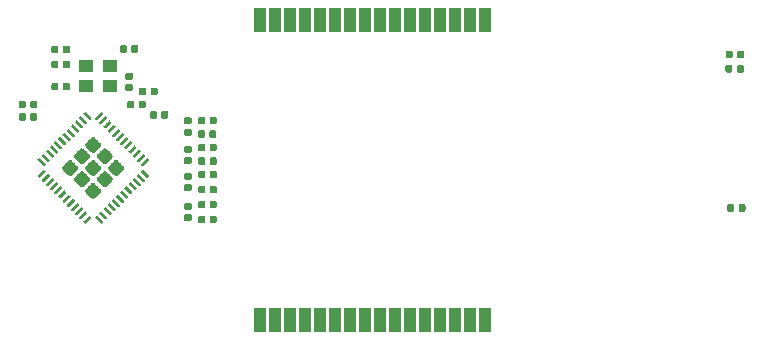
<source format=gbr>
G04 #@! TF.GenerationSoftware,KiCad,Pcbnew,(5.1.2)-2*
G04 #@! TF.CreationDate,2019-11-16T13:35:15-06:00*
G04 #@! TF.ProjectId,spi_control,7370695f-636f-46e7-9472-6f6c2e6b6963,rev?*
G04 #@! TF.SameCoordinates,Original*
G04 #@! TF.FileFunction,Paste,Top*
G04 #@! TF.FilePolarity,Positive*
%FSLAX46Y46*%
G04 Gerber Fmt 4.6, Leading zero omitted, Abs format (unit mm)*
G04 Created by KiCad (PCBNEW (5.1.2)-2) date 2019-11-16 13:35:15*
%MOMM*%
%LPD*%
G04 APERTURE LIST*
%ADD10C,0.100000*%
%ADD11C,0.250000*%
%ADD12C,1.100000*%
%ADD13R,1.000000X2.000000*%
%ADD14R,1.300000X1.100000*%
%ADD15C,0.590000*%
G04 APERTURE END LIST*
D10*
G36*
X72635709Y-76410871D02*
G01*
X72641776Y-76411771D01*
X72647726Y-76413261D01*
X72653501Y-76415328D01*
X72659045Y-76417950D01*
X72664306Y-76421103D01*
X72669233Y-76424757D01*
X72673777Y-76428876D01*
X73151074Y-76906173D01*
X73155193Y-76910717D01*
X73158847Y-76915644D01*
X73162000Y-76920905D01*
X73164622Y-76926449D01*
X73166689Y-76932224D01*
X73168179Y-76938174D01*
X73169079Y-76944241D01*
X73169380Y-76950367D01*
X73169079Y-76956493D01*
X73168179Y-76962560D01*
X73166689Y-76968510D01*
X73164622Y-76974285D01*
X73162000Y-76979829D01*
X73158847Y-76985090D01*
X73155193Y-76990017D01*
X73151074Y-76994561D01*
X73062685Y-77082950D01*
X73058141Y-77087069D01*
X73053214Y-77090723D01*
X73047953Y-77093876D01*
X73042409Y-77096498D01*
X73036634Y-77098565D01*
X73030684Y-77100055D01*
X73024617Y-77100955D01*
X73018491Y-77101256D01*
X73012365Y-77100955D01*
X73006298Y-77100055D01*
X73000348Y-77098565D01*
X72994573Y-77096498D01*
X72989029Y-77093876D01*
X72983768Y-77090723D01*
X72978841Y-77087069D01*
X72974297Y-77082950D01*
X72497000Y-76605653D01*
X72492881Y-76601109D01*
X72489227Y-76596182D01*
X72486074Y-76590921D01*
X72483452Y-76585377D01*
X72481385Y-76579602D01*
X72479895Y-76573652D01*
X72478995Y-76567585D01*
X72478694Y-76561459D01*
X72478995Y-76555333D01*
X72479895Y-76549266D01*
X72481385Y-76543316D01*
X72483452Y-76537541D01*
X72486074Y-76531997D01*
X72489227Y-76526736D01*
X72492881Y-76521809D01*
X72497000Y-76517265D01*
X72585389Y-76428876D01*
X72589933Y-76424757D01*
X72594860Y-76421103D01*
X72600121Y-76417950D01*
X72605665Y-76415328D01*
X72611440Y-76413261D01*
X72617390Y-76411771D01*
X72623457Y-76410871D01*
X72629583Y-76410570D01*
X72635709Y-76410871D01*
X72635709Y-76410871D01*
G37*
D11*
X72824037Y-76755913D03*
D10*
G36*
X72282156Y-76764424D02*
G01*
X72288223Y-76765324D01*
X72294173Y-76766814D01*
X72299948Y-76768881D01*
X72305492Y-76771503D01*
X72310753Y-76774656D01*
X72315680Y-76778310D01*
X72320224Y-76782429D01*
X72797521Y-77259726D01*
X72801640Y-77264270D01*
X72805294Y-77269197D01*
X72808447Y-77274458D01*
X72811069Y-77280002D01*
X72813136Y-77285777D01*
X72814626Y-77291727D01*
X72815526Y-77297794D01*
X72815827Y-77303920D01*
X72815526Y-77310046D01*
X72814626Y-77316113D01*
X72813136Y-77322063D01*
X72811069Y-77327838D01*
X72808447Y-77333382D01*
X72805294Y-77338643D01*
X72801640Y-77343570D01*
X72797521Y-77348114D01*
X72709132Y-77436503D01*
X72704588Y-77440622D01*
X72699661Y-77444276D01*
X72694400Y-77447429D01*
X72688856Y-77450051D01*
X72683081Y-77452118D01*
X72677131Y-77453608D01*
X72671064Y-77454508D01*
X72664938Y-77454809D01*
X72658812Y-77454508D01*
X72652745Y-77453608D01*
X72646795Y-77452118D01*
X72641020Y-77450051D01*
X72635476Y-77447429D01*
X72630215Y-77444276D01*
X72625288Y-77440622D01*
X72620744Y-77436503D01*
X72143447Y-76959206D01*
X72139328Y-76954662D01*
X72135674Y-76949735D01*
X72132521Y-76944474D01*
X72129899Y-76938930D01*
X72127832Y-76933155D01*
X72126342Y-76927205D01*
X72125442Y-76921138D01*
X72125141Y-76915012D01*
X72125442Y-76908886D01*
X72126342Y-76902819D01*
X72127832Y-76896869D01*
X72129899Y-76891094D01*
X72132521Y-76885550D01*
X72135674Y-76880289D01*
X72139328Y-76875362D01*
X72143447Y-76870818D01*
X72231836Y-76782429D01*
X72236380Y-76778310D01*
X72241307Y-76774656D01*
X72246568Y-76771503D01*
X72252112Y-76768881D01*
X72257887Y-76766814D01*
X72263837Y-76765324D01*
X72269904Y-76764424D01*
X72276030Y-76764123D01*
X72282156Y-76764424D01*
X72282156Y-76764424D01*
G37*
D11*
X72470484Y-77109466D03*
D10*
G36*
X71928602Y-77117978D02*
G01*
X71934669Y-77118878D01*
X71940619Y-77120368D01*
X71946394Y-77122435D01*
X71951938Y-77125057D01*
X71957199Y-77128210D01*
X71962126Y-77131864D01*
X71966670Y-77135983D01*
X72443967Y-77613280D01*
X72448086Y-77617824D01*
X72451740Y-77622751D01*
X72454893Y-77628012D01*
X72457515Y-77633556D01*
X72459582Y-77639331D01*
X72461072Y-77645281D01*
X72461972Y-77651348D01*
X72462273Y-77657474D01*
X72461972Y-77663600D01*
X72461072Y-77669667D01*
X72459582Y-77675617D01*
X72457515Y-77681392D01*
X72454893Y-77686936D01*
X72451740Y-77692197D01*
X72448086Y-77697124D01*
X72443967Y-77701668D01*
X72355578Y-77790057D01*
X72351034Y-77794176D01*
X72346107Y-77797830D01*
X72340846Y-77800983D01*
X72335302Y-77803605D01*
X72329527Y-77805672D01*
X72323577Y-77807162D01*
X72317510Y-77808062D01*
X72311384Y-77808363D01*
X72305258Y-77808062D01*
X72299191Y-77807162D01*
X72293241Y-77805672D01*
X72287466Y-77803605D01*
X72281922Y-77800983D01*
X72276661Y-77797830D01*
X72271734Y-77794176D01*
X72267190Y-77790057D01*
X71789893Y-77312760D01*
X71785774Y-77308216D01*
X71782120Y-77303289D01*
X71778967Y-77298028D01*
X71776345Y-77292484D01*
X71774278Y-77286709D01*
X71772788Y-77280759D01*
X71771888Y-77274692D01*
X71771587Y-77268566D01*
X71771888Y-77262440D01*
X71772788Y-77256373D01*
X71774278Y-77250423D01*
X71776345Y-77244648D01*
X71778967Y-77239104D01*
X71782120Y-77233843D01*
X71785774Y-77228916D01*
X71789893Y-77224372D01*
X71878282Y-77135983D01*
X71882826Y-77131864D01*
X71887753Y-77128210D01*
X71893014Y-77125057D01*
X71898558Y-77122435D01*
X71904333Y-77120368D01*
X71910283Y-77118878D01*
X71916350Y-77117978D01*
X71922476Y-77117677D01*
X71928602Y-77117978D01*
X71928602Y-77117978D01*
G37*
D11*
X72116930Y-77463020D03*
D10*
G36*
X71575049Y-77471531D02*
G01*
X71581116Y-77472431D01*
X71587066Y-77473921D01*
X71592841Y-77475988D01*
X71598385Y-77478610D01*
X71603646Y-77481763D01*
X71608573Y-77485417D01*
X71613117Y-77489536D01*
X72090414Y-77966833D01*
X72094533Y-77971377D01*
X72098187Y-77976304D01*
X72101340Y-77981565D01*
X72103962Y-77987109D01*
X72106029Y-77992884D01*
X72107519Y-77998834D01*
X72108419Y-78004901D01*
X72108720Y-78011027D01*
X72108419Y-78017153D01*
X72107519Y-78023220D01*
X72106029Y-78029170D01*
X72103962Y-78034945D01*
X72101340Y-78040489D01*
X72098187Y-78045750D01*
X72094533Y-78050677D01*
X72090414Y-78055221D01*
X72002025Y-78143610D01*
X71997481Y-78147729D01*
X71992554Y-78151383D01*
X71987293Y-78154536D01*
X71981749Y-78157158D01*
X71975974Y-78159225D01*
X71970024Y-78160715D01*
X71963957Y-78161615D01*
X71957831Y-78161916D01*
X71951705Y-78161615D01*
X71945638Y-78160715D01*
X71939688Y-78159225D01*
X71933913Y-78157158D01*
X71928369Y-78154536D01*
X71923108Y-78151383D01*
X71918181Y-78147729D01*
X71913637Y-78143610D01*
X71436340Y-77666313D01*
X71432221Y-77661769D01*
X71428567Y-77656842D01*
X71425414Y-77651581D01*
X71422792Y-77646037D01*
X71420725Y-77640262D01*
X71419235Y-77634312D01*
X71418335Y-77628245D01*
X71418034Y-77622119D01*
X71418335Y-77615993D01*
X71419235Y-77609926D01*
X71420725Y-77603976D01*
X71422792Y-77598201D01*
X71425414Y-77592657D01*
X71428567Y-77587396D01*
X71432221Y-77582469D01*
X71436340Y-77577925D01*
X71524729Y-77489536D01*
X71529273Y-77485417D01*
X71534200Y-77481763D01*
X71539461Y-77478610D01*
X71545005Y-77475988D01*
X71550780Y-77473921D01*
X71556730Y-77472431D01*
X71562797Y-77471531D01*
X71568923Y-77471230D01*
X71575049Y-77471531D01*
X71575049Y-77471531D01*
G37*
D11*
X71763377Y-77816573D03*
D10*
G36*
X71221495Y-77825084D02*
G01*
X71227562Y-77825984D01*
X71233512Y-77827474D01*
X71239287Y-77829541D01*
X71244831Y-77832163D01*
X71250092Y-77835316D01*
X71255019Y-77838970D01*
X71259563Y-77843089D01*
X71736860Y-78320386D01*
X71740979Y-78324930D01*
X71744633Y-78329857D01*
X71747786Y-78335118D01*
X71750408Y-78340662D01*
X71752475Y-78346437D01*
X71753965Y-78352387D01*
X71754865Y-78358454D01*
X71755166Y-78364580D01*
X71754865Y-78370706D01*
X71753965Y-78376773D01*
X71752475Y-78382723D01*
X71750408Y-78388498D01*
X71747786Y-78394042D01*
X71744633Y-78399303D01*
X71740979Y-78404230D01*
X71736860Y-78408774D01*
X71648471Y-78497163D01*
X71643927Y-78501282D01*
X71639000Y-78504936D01*
X71633739Y-78508089D01*
X71628195Y-78510711D01*
X71622420Y-78512778D01*
X71616470Y-78514268D01*
X71610403Y-78515168D01*
X71604277Y-78515469D01*
X71598151Y-78515168D01*
X71592084Y-78514268D01*
X71586134Y-78512778D01*
X71580359Y-78510711D01*
X71574815Y-78508089D01*
X71569554Y-78504936D01*
X71564627Y-78501282D01*
X71560083Y-78497163D01*
X71082786Y-78019866D01*
X71078667Y-78015322D01*
X71075013Y-78010395D01*
X71071860Y-78005134D01*
X71069238Y-77999590D01*
X71067171Y-77993815D01*
X71065681Y-77987865D01*
X71064781Y-77981798D01*
X71064480Y-77975672D01*
X71064781Y-77969546D01*
X71065681Y-77963479D01*
X71067171Y-77957529D01*
X71069238Y-77951754D01*
X71071860Y-77946210D01*
X71075013Y-77940949D01*
X71078667Y-77936022D01*
X71082786Y-77931478D01*
X71171175Y-77843089D01*
X71175719Y-77838970D01*
X71180646Y-77835316D01*
X71185907Y-77832163D01*
X71191451Y-77829541D01*
X71197226Y-77827474D01*
X71203176Y-77825984D01*
X71209243Y-77825084D01*
X71215369Y-77824783D01*
X71221495Y-77825084D01*
X71221495Y-77825084D01*
G37*
D11*
X71409823Y-78170126D03*
D10*
G36*
X70867942Y-78178638D02*
G01*
X70874009Y-78179538D01*
X70879959Y-78181028D01*
X70885734Y-78183095D01*
X70891278Y-78185717D01*
X70896539Y-78188870D01*
X70901466Y-78192524D01*
X70906010Y-78196643D01*
X71383307Y-78673940D01*
X71387426Y-78678484D01*
X71391080Y-78683411D01*
X71394233Y-78688672D01*
X71396855Y-78694216D01*
X71398922Y-78699991D01*
X71400412Y-78705941D01*
X71401312Y-78712008D01*
X71401613Y-78718134D01*
X71401312Y-78724260D01*
X71400412Y-78730327D01*
X71398922Y-78736277D01*
X71396855Y-78742052D01*
X71394233Y-78747596D01*
X71391080Y-78752857D01*
X71387426Y-78757784D01*
X71383307Y-78762328D01*
X71294918Y-78850717D01*
X71290374Y-78854836D01*
X71285447Y-78858490D01*
X71280186Y-78861643D01*
X71274642Y-78864265D01*
X71268867Y-78866332D01*
X71262917Y-78867822D01*
X71256850Y-78868722D01*
X71250724Y-78869023D01*
X71244598Y-78868722D01*
X71238531Y-78867822D01*
X71232581Y-78866332D01*
X71226806Y-78864265D01*
X71221262Y-78861643D01*
X71216001Y-78858490D01*
X71211074Y-78854836D01*
X71206530Y-78850717D01*
X70729233Y-78373420D01*
X70725114Y-78368876D01*
X70721460Y-78363949D01*
X70718307Y-78358688D01*
X70715685Y-78353144D01*
X70713618Y-78347369D01*
X70712128Y-78341419D01*
X70711228Y-78335352D01*
X70710927Y-78329226D01*
X70711228Y-78323100D01*
X70712128Y-78317033D01*
X70713618Y-78311083D01*
X70715685Y-78305308D01*
X70718307Y-78299764D01*
X70721460Y-78294503D01*
X70725114Y-78289576D01*
X70729233Y-78285032D01*
X70817622Y-78196643D01*
X70822166Y-78192524D01*
X70827093Y-78188870D01*
X70832354Y-78185717D01*
X70837898Y-78183095D01*
X70843673Y-78181028D01*
X70849623Y-78179538D01*
X70855690Y-78178638D01*
X70861816Y-78178337D01*
X70867942Y-78178638D01*
X70867942Y-78178638D01*
G37*
D11*
X71056270Y-78523680D03*
D10*
G36*
X70514389Y-78532191D02*
G01*
X70520456Y-78533091D01*
X70526406Y-78534581D01*
X70532181Y-78536648D01*
X70537725Y-78539270D01*
X70542986Y-78542423D01*
X70547913Y-78546077D01*
X70552457Y-78550196D01*
X71029754Y-79027493D01*
X71033873Y-79032037D01*
X71037527Y-79036964D01*
X71040680Y-79042225D01*
X71043302Y-79047769D01*
X71045369Y-79053544D01*
X71046859Y-79059494D01*
X71047759Y-79065561D01*
X71048060Y-79071687D01*
X71047759Y-79077813D01*
X71046859Y-79083880D01*
X71045369Y-79089830D01*
X71043302Y-79095605D01*
X71040680Y-79101149D01*
X71037527Y-79106410D01*
X71033873Y-79111337D01*
X71029754Y-79115881D01*
X70941365Y-79204270D01*
X70936821Y-79208389D01*
X70931894Y-79212043D01*
X70926633Y-79215196D01*
X70921089Y-79217818D01*
X70915314Y-79219885D01*
X70909364Y-79221375D01*
X70903297Y-79222275D01*
X70897171Y-79222576D01*
X70891045Y-79222275D01*
X70884978Y-79221375D01*
X70879028Y-79219885D01*
X70873253Y-79217818D01*
X70867709Y-79215196D01*
X70862448Y-79212043D01*
X70857521Y-79208389D01*
X70852977Y-79204270D01*
X70375680Y-78726973D01*
X70371561Y-78722429D01*
X70367907Y-78717502D01*
X70364754Y-78712241D01*
X70362132Y-78706697D01*
X70360065Y-78700922D01*
X70358575Y-78694972D01*
X70357675Y-78688905D01*
X70357374Y-78682779D01*
X70357675Y-78676653D01*
X70358575Y-78670586D01*
X70360065Y-78664636D01*
X70362132Y-78658861D01*
X70364754Y-78653317D01*
X70367907Y-78648056D01*
X70371561Y-78643129D01*
X70375680Y-78638585D01*
X70464069Y-78550196D01*
X70468613Y-78546077D01*
X70473540Y-78542423D01*
X70478801Y-78539270D01*
X70484345Y-78536648D01*
X70490120Y-78534581D01*
X70496070Y-78533091D01*
X70502137Y-78532191D01*
X70508263Y-78531890D01*
X70514389Y-78532191D01*
X70514389Y-78532191D01*
G37*
D11*
X70702717Y-78877233D03*
D10*
G36*
X70160835Y-78885744D02*
G01*
X70166902Y-78886644D01*
X70172852Y-78888134D01*
X70178627Y-78890201D01*
X70184171Y-78892823D01*
X70189432Y-78895976D01*
X70194359Y-78899630D01*
X70198903Y-78903749D01*
X70676200Y-79381046D01*
X70680319Y-79385590D01*
X70683973Y-79390517D01*
X70687126Y-79395778D01*
X70689748Y-79401322D01*
X70691815Y-79407097D01*
X70693305Y-79413047D01*
X70694205Y-79419114D01*
X70694506Y-79425240D01*
X70694205Y-79431366D01*
X70693305Y-79437433D01*
X70691815Y-79443383D01*
X70689748Y-79449158D01*
X70687126Y-79454702D01*
X70683973Y-79459963D01*
X70680319Y-79464890D01*
X70676200Y-79469434D01*
X70587811Y-79557823D01*
X70583267Y-79561942D01*
X70578340Y-79565596D01*
X70573079Y-79568749D01*
X70567535Y-79571371D01*
X70561760Y-79573438D01*
X70555810Y-79574928D01*
X70549743Y-79575828D01*
X70543617Y-79576129D01*
X70537491Y-79575828D01*
X70531424Y-79574928D01*
X70525474Y-79573438D01*
X70519699Y-79571371D01*
X70514155Y-79568749D01*
X70508894Y-79565596D01*
X70503967Y-79561942D01*
X70499423Y-79557823D01*
X70022126Y-79080526D01*
X70018007Y-79075982D01*
X70014353Y-79071055D01*
X70011200Y-79065794D01*
X70008578Y-79060250D01*
X70006511Y-79054475D01*
X70005021Y-79048525D01*
X70004121Y-79042458D01*
X70003820Y-79036332D01*
X70004121Y-79030206D01*
X70005021Y-79024139D01*
X70006511Y-79018189D01*
X70008578Y-79012414D01*
X70011200Y-79006870D01*
X70014353Y-79001609D01*
X70018007Y-78996682D01*
X70022126Y-78992138D01*
X70110515Y-78903749D01*
X70115059Y-78899630D01*
X70119986Y-78895976D01*
X70125247Y-78892823D01*
X70130791Y-78890201D01*
X70136566Y-78888134D01*
X70142516Y-78886644D01*
X70148583Y-78885744D01*
X70154709Y-78885443D01*
X70160835Y-78885744D01*
X70160835Y-78885744D01*
G37*
D11*
X70349163Y-79230786D03*
D10*
G36*
X69807282Y-79239298D02*
G01*
X69813349Y-79240198D01*
X69819299Y-79241688D01*
X69825074Y-79243755D01*
X69830618Y-79246377D01*
X69835879Y-79249530D01*
X69840806Y-79253184D01*
X69845350Y-79257303D01*
X70322647Y-79734600D01*
X70326766Y-79739144D01*
X70330420Y-79744071D01*
X70333573Y-79749332D01*
X70336195Y-79754876D01*
X70338262Y-79760651D01*
X70339752Y-79766601D01*
X70340652Y-79772668D01*
X70340953Y-79778794D01*
X70340652Y-79784920D01*
X70339752Y-79790987D01*
X70338262Y-79796937D01*
X70336195Y-79802712D01*
X70333573Y-79808256D01*
X70330420Y-79813517D01*
X70326766Y-79818444D01*
X70322647Y-79822988D01*
X70234258Y-79911377D01*
X70229714Y-79915496D01*
X70224787Y-79919150D01*
X70219526Y-79922303D01*
X70213982Y-79924925D01*
X70208207Y-79926992D01*
X70202257Y-79928482D01*
X70196190Y-79929382D01*
X70190064Y-79929683D01*
X70183938Y-79929382D01*
X70177871Y-79928482D01*
X70171921Y-79926992D01*
X70166146Y-79924925D01*
X70160602Y-79922303D01*
X70155341Y-79919150D01*
X70150414Y-79915496D01*
X70145870Y-79911377D01*
X69668573Y-79434080D01*
X69664454Y-79429536D01*
X69660800Y-79424609D01*
X69657647Y-79419348D01*
X69655025Y-79413804D01*
X69652958Y-79408029D01*
X69651468Y-79402079D01*
X69650568Y-79396012D01*
X69650267Y-79389886D01*
X69650568Y-79383760D01*
X69651468Y-79377693D01*
X69652958Y-79371743D01*
X69655025Y-79365968D01*
X69657647Y-79360424D01*
X69660800Y-79355163D01*
X69664454Y-79350236D01*
X69668573Y-79345692D01*
X69756962Y-79257303D01*
X69761506Y-79253184D01*
X69766433Y-79249530D01*
X69771694Y-79246377D01*
X69777238Y-79243755D01*
X69783013Y-79241688D01*
X69788963Y-79240198D01*
X69795030Y-79239298D01*
X69801156Y-79238997D01*
X69807282Y-79239298D01*
X69807282Y-79239298D01*
G37*
D11*
X69995610Y-79584340D03*
D10*
G36*
X69453729Y-79592851D02*
G01*
X69459796Y-79593751D01*
X69465746Y-79595241D01*
X69471521Y-79597308D01*
X69477065Y-79599930D01*
X69482326Y-79603083D01*
X69487253Y-79606737D01*
X69491797Y-79610856D01*
X69969094Y-80088153D01*
X69973213Y-80092697D01*
X69976867Y-80097624D01*
X69980020Y-80102885D01*
X69982642Y-80108429D01*
X69984709Y-80114204D01*
X69986199Y-80120154D01*
X69987099Y-80126221D01*
X69987400Y-80132347D01*
X69987099Y-80138473D01*
X69986199Y-80144540D01*
X69984709Y-80150490D01*
X69982642Y-80156265D01*
X69980020Y-80161809D01*
X69976867Y-80167070D01*
X69973213Y-80171997D01*
X69969094Y-80176541D01*
X69880705Y-80264930D01*
X69876161Y-80269049D01*
X69871234Y-80272703D01*
X69865973Y-80275856D01*
X69860429Y-80278478D01*
X69854654Y-80280545D01*
X69848704Y-80282035D01*
X69842637Y-80282935D01*
X69836511Y-80283236D01*
X69830385Y-80282935D01*
X69824318Y-80282035D01*
X69818368Y-80280545D01*
X69812593Y-80278478D01*
X69807049Y-80275856D01*
X69801788Y-80272703D01*
X69796861Y-80269049D01*
X69792317Y-80264930D01*
X69315020Y-79787633D01*
X69310901Y-79783089D01*
X69307247Y-79778162D01*
X69304094Y-79772901D01*
X69301472Y-79767357D01*
X69299405Y-79761582D01*
X69297915Y-79755632D01*
X69297015Y-79749565D01*
X69296714Y-79743439D01*
X69297015Y-79737313D01*
X69297915Y-79731246D01*
X69299405Y-79725296D01*
X69301472Y-79719521D01*
X69304094Y-79713977D01*
X69307247Y-79708716D01*
X69310901Y-79703789D01*
X69315020Y-79699245D01*
X69403409Y-79610856D01*
X69407953Y-79606737D01*
X69412880Y-79603083D01*
X69418141Y-79599930D01*
X69423685Y-79597308D01*
X69429460Y-79595241D01*
X69435410Y-79593751D01*
X69441477Y-79592851D01*
X69447603Y-79592550D01*
X69453729Y-79592851D01*
X69453729Y-79592851D01*
G37*
D11*
X69642057Y-79937893D03*
D10*
G36*
X69100175Y-79946405D02*
G01*
X69106242Y-79947305D01*
X69112192Y-79948795D01*
X69117967Y-79950862D01*
X69123511Y-79953484D01*
X69128772Y-79956637D01*
X69133699Y-79960291D01*
X69138243Y-79964410D01*
X69615540Y-80441707D01*
X69619659Y-80446251D01*
X69623313Y-80451178D01*
X69626466Y-80456439D01*
X69629088Y-80461983D01*
X69631155Y-80467758D01*
X69632645Y-80473708D01*
X69633545Y-80479775D01*
X69633846Y-80485901D01*
X69633545Y-80492027D01*
X69632645Y-80498094D01*
X69631155Y-80504044D01*
X69629088Y-80509819D01*
X69626466Y-80515363D01*
X69623313Y-80520624D01*
X69619659Y-80525551D01*
X69615540Y-80530095D01*
X69527151Y-80618484D01*
X69522607Y-80622603D01*
X69517680Y-80626257D01*
X69512419Y-80629410D01*
X69506875Y-80632032D01*
X69501100Y-80634099D01*
X69495150Y-80635589D01*
X69489083Y-80636489D01*
X69482957Y-80636790D01*
X69476831Y-80636489D01*
X69470764Y-80635589D01*
X69464814Y-80634099D01*
X69459039Y-80632032D01*
X69453495Y-80629410D01*
X69448234Y-80626257D01*
X69443307Y-80622603D01*
X69438763Y-80618484D01*
X68961466Y-80141187D01*
X68957347Y-80136643D01*
X68953693Y-80131716D01*
X68950540Y-80126455D01*
X68947918Y-80120911D01*
X68945851Y-80115136D01*
X68944361Y-80109186D01*
X68943461Y-80103119D01*
X68943160Y-80096993D01*
X68943461Y-80090867D01*
X68944361Y-80084800D01*
X68945851Y-80078850D01*
X68947918Y-80073075D01*
X68950540Y-80067531D01*
X68953693Y-80062270D01*
X68957347Y-80057343D01*
X68961466Y-80052799D01*
X69049855Y-79964410D01*
X69054399Y-79960291D01*
X69059326Y-79956637D01*
X69064587Y-79953484D01*
X69070131Y-79950862D01*
X69075906Y-79948795D01*
X69081856Y-79947305D01*
X69087923Y-79946405D01*
X69094049Y-79946104D01*
X69100175Y-79946405D01*
X69100175Y-79946405D01*
G37*
D11*
X69288503Y-80291447D03*
D10*
G36*
X68746622Y-80299958D02*
G01*
X68752689Y-80300858D01*
X68758639Y-80302348D01*
X68764414Y-80304415D01*
X68769958Y-80307037D01*
X68775219Y-80310190D01*
X68780146Y-80313844D01*
X68784690Y-80317963D01*
X69261987Y-80795260D01*
X69266106Y-80799804D01*
X69269760Y-80804731D01*
X69272913Y-80809992D01*
X69275535Y-80815536D01*
X69277602Y-80821311D01*
X69279092Y-80827261D01*
X69279992Y-80833328D01*
X69280293Y-80839454D01*
X69279992Y-80845580D01*
X69279092Y-80851647D01*
X69277602Y-80857597D01*
X69275535Y-80863372D01*
X69272913Y-80868916D01*
X69269760Y-80874177D01*
X69266106Y-80879104D01*
X69261987Y-80883648D01*
X69173598Y-80972037D01*
X69169054Y-80976156D01*
X69164127Y-80979810D01*
X69158866Y-80982963D01*
X69153322Y-80985585D01*
X69147547Y-80987652D01*
X69141597Y-80989142D01*
X69135530Y-80990042D01*
X69129404Y-80990343D01*
X69123278Y-80990042D01*
X69117211Y-80989142D01*
X69111261Y-80987652D01*
X69105486Y-80985585D01*
X69099942Y-80982963D01*
X69094681Y-80979810D01*
X69089754Y-80976156D01*
X69085210Y-80972037D01*
X68607913Y-80494740D01*
X68603794Y-80490196D01*
X68600140Y-80485269D01*
X68596987Y-80480008D01*
X68594365Y-80474464D01*
X68592298Y-80468689D01*
X68590808Y-80462739D01*
X68589908Y-80456672D01*
X68589607Y-80450546D01*
X68589908Y-80444420D01*
X68590808Y-80438353D01*
X68592298Y-80432403D01*
X68594365Y-80426628D01*
X68596987Y-80421084D01*
X68600140Y-80415823D01*
X68603794Y-80410896D01*
X68607913Y-80406352D01*
X68696302Y-80317963D01*
X68700846Y-80313844D01*
X68705773Y-80310190D01*
X68711034Y-80307037D01*
X68716578Y-80304415D01*
X68722353Y-80302348D01*
X68728303Y-80300858D01*
X68734370Y-80299958D01*
X68740496Y-80299657D01*
X68746622Y-80299958D01*
X68746622Y-80299958D01*
G37*
D11*
X68934950Y-80645000D03*
D10*
G36*
X68145580Y-80299958D02*
G01*
X68151647Y-80300858D01*
X68157597Y-80302348D01*
X68163372Y-80304415D01*
X68168916Y-80307037D01*
X68174177Y-80310190D01*
X68179104Y-80313844D01*
X68183648Y-80317963D01*
X68272037Y-80406352D01*
X68276156Y-80410896D01*
X68279810Y-80415823D01*
X68282963Y-80421084D01*
X68285585Y-80426628D01*
X68287652Y-80432403D01*
X68289142Y-80438353D01*
X68290042Y-80444420D01*
X68290343Y-80450546D01*
X68290042Y-80456672D01*
X68289142Y-80462739D01*
X68287652Y-80468689D01*
X68285585Y-80474464D01*
X68282963Y-80480008D01*
X68279810Y-80485269D01*
X68276156Y-80490196D01*
X68272037Y-80494740D01*
X67794740Y-80972037D01*
X67790196Y-80976156D01*
X67785269Y-80979810D01*
X67780008Y-80982963D01*
X67774464Y-80985585D01*
X67768689Y-80987652D01*
X67762739Y-80989142D01*
X67756672Y-80990042D01*
X67750546Y-80990343D01*
X67744420Y-80990042D01*
X67738353Y-80989142D01*
X67732403Y-80987652D01*
X67726628Y-80985585D01*
X67721084Y-80982963D01*
X67715823Y-80979810D01*
X67710896Y-80976156D01*
X67706352Y-80972037D01*
X67617963Y-80883648D01*
X67613844Y-80879104D01*
X67610190Y-80874177D01*
X67607037Y-80868916D01*
X67604415Y-80863372D01*
X67602348Y-80857597D01*
X67600858Y-80851647D01*
X67599958Y-80845580D01*
X67599657Y-80839454D01*
X67599958Y-80833328D01*
X67600858Y-80827261D01*
X67602348Y-80821311D01*
X67604415Y-80815536D01*
X67607037Y-80809992D01*
X67610190Y-80804731D01*
X67613844Y-80799804D01*
X67617963Y-80795260D01*
X68095260Y-80317963D01*
X68099804Y-80313844D01*
X68104731Y-80310190D01*
X68109992Y-80307037D01*
X68115536Y-80304415D01*
X68121311Y-80302348D01*
X68127261Y-80300858D01*
X68133328Y-80299958D01*
X68139454Y-80299657D01*
X68145580Y-80299958D01*
X68145580Y-80299958D01*
G37*
D11*
X67945000Y-80645000D03*
D10*
G36*
X67792027Y-79946405D02*
G01*
X67798094Y-79947305D01*
X67804044Y-79948795D01*
X67809819Y-79950862D01*
X67815363Y-79953484D01*
X67820624Y-79956637D01*
X67825551Y-79960291D01*
X67830095Y-79964410D01*
X67918484Y-80052799D01*
X67922603Y-80057343D01*
X67926257Y-80062270D01*
X67929410Y-80067531D01*
X67932032Y-80073075D01*
X67934099Y-80078850D01*
X67935589Y-80084800D01*
X67936489Y-80090867D01*
X67936790Y-80096993D01*
X67936489Y-80103119D01*
X67935589Y-80109186D01*
X67934099Y-80115136D01*
X67932032Y-80120911D01*
X67929410Y-80126455D01*
X67926257Y-80131716D01*
X67922603Y-80136643D01*
X67918484Y-80141187D01*
X67441187Y-80618484D01*
X67436643Y-80622603D01*
X67431716Y-80626257D01*
X67426455Y-80629410D01*
X67420911Y-80632032D01*
X67415136Y-80634099D01*
X67409186Y-80635589D01*
X67403119Y-80636489D01*
X67396993Y-80636790D01*
X67390867Y-80636489D01*
X67384800Y-80635589D01*
X67378850Y-80634099D01*
X67373075Y-80632032D01*
X67367531Y-80629410D01*
X67362270Y-80626257D01*
X67357343Y-80622603D01*
X67352799Y-80618484D01*
X67264410Y-80530095D01*
X67260291Y-80525551D01*
X67256637Y-80520624D01*
X67253484Y-80515363D01*
X67250862Y-80509819D01*
X67248795Y-80504044D01*
X67247305Y-80498094D01*
X67246405Y-80492027D01*
X67246104Y-80485901D01*
X67246405Y-80479775D01*
X67247305Y-80473708D01*
X67248795Y-80467758D01*
X67250862Y-80461983D01*
X67253484Y-80456439D01*
X67256637Y-80451178D01*
X67260291Y-80446251D01*
X67264410Y-80441707D01*
X67741707Y-79964410D01*
X67746251Y-79960291D01*
X67751178Y-79956637D01*
X67756439Y-79953484D01*
X67761983Y-79950862D01*
X67767758Y-79948795D01*
X67773708Y-79947305D01*
X67779775Y-79946405D01*
X67785901Y-79946104D01*
X67792027Y-79946405D01*
X67792027Y-79946405D01*
G37*
D11*
X67591447Y-80291447D03*
D10*
G36*
X67438473Y-79592851D02*
G01*
X67444540Y-79593751D01*
X67450490Y-79595241D01*
X67456265Y-79597308D01*
X67461809Y-79599930D01*
X67467070Y-79603083D01*
X67471997Y-79606737D01*
X67476541Y-79610856D01*
X67564930Y-79699245D01*
X67569049Y-79703789D01*
X67572703Y-79708716D01*
X67575856Y-79713977D01*
X67578478Y-79719521D01*
X67580545Y-79725296D01*
X67582035Y-79731246D01*
X67582935Y-79737313D01*
X67583236Y-79743439D01*
X67582935Y-79749565D01*
X67582035Y-79755632D01*
X67580545Y-79761582D01*
X67578478Y-79767357D01*
X67575856Y-79772901D01*
X67572703Y-79778162D01*
X67569049Y-79783089D01*
X67564930Y-79787633D01*
X67087633Y-80264930D01*
X67083089Y-80269049D01*
X67078162Y-80272703D01*
X67072901Y-80275856D01*
X67067357Y-80278478D01*
X67061582Y-80280545D01*
X67055632Y-80282035D01*
X67049565Y-80282935D01*
X67043439Y-80283236D01*
X67037313Y-80282935D01*
X67031246Y-80282035D01*
X67025296Y-80280545D01*
X67019521Y-80278478D01*
X67013977Y-80275856D01*
X67008716Y-80272703D01*
X67003789Y-80269049D01*
X66999245Y-80264930D01*
X66910856Y-80176541D01*
X66906737Y-80171997D01*
X66903083Y-80167070D01*
X66899930Y-80161809D01*
X66897308Y-80156265D01*
X66895241Y-80150490D01*
X66893751Y-80144540D01*
X66892851Y-80138473D01*
X66892550Y-80132347D01*
X66892851Y-80126221D01*
X66893751Y-80120154D01*
X66895241Y-80114204D01*
X66897308Y-80108429D01*
X66899930Y-80102885D01*
X66903083Y-80097624D01*
X66906737Y-80092697D01*
X66910856Y-80088153D01*
X67388153Y-79610856D01*
X67392697Y-79606737D01*
X67397624Y-79603083D01*
X67402885Y-79599930D01*
X67408429Y-79597308D01*
X67414204Y-79595241D01*
X67420154Y-79593751D01*
X67426221Y-79592851D01*
X67432347Y-79592550D01*
X67438473Y-79592851D01*
X67438473Y-79592851D01*
G37*
D11*
X67237893Y-79937893D03*
D10*
G36*
X67084920Y-79239298D02*
G01*
X67090987Y-79240198D01*
X67096937Y-79241688D01*
X67102712Y-79243755D01*
X67108256Y-79246377D01*
X67113517Y-79249530D01*
X67118444Y-79253184D01*
X67122988Y-79257303D01*
X67211377Y-79345692D01*
X67215496Y-79350236D01*
X67219150Y-79355163D01*
X67222303Y-79360424D01*
X67224925Y-79365968D01*
X67226992Y-79371743D01*
X67228482Y-79377693D01*
X67229382Y-79383760D01*
X67229683Y-79389886D01*
X67229382Y-79396012D01*
X67228482Y-79402079D01*
X67226992Y-79408029D01*
X67224925Y-79413804D01*
X67222303Y-79419348D01*
X67219150Y-79424609D01*
X67215496Y-79429536D01*
X67211377Y-79434080D01*
X66734080Y-79911377D01*
X66729536Y-79915496D01*
X66724609Y-79919150D01*
X66719348Y-79922303D01*
X66713804Y-79924925D01*
X66708029Y-79926992D01*
X66702079Y-79928482D01*
X66696012Y-79929382D01*
X66689886Y-79929683D01*
X66683760Y-79929382D01*
X66677693Y-79928482D01*
X66671743Y-79926992D01*
X66665968Y-79924925D01*
X66660424Y-79922303D01*
X66655163Y-79919150D01*
X66650236Y-79915496D01*
X66645692Y-79911377D01*
X66557303Y-79822988D01*
X66553184Y-79818444D01*
X66549530Y-79813517D01*
X66546377Y-79808256D01*
X66543755Y-79802712D01*
X66541688Y-79796937D01*
X66540198Y-79790987D01*
X66539298Y-79784920D01*
X66538997Y-79778794D01*
X66539298Y-79772668D01*
X66540198Y-79766601D01*
X66541688Y-79760651D01*
X66543755Y-79754876D01*
X66546377Y-79749332D01*
X66549530Y-79744071D01*
X66553184Y-79739144D01*
X66557303Y-79734600D01*
X67034600Y-79257303D01*
X67039144Y-79253184D01*
X67044071Y-79249530D01*
X67049332Y-79246377D01*
X67054876Y-79243755D01*
X67060651Y-79241688D01*
X67066601Y-79240198D01*
X67072668Y-79239298D01*
X67078794Y-79238997D01*
X67084920Y-79239298D01*
X67084920Y-79239298D01*
G37*
D11*
X66884340Y-79584340D03*
D10*
G36*
X66731367Y-78885744D02*
G01*
X66737434Y-78886644D01*
X66743384Y-78888134D01*
X66749159Y-78890201D01*
X66754703Y-78892823D01*
X66759964Y-78895976D01*
X66764891Y-78899630D01*
X66769435Y-78903749D01*
X66857824Y-78992138D01*
X66861943Y-78996682D01*
X66865597Y-79001609D01*
X66868750Y-79006870D01*
X66871372Y-79012414D01*
X66873439Y-79018189D01*
X66874929Y-79024139D01*
X66875829Y-79030206D01*
X66876130Y-79036332D01*
X66875829Y-79042458D01*
X66874929Y-79048525D01*
X66873439Y-79054475D01*
X66871372Y-79060250D01*
X66868750Y-79065794D01*
X66865597Y-79071055D01*
X66861943Y-79075982D01*
X66857824Y-79080526D01*
X66380527Y-79557823D01*
X66375983Y-79561942D01*
X66371056Y-79565596D01*
X66365795Y-79568749D01*
X66360251Y-79571371D01*
X66354476Y-79573438D01*
X66348526Y-79574928D01*
X66342459Y-79575828D01*
X66336333Y-79576129D01*
X66330207Y-79575828D01*
X66324140Y-79574928D01*
X66318190Y-79573438D01*
X66312415Y-79571371D01*
X66306871Y-79568749D01*
X66301610Y-79565596D01*
X66296683Y-79561942D01*
X66292139Y-79557823D01*
X66203750Y-79469434D01*
X66199631Y-79464890D01*
X66195977Y-79459963D01*
X66192824Y-79454702D01*
X66190202Y-79449158D01*
X66188135Y-79443383D01*
X66186645Y-79437433D01*
X66185745Y-79431366D01*
X66185444Y-79425240D01*
X66185745Y-79419114D01*
X66186645Y-79413047D01*
X66188135Y-79407097D01*
X66190202Y-79401322D01*
X66192824Y-79395778D01*
X66195977Y-79390517D01*
X66199631Y-79385590D01*
X66203750Y-79381046D01*
X66681047Y-78903749D01*
X66685591Y-78899630D01*
X66690518Y-78895976D01*
X66695779Y-78892823D01*
X66701323Y-78890201D01*
X66707098Y-78888134D01*
X66713048Y-78886644D01*
X66719115Y-78885744D01*
X66725241Y-78885443D01*
X66731367Y-78885744D01*
X66731367Y-78885744D01*
G37*
D11*
X66530787Y-79230786D03*
D10*
G36*
X66377813Y-78532191D02*
G01*
X66383880Y-78533091D01*
X66389830Y-78534581D01*
X66395605Y-78536648D01*
X66401149Y-78539270D01*
X66406410Y-78542423D01*
X66411337Y-78546077D01*
X66415881Y-78550196D01*
X66504270Y-78638585D01*
X66508389Y-78643129D01*
X66512043Y-78648056D01*
X66515196Y-78653317D01*
X66517818Y-78658861D01*
X66519885Y-78664636D01*
X66521375Y-78670586D01*
X66522275Y-78676653D01*
X66522576Y-78682779D01*
X66522275Y-78688905D01*
X66521375Y-78694972D01*
X66519885Y-78700922D01*
X66517818Y-78706697D01*
X66515196Y-78712241D01*
X66512043Y-78717502D01*
X66508389Y-78722429D01*
X66504270Y-78726973D01*
X66026973Y-79204270D01*
X66022429Y-79208389D01*
X66017502Y-79212043D01*
X66012241Y-79215196D01*
X66006697Y-79217818D01*
X66000922Y-79219885D01*
X65994972Y-79221375D01*
X65988905Y-79222275D01*
X65982779Y-79222576D01*
X65976653Y-79222275D01*
X65970586Y-79221375D01*
X65964636Y-79219885D01*
X65958861Y-79217818D01*
X65953317Y-79215196D01*
X65948056Y-79212043D01*
X65943129Y-79208389D01*
X65938585Y-79204270D01*
X65850196Y-79115881D01*
X65846077Y-79111337D01*
X65842423Y-79106410D01*
X65839270Y-79101149D01*
X65836648Y-79095605D01*
X65834581Y-79089830D01*
X65833091Y-79083880D01*
X65832191Y-79077813D01*
X65831890Y-79071687D01*
X65832191Y-79065561D01*
X65833091Y-79059494D01*
X65834581Y-79053544D01*
X65836648Y-79047769D01*
X65839270Y-79042225D01*
X65842423Y-79036964D01*
X65846077Y-79032037D01*
X65850196Y-79027493D01*
X66327493Y-78550196D01*
X66332037Y-78546077D01*
X66336964Y-78542423D01*
X66342225Y-78539270D01*
X66347769Y-78536648D01*
X66353544Y-78534581D01*
X66359494Y-78533091D01*
X66365561Y-78532191D01*
X66371687Y-78531890D01*
X66377813Y-78532191D01*
X66377813Y-78532191D01*
G37*
D11*
X66177233Y-78877233D03*
D10*
G36*
X66024260Y-78178638D02*
G01*
X66030327Y-78179538D01*
X66036277Y-78181028D01*
X66042052Y-78183095D01*
X66047596Y-78185717D01*
X66052857Y-78188870D01*
X66057784Y-78192524D01*
X66062328Y-78196643D01*
X66150717Y-78285032D01*
X66154836Y-78289576D01*
X66158490Y-78294503D01*
X66161643Y-78299764D01*
X66164265Y-78305308D01*
X66166332Y-78311083D01*
X66167822Y-78317033D01*
X66168722Y-78323100D01*
X66169023Y-78329226D01*
X66168722Y-78335352D01*
X66167822Y-78341419D01*
X66166332Y-78347369D01*
X66164265Y-78353144D01*
X66161643Y-78358688D01*
X66158490Y-78363949D01*
X66154836Y-78368876D01*
X66150717Y-78373420D01*
X65673420Y-78850717D01*
X65668876Y-78854836D01*
X65663949Y-78858490D01*
X65658688Y-78861643D01*
X65653144Y-78864265D01*
X65647369Y-78866332D01*
X65641419Y-78867822D01*
X65635352Y-78868722D01*
X65629226Y-78869023D01*
X65623100Y-78868722D01*
X65617033Y-78867822D01*
X65611083Y-78866332D01*
X65605308Y-78864265D01*
X65599764Y-78861643D01*
X65594503Y-78858490D01*
X65589576Y-78854836D01*
X65585032Y-78850717D01*
X65496643Y-78762328D01*
X65492524Y-78757784D01*
X65488870Y-78752857D01*
X65485717Y-78747596D01*
X65483095Y-78742052D01*
X65481028Y-78736277D01*
X65479538Y-78730327D01*
X65478638Y-78724260D01*
X65478337Y-78718134D01*
X65478638Y-78712008D01*
X65479538Y-78705941D01*
X65481028Y-78699991D01*
X65483095Y-78694216D01*
X65485717Y-78688672D01*
X65488870Y-78683411D01*
X65492524Y-78678484D01*
X65496643Y-78673940D01*
X65973940Y-78196643D01*
X65978484Y-78192524D01*
X65983411Y-78188870D01*
X65988672Y-78185717D01*
X65994216Y-78183095D01*
X65999991Y-78181028D01*
X66005941Y-78179538D01*
X66012008Y-78178638D01*
X66018134Y-78178337D01*
X66024260Y-78178638D01*
X66024260Y-78178638D01*
G37*
D11*
X65823680Y-78523680D03*
D10*
G36*
X65670707Y-77825084D02*
G01*
X65676774Y-77825984D01*
X65682724Y-77827474D01*
X65688499Y-77829541D01*
X65694043Y-77832163D01*
X65699304Y-77835316D01*
X65704231Y-77838970D01*
X65708775Y-77843089D01*
X65797164Y-77931478D01*
X65801283Y-77936022D01*
X65804937Y-77940949D01*
X65808090Y-77946210D01*
X65810712Y-77951754D01*
X65812779Y-77957529D01*
X65814269Y-77963479D01*
X65815169Y-77969546D01*
X65815470Y-77975672D01*
X65815169Y-77981798D01*
X65814269Y-77987865D01*
X65812779Y-77993815D01*
X65810712Y-77999590D01*
X65808090Y-78005134D01*
X65804937Y-78010395D01*
X65801283Y-78015322D01*
X65797164Y-78019866D01*
X65319867Y-78497163D01*
X65315323Y-78501282D01*
X65310396Y-78504936D01*
X65305135Y-78508089D01*
X65299591Y-78510711D01*
X65293816Y-78512778D01*
X65287866Y-78514268D01*
X65281799Y-78515168D01*
X65275673Y-78515469D01*
X65269547Y-78515168D01*
X65263480Y-78514268D01*
X65257530Y-78512778D01*
X65251755Y-78510711D01*
X65246211Y-78508089D01*
X65240950Y-78504936D01*
X65236023Y-78501282D01*
X65231479Y-78497163D01*
X65143090Y-78408774D01*
X65138971Y-78404230D01*
X65135317Y-78399303D01*
X65132164Y-78394042D01*
X65129542Y-78388498D01*
X65127475Y-78382723D01*
X65125985Y-78376773D01*
X65125085Y-78370706D01*
X65124784Y-78364580D01*
X65125085Y-78358454D01*
X65125985Y-78352387D01*
X65127475Y-78346437D01*
X65129542Y-78340662D01*
X65132164Y-78335118D01*
X65135317Y-78329857D01*
X65138971Y-78324930D01*
X65143090Y-78320386D01*
X65620387Y-77843089D01*
X65624931Y-77838970D01*
X65629858Y-77835316D01*
X65635119Y-77832163D01*
X65640663Y-77829541D01*
X65646438Y-77827474D01*
X65652388Y-77825984D01*
X65658455Y-77825084D01*
X65664581Y-77824783D01*
X65670707Y-77825084D01*
X65670707Y-77825084D01*
G37*
D11*
X65470127Y-78170126D03*
D10*
G36*
X65317153Y-77471531D02*
G01*
X65323220Y-77472431D01*
X65329170Y-77473921D01*
X65334945Y-77475988D01*
X65340489Y-77478610D01*
X65345750Y-77481763D01*
X65350677Y-77485417D01*
X65355221Y-77489536D01*
X65443610Y-77577925D01*
X65447729Y-77582469D01*
X65451383Y-77587396D01*
X65454536Y-77592657D01*
X65457158Y-77598201D01*
X65459225Y-77603976D01*
X65460715Y-77609926D01*
X65461615Y-77615993D01*
X65461916Y-77622119D01*
X65461615Y-77628245D01*
X65460715Y-77634312D01*
X65459225Y-77640262D01*
X65457158Y-77646037D01*
X65454536Y-77651581D01*
X65451383Y-77656842D01*
X65447729Y-77661769D01*
X65443610Y-77666313D01*
X64966313Y-78143610D01*
X64961769Y-78147729D01*
X64956842Y-78151383D01*
X64951581Y-78154536D01*
X64946037Y-78157158D01*
X64940262Y-78159225D01*
X64934312Y-78160715D01*
X64928245Y-78161615D01*
X64922119Y-78161916D01*
X64915993Y-78161615D01*
X64909926Y-78160715D01*
X64903976Y-78159225D01*
X64898201Y-78157158D01*
X64892657Y-78154536D01*
X64887396Y-78151383D01*
X64882469Y-78147729D01*
X64877925Y-78143610D01*
X64789536Y-78055221D01*
X64785417Y-78050677D01*
X64781763Y-78045750D01*
X64778610Y-78040489D01*
X64775988Y-78034945D01*
X64773921Y-78029170D01*
X64772431Y-78023220D01*
X64771531Y-78017153D01*
X64771230Y-78011027D01*
X64771531Y-78004901D01*
X64772431Y-77998834D01*
X64773921Y-77992884D01*
X64775988Y-77987109D01*
X64778610Y-77981565D01*
X64781763Y-77976304D01*
X64785417Y-77971377D01*
X64789536Y-77966833D01*
X65266833Y-77489536D01*
X65271377Y-77485417D01*
X65276304Y-77481763D01*
X65281565Y-77478610D01*
X65287109Y-77475988D01*
X65292884Y-77473921D01*
X65298834Y-77472431D01*
X65304901Y-77471531D01*
X65311027Y-77471230D01*
X65317153Y-77471531D01*
X65317153Y-77471531D01*
G37*
D11*
X65116573Y-77816573D03*
D10*
G36*
X64963600Y-77117978D02*
G01*
X64969667Y-77118878D01*
X64975617Y-77120368D01*
X64981392Y-77122435D01*
X64986936Y-77125057D01*
X64992197Y-77128210D01*
X64997124Y-77131864D01*
X65001668Y-77135983D01*
X65090057Y-77224372D01*
X65094176Y-77228916D01*
X65097830Y-77233843D01*
X65100983Y-77239104D01*
X65103605Y-77244648D01*
X65105672Y-77250423D01*
X65107162Y-77256373D01*
X65108062Y-77262440D01*
X65108363Y-77268566D01*
X65108062Y-77274692D01*
X65107162Y-77280759D01*
X65105672Y-77286709D01*
X65103605Y-77292484D01*
X65100983Y-77298028D01*
X65097830Y-77303289D01*
X65094176Y-77308216D01*
X65090057Y-77312760D01*
X64612760Y-77790057D01*
X64608216Y-77794176D01*
X64603289Y-77797830D01*
X64598028Y-77800983D01*
X64592484Y-77803605D01*
X64586709Y-77805672D01*
X64580759Y-77807162D01*
X64574692Y-77808062D01*
X64568566Y-77808363D01*
X64562440Y-77808062D01*
X64556373Y-77807162D01*
X64550423Y-77805672D01*
X64544648Y-77803605D01*
X64539104Y-77800983D01*
X64533843Y-77797830D01*
X64528916Y-77794176D01*
X64524372Y-77790057D01*
X64435983Y-77701668D01*
X64431864Y-77697124D01*
X64428210Y-77692197D01*
X64425057Y-77686936D01*
X64422435Y-77681392D01*
X64420368Y-77675617D01*
X64418878Y-77669667D01*
X64417978Y-77663600D01*
X64417677Y-77657474D01*
X64417978Y-77651348D01*
X64418878Y-77645281D01*
X64420368Y-77639331D01*
X64422435Y-77633556D01*
X64425057Y-77628012D01*
X64428210Y-77622751D01*
X64431864Y-77617824D01*
X64435983Y-77613280D01*
X64913280Y-77135983D01*
X64917824Y-77131864D01*
X64922751Y-77128210D01*
X64928012Y-77125057D01*
X64933556Y-77122435D01*
X64939331Y-77120368D01*
X64945281Y-77118878D01*
X64951348Y-77117978D01*
X64957474Y-77117677D01*
X64963600Y-77117978D01*
X64963600Y-77117978D01*
G37*
D11*
X64763020Y-77463020D03*
D10*
G36*
X64610046Y-76764424D02*
G01*
X64616113Y-76765324D01*
X64622063Y-76766814D01*
X64627838Y-76768881D01*
X64633382Y-76771503D01*
X64638643Y-76774656D01*
X64643570Y-76778310D01*
X64648114Y-76782429D01*
X64736503Y-76870818D01*
X64740622Y-76875362D01*
X64744276Y-76880289D01*
X64747429Y-76885550D01*
X64750051Y-76891094D01*
X64752118Y-76896869D01*
X64753608Y-76902819D01*
X64754508Y-76908886D01*
X64754809Y-76915012D01*
X64754508Y-76921138D01*
X64753608Y-76927205D01*
X64752118Y-76933155D01*
X64750051Y-76938930D01*
X64747429Y-76944474D01*
X64744276Y-76949735D01*
X64740622Y-76954662D01*
X64736503Y-76959206D01*
X64259206Y-77436503D01*
X64254662Y-77440622D01*
X64249735Y-77444276D01*
X64244474Y-77447429D01*
X64238930Y-77450051D01*
X64233155Y-77452118D01*
X64227205Y-77453608D01*
X64221138Y-77454508D01*
X64215012Y-77454809D01*
X64208886Y-77454508D01*
X64202819Y-77453608D01*
X64196869Y-77452118D01*
X64191094Y-77450051D01*
X64185550Y-77447429D01*
X64180289Y-77444276D01*
X64175362Y-77440622D01*
X64170818Y-77436503D01*
X64082429Y-77348114D01*
X64078310Y-77343570D01*
X64074656Y-77338643D01*
X64071503Y-77333382D01*
X64068881Y-77327838D01*
X64066814Y-77322063D01*
X64065324Y-77316113D01*
X64064424Y-77310046D01*
X64064123Y-77303920D01*
X64064424Y-77297794D01*
X64065324Y-77291727D01*
X64066814Y-77285777D01*
X64068881Y-77280002D01*
X64071503Y-77274458D01*
X64074656Y-77269197D01*
X64078310Y-77264270D01*
X64082429Y-77259726D01*
X64559726Y-76782429D01*
X64564270Y-76778310D01*
X64569197Y-76774656D01*
X64574458Y-76771503D01*
X64580002Y-76768881D01*
X64585777Y-76766814D01*
X64591727Y-76765324D01*
X64597794Y-76764424D01*
X64603920Y-76764123D01*
X64610046Y-76764424D01*
X64610046Y-76764424D01*
G37*
D11*
X64409466Y-77109466D03*
D10*
G36*
X64256493Y-76410871D02*
G01*
X64262560Y-76411771D01*
X64268510Y-76413261D01*
X64274285Y-76415328D01*
X64279829Y-76417950D01*
X64285090Y-76421103D01*
X64290017Y-76424757D01*
X64294561Y-76428876D01*
X64382950Y-76517265D01*
X64387069Y-76521809D01*
X64390723Y-76526736D01*
X64393876Y-76531997D01*
X64396498Y-76537541D01*
X64398565Y-76543316D01*
X64400055Y-76549266D01*
X64400955Y-76555333D01*
X64401256Y-76561459D01*
X64400955Y-76567585D01*
X64400055Y-76573652D01*
X64398565Y-76579602D01*
X64396498Y-76585377D01*
X64393876Y-76590921D01*
X64390723Y-76596182D01*
X64387069Y-76601109D01*
X64382950Y-76605653D01*
X63905653Y-77082950D01*
X63901109Y-77087069D01*
X63896182Y-77090723D01*
X63890921Y-77093876D01*
X63885377Y-77096498D01*
X63879602Y-77098565D01*
X63873652Y-77100055D01*
X63867585Y-77100955D01*
X63861459Y-77101256D01*
X63855333Y-77100955D01*
X63849266Y-77100055D01*
X63843316Y-77098565D01*
X63837541Y-77096498D01*
X63831997Y-77093876D01*
X63826736Y-77090723D01*
X63821809Y-77087069D01*
X63817265Y-77082950D01*
X63728876Y-76994561D01*
X63724757Y-76990017D01*
X63721103Y-76985090D01*
X63717950Y-76979829D01*
X63715328Y-76974285D01*
X63713261Y-76968510D01*
X63711771Y-76962560D01*
X63710871Y-76956493D01*
X63710570Y-76950367D01*
X63710871Y-76944241D01*
X63711771Y-76938174D01*
X63713261Y-76932224D01*
X63715328Y-76926449D01*
X63717950Y-76920905D01*
X63721103Y-76915644D01*
X63724757Y-76910717D01*
X63728876Y-76906173D01*
X64206173Y-76428876D01*
X64210717Y-76424757D01*
X64215644Y-76421103D01*
X64220905Y-76417950D01*
X64226449Y-76415328D01*
X64232224Y-76413261D01*
X64238174Y-76411771D01*
X64244241Y-76410871D01*
X64250367Y-76410570D01*
X64256493Y-76410871D01*
X64256493Y-76410871D01*
G37*
D11*
X64055913Y-76755913D03*
D10*
G36*
X63867585Y-75420921D02*
G01*
X63873652Y-75421821D01*
X63879602Y-75423311D01*
X63885377Y-75425378D01*
X63890921Y-75428000D01*
X63896182Y-75431153D01*
X63901109Y-75434807D01*
X63905653Y-75438926D01*
X64382950Y-75916223D01*
X64387069Y-75920767D01*
X64390723Y-75925694D01*
X64393876Y-75930955D01*
X64396498Y-75936499D01*
X64398565Y-75942274D01*
X64400055Y-75948224D01*
X64400955Y-75954291D01*
X64401256Y-75960417D01*
X64400955Y-75966543D01*
X64400055Y-75972610D01*
X64398565Y-75978560D01*
X64396498Y-75984335D01*
X64393876Y-75989879D01*
X64390723Y-75995140D01*
X64387069Y-76000067D01*
X64382950Y-76004611D01*
X64294561Y-76093000D01*
X64290017Y-76097119D01*
X64285090Y-76100773D01*
X64279829Y-76103926D01*
X64274285Y-76106548D01*
X64268510Y-76108615D01*
X64262560Y-76110105D01*
X64256493Y-76111005D01*
X64250367Y-76111306D01*
X64244241Y-76111005D01*
X64238174Y-76110105D01*
X64232224Y-76108615D01*
X64226449Y-76106548D01*
X64220905Y-76103926D01*
X64215644Y-76100773D01*
X64210717Y-76097119D01*
X64206173Y-76093000D01*
X63728876Y-75615703D01*
X63724757Y-75611159D01*
X63721103Y-75606232D01*
X63717950Y-75600971D01*
X63715328Y-75595427D01*
X63713261Y-75589652D01*
X63711771Y-75583702D01*
X63710871Y-75577635D01*
X63710570Y-75571509D01*
X63710871Y-75565383D01*
X63711771Y-75559316D01*
X63713261Y-75553366D01*
X63715328Y-75547591D01*
X63717950Y-75542047D01*
X63721103Y-75536786D01*
X63724757Y-75531859D01*
X63728876Y-75527315D01*
X63817265Y-75438926D01*
X63821809Y-75434807D01*
X63826736Y-75431153D01*
X63831997Y-75428000D01*
X63837541Y-75425378D01*
X63843316Y-75423311D01*
X63849266Y-75421821D01*
X63855333Y-75420921D01*
X63861459Y-75420620D01*
X63867585Y-75420921D01*
X63867585Y-75420921D01*
G37*
D11*
X64055913Y-75765963D03*
D10*
G36*
X64221138Y-75067368D02*
G01*
X64227205Y-75068268D01*
X64233155Y-75069758D01*
X64238930Y-75071825D01*
X64244474Y-75074447D01*
X64249735Y-75077600D01*
X64254662Y-75081254D01*
X64259206Y-75085373D01*
X64736503Y-75562670D01*
X64740622Y-75567214D01*
X64744276Y-75572141D01*
X64747429Y-75577402D01*
X64750051Y-75582946D01*
X64752118Y-75588721D01*
X64753608Y-75594671D01*
X64754508Y-75600738D01*
X64754809Y-75606864D01*
X64754508Y-75612990D01*
X64753608Y-75619057D01*
X64752118Y-75625007D01*
X64750051Y-75630782D01*
X64747429Y-75636326D01*
X64744276Y-75641587D01*
X64740622Y-75646514D01*
X64736503Y-75651058D01*
X64648114Y-75739447D01*
X64643570Y-75743566D01*
X64638643Y-75747220D01*
X64633382Y-75750373D01*
X64627838Y-75752995D01*
X64622063Y-75755062D01*
X64616113Y-75756552D01*
X64610046Y-75757452D01*
X64603920Y-75757753D01*
X64597794Y-75757452D01*
X64591727Y-75756552D01*
X64585777Y-75755062D01*
X64580002Y-75752995D01*
X64574458Y-75750373D01*
X64569197Y-75747220D01*
X64564270Y-75743566D01*
X64559726Y-75739447D01*
X64082429Y-75262150D01*
X64078310Y-75257606D01*
X64074656Y-75252679D01*
X64071503Y-75247418D01*
X64068881Y-75241874D01*
X64066814Y-75236099D01*
X64065324Y-75230149D01*
X64064424Y-75224082D01*
X64064123Y-75217956D01*
X64064424Y-75211830D01*
X64065324Y-75205763D01*
X64066814Y-75199813D01*
X64068881Y-75194038D01*
X64071503Y-75188494D01*
X64074656Y-75183233D01*
X64078310Y-75178306D01*
X64082429Y-75173762D01*
X64170818Y-75085373D01*
X64175362Y-75081254D01*
X64180289Y-75077600D01*
X64185550Y-75074447D01*
X64191094Y-75071825D01*
X64196869Y-75069758D01*
X64202819Y-75068268D01*
X64208886Y-75067368D01*
X64215012Y-75067067D01*
X64221138Y-75067368D01*
X64221138Y-75067368D01*
G37*
D11*
X64409466Y-75412410D03*
D10*
G36*
X64574692Y-74713814D02*
G01*
X64580759Y-74714714D01*
X64586709Y-74716204D01*
X64592484Y-74718271D01*
X64598028Y-74720893D01*
X64603289Y-74724046D01*
X64608216Y-74727700D01*
X64612760Y-74731819D01*
X65090057Y-75209116D01*
X65094176Y-75213660D01*
X65097830Y-75218587D01*
X65100983Y-75223848D01*
X65103605Y-75229392D01*
X65105672Y-75235167D01*
X65107162Y-75241117D01*
X65108062Y-75247184D01*
X65108363Y-75253310D01*
X65108062Y-75259436D01*
X65107162Y-75265503D01*
X65105672Y-75271453D01*
X65103605Y-75277228D01*
X65100983Y-75282772D01*
X65097830Y-75288033D01*
X65094176Y-75292960D01*
X65090057Y-75297504D01*
X65001668Y-75385893D01*
X64997124Y-75390012D01*
X64992197Y-75393666D01*
X64986936Y-75396819D01*
X64981392Y-75399441D01*
X64975617Y-75401508D01*
X64969667Y-75402998D01*
X64963600Y-75403898D01*
X64957474Y-75404199D01*
X64951348Y-75403898D01*
X64945281Y-75402998D01*
X64939331Y-75401508D01*
X64933556Y-75399441D01*
X64928012Y-75396819D01*
X64922751Y-75393666D01*
X64917824Y-75390012D01*
X64913280Y-75385893D01*
X64435983Y-74908596D01*
X64431864Y-74904052D01*
X64428210Y-74899125D01*
X64425057Y-74893864D01*
X64422435Y-74888320D01*
X64420368Y-74882545D01*
X64418878Y-74876595D01*
X64417978Y-74870528D01*
X64417677Y-74864402D01*
X64417978Y-74858276D01*
X64418878Y-74852209D01*
X64420368Y-74846259D01*
X64422435Y-74840484D01*
X64425057Y-74834940D01*
X64428210Y-74829679D01*
X64431864Y-74824752D01*
X64435983Y-74820208D01*
X64524372Y-74731819D01*
X64528916Y-74727700D01*
X64533843Y-74724046D01*
X64539104Y-74720893D01*
X64544648Y-74718271D01*
X64550423Y-74716204D01*
X64556373Y-74714714D01*
X64562440Y-74713814D01*
X64568566Y-74713513D01*
X64574692Y-74713814D01*
X64574692Y-74713814D01*
G37*
D11*
X64763020Y-75058856D03*
D10*
G36*
X64928245Y-74360261D02*
G01*
X64934312Y-74361161D01*
X64940262Y-74362651D01*
X64946037Y-74364718D01*
X64951581Y-74367340D01*
X64956842Y-74370493D01*
X64961769Y-74374147D01*
X64966313Y-74378266D01*
X65443610Y-74855563D01*
X65447729Y-74860107D01*
X65451383Y-74865034D01*
X65454536Y-74870295D01*
X65457158Y-74875839D01*
X65459225Y-74881614D01*
X65460715Y-74887564D01*
X65461615Y-74893631D01*
X65461916Y-74899757D01*
X65461615Y-74905883D01*
X65460715Y-74911950D01*
X65459225Y-74917900D01*
X65457158Y-74923675D01*
X65454536Y-74929219D01*
X65451383Y-74934480D01*
X65447729Y-74939407D01*
X65443610Y-74943951D01*
X65355221Y-75032340D01*
X65350677Y-75036459D01*
X65345750Y-75040113D01*
X65340489Y-75043266D01*
X65334945Y-75045888D01*
X65329170Y-75047955D01*
X65323220Y-75049445D01*
X65317153Y-75050345D01*
X65311027Y-75050646D01*
X65304901Y-75050345D01*
X65298834Y-75049445D01*
X65292884Y-75047955D01*
X65287109Y-75045888D01*
X65281565Y-75043266D01*
X65276304Y-75040113D01*
X65271377Y-75036459D01*
X65266833Y-75032340D01*
X64789536Y-74555043D01*
X64785417Y-74550499D01*
X64781763Y-74545572D01*
X64778610Y-74540311D01*
X64775988Y-74534767D01*
X64773921Y-74528992D01*
X64772431Y-74523042D01*
X64771531Y-74516975D01*
X64771230Y-74510849D01*
X64771531Y-74504723D01*
X64772431Y-74498656D01*
X64773921Y-74492706D01*
X64775988Y-74486931D01*
X64778610Y-74481387D01*
X64781763Y-74476126D01*
X64785417Y-74471199D01*
X64789536Y-74466655D01*
X64877925Y-74378266D01*
X64882469Y-74374147D01*
X64887396Y-74370493D01*
X64892657Y-74367340D01*
X64898201Y-74364718D01*
X64903976Y-74362651D01*
X64909926Y-74361161D01*
X64915993Y-74360261D01*
X64922119Y-74359960D01*
X64928245Y-74360261D01*
X64928245Y-74360261D01*
G37*
D11*
X65116573Y-74705303D03*
D10*
G36*
X65281799Y-74006708D02*
G01*
X65287866Y-74007608D01*
X65293816Y-74009098D01*
X65299591Y-74011165D01*
X65305135Y-74013787D01*
X65310396Y-74016940D01*
X65315323Y-74020594D01*
X65319867Y-74024713D01*
X65797164Y-74502010D01*
X65801283Y-74506554D01*
X65804937Y-74511481D01*
X65808090Y-74516742D01*
X65810712Y-74522286D01*
X65812779Y-74528061D01*
X65814269Y-74534011D01*
X65815169Y-74540078D01*
X65815470Y-74546204D01*
X65815169Y-74552330D01*
X65814269Y-74558397D01*
X65812779Y-74564347D01*
X65810712Y-74570122D01*
X65808090Y-74575666D01*
X65804937Y-74580927D01*
X65801283Y-74585854D01*
X65797164Y-74590398D01*
X65708775Y-74678787D01*
X65704231Y-74682906D01*
X65699304Y-74686560D01*
X65694043Y-74689713D01*
X65688499Y-74692335D01*
X65682724Y-74694402D01*
X65676774Y-74695892D01*
X65670707Y-74696792D01*
X65664581Y-74697093D01*
X65658455Y-74696792D01*
X65652388Y-74695892D01*
X65646438Y-74694402D01*
X65640663Y-74692335D01*
X65635119Y-74689713D01*
X65629858Y-74686560D01*
X65624931Y-74682906D01*
X65620387Y-74678787D01*
X65143090Y-74201490D01*
X65138971Y-74196946D01*
X65135317Y-74192019D01*
X65132164Y-74186758D01*
X65129542Y-74181214D01*
X65127475Y-74175439D01*
X65125985Y-74169489D01*
X65125085Y-74163422D01*
X65124784Y-74157296D01*
X65125085Y-74151170D01*
X65125985Y-74145103D01*
X65127475Y-74139153D01*
X65129542Y-74133378D01*
X65132164Y-74127834D01*
X65135317Y-74122573D01*
X65138971Y-74117646D01*
X65143090Y-74113102D01*
X65231479Y-74024713D01*
X65236023Y-74020594D01*
X65240950Y-74016940D01*
X65246211Y-74013787D01*
X65251755Y-74011165D01*
X65257530Y-74009098D01*
X65263480Y-74007608D01*
X65269547Y-74006708D01*
X65275673Y-74006407D01*
X65281799Y-74006708D01*
X65281799Y-74006708D01*
G37*
D11*
X65470127Y-74351750D03*
D10*
G36*
X65635352Y-73653154D02*
G01*
X65641419Y-73654054D01*
X65647369Y-73655544D01*
X65653144Y-73657611D01*
X65658688Y-73660233D01*
X65663949Y-73663386D01*
X65668876Y-73667040D01*
X65673420Y-73671159D01*
X66150717Y-74148456D01*
X66154836Y-74153000D01*
X66158490Y-74157927D01*
X66161643Y-74163188D01*
X66164265Y-74168732D01*
X66166332Y-74174507D01*
X66167822Y-74180457D01*
X66168722Y-74186524D01*
X66169023Y-74192650D01*
X66168722Y-74198776D01*
X66167822Y-74204843D01*
X66166332Y-74210793D01*
X66164265Y-74216568D01*
X66161643Y-74222112D01*
X66158490Y-74227373D01*
X66154836Y-74232300D01*
X66150717Y-74236844D01*
X66062328Y-74325233D01*
X66057784Y-74329352D01*
X66052857Y-74333006D01*
X66047596Y-74336159D01*
X66042052Y-74338781D01*
X66036277Y-74340848D01*
X66030327Y-74342338D01*
X66024260Y-74343238D01*
X66018134Y-74343539D01*
X66012008Y-74343238D01*
X66005941Y-74342338D01*
X65999991Y-74340848D01*
X65994216Y-74338781D01*
X65988672Y-74336159D01*
X65983411Y-74333006D01*
X65978484Y-74329352D01*
X65973940Y-74325233D01*
X65496643Y-73847936D01*
X65492524Y-73843392D01*
X65488870Y-73838465D01*
X65485717Y-73833204D01*
X65483095Y-73827660D01*
X65481028Y-73821885D01*
X65479538Y-73815935D01*
X65478638Y-73809868D01*
X65478337Y-73803742D01*
X65478638Y-73797616D01*
X65479538Y-73791549D01*
X65481028Y-73785599D01*
X65483095Y-73779824D01*
X65485717Y-73774280D01*
X65488870Y-73769019D01*
X65492524Y-73764092D01*
X65496643Y-73759548D01*
X65585032Y-73671159D01*
X65589576Y-73667040D01*
X65594503Y-73663386D01*
X65599764Y-73660233D01*
X65605308Y-73657611D01*
X65611083Y-73655544D01*
X65617033Y-73654054D01*
X65623100Y-73653154D01*
X65629226Y-73652853D01*
X65635352Y-73653154D01*
X65635352Y-73653154D01*
G37*
D11*
X65823680Y-73998196D03*
D10*
G36*
X65988905Y-73299601D02*
G01*
X65994972Y-73300501D01*
X66000922Y-73301991D01*
X66006697Y-73304058D01*
X66012241Y-73306680D01*
X66017502Y-73309833D01*
X66022429Y-73313487D01*
X66026973Y-73317606D01*
X66504270Y-73794903D01*
X66508389Y-73799447D01*
X66512043Y-73804374D01*
X66515196Y-73809635D01*
X66517818Y-73815179D01*
X66519885Y-73820954D01*
X66521375Y-73826904D01*
X66522275Y-73832971D01*
X66522576Y-73839097D01*
X66522275Y-73845223D01*
X66521375Y-73851290D01*
X66519885Y-73857240D01*
X66517818Y-73863015D01*
X66515196Y-73868559D01*
X66512043Y-73873820D01*
X66508389Y-73878747D01*
X66504270Y-73883291D01*
X66415881Y-73971680D01*
X66411337Y-73975799D01*
X66406410Y-73979453D01*
X66401149Y-73982606D01*
X66395605Y-73985228D01*
X66389830Y-73987295D01*
X66383880Y-73988785D01*
X66377813Y-73989685D01*
X66371687Y-73989986D01*
X66365561Y-73989685D01*
X66359494Y-73988785D01*
X66353544Y-73987295D01*
X66347769Y-73985228D01*
X66342225Y-73982606D01*
X66336964Y-73979453D01*
X66332037Y-73975799D01*
X66327493Y-73971680D01*
X65850196Y-73494383D01*
X65846077Y-73489839D01*
X65842423Y-73484912D01*
X65839270Y-73479651D01*
X65836648Y-73474107D01*
X65834581Y-73468332D01*
X65833091Y-73462382D01*
X65832191Y-73456315D01*
X65831890Y-73450189D01*
X65832191Y-73444063D01*
X65833091Y-73437996D01*
X65834581Y-73432046D01*
X65836648Y-73426271D01*
X65839270Y-73420727D01*
X65842423Y-73415466D01*
X65846077Y-73410539D01*
X65850196Y-73405995D01*
X65938585Y-73317606D01*
X65943129Y-73313487D01*
X65948056Y-73309833D01*
X65953317Y-73306680D01*
X65958861Y-73304058D01*
X65964636Y-73301991D01*
X65970586Y-73300501D01*
X65976653Y-73299601D01*
X65982779Y-73299300D01*
X65988905Y-73299601D01*
X65988905Y-73299601D01*
G37*
D11*
X66177233Y-73644643D03*
D10*
G36*
X66342459Y-72946048D02*
G01*
X66348526Y-72946948D01*
X66354476Y-72948438D01*
X66360251Y-72950505D01*
X66365795Y-72953127D01*
X66371056Y-72956280D01*
X66375983Y-72959934D01*
X66380527Y-72964053D01*
X66857824Y-73441350D01*
X66861943Y-73445894D01*
X66865597Y-73450821D01*
X66868750Y-73456082D01*
X66871372Y-73461626D01*
X66873439Y-73467401D01*
X66874929Y-73473351D01*
X66875829Y-73479418D01*
X66876130Y-73485544D01*
X66875829Y-73491670D01*
X66874929Y-73497737D01*
X66873439Y-73503687D01*
X66871372Y-73509462D01*
X66868750Y-73515006D01*
X66865597Y-73520267D01*
X66861943Y-73525194D01*
X66857824Y-73529738D01*
X66769435Y-73618127D01*
X66764891Y-73622246D01*
X66759964Y-73625900D01*
X66754703Y-73629053D01*
X66749159Y-73631675D01*
X66743384Y-73633742D01*
X66737434Y-73635232D01*
X66731367Y-73636132D01*
X66725241Y-73636433D01*
X66719115Y-73636132D01*
X66713048Y-73635232D01*
X66707098Y-73633742D01*
X66701323Y-73631675D01*
X66695779Y-73629053D01*
X66690518Y-73625900D01*
X66685591Y-73622246D01*
X66681047Y-73618127D01*
X66203750Y-73140830D01*
X66199631Y-73136286D01*
X66195977Y-73131359D01*
X66192824Y-73126098D01*
X66190202Y-73120554D01*
X66188135Y-73114779D01*
X66186645Y-73108829D01*
X66185745Y-73102762D01*
X66185444Y-73096636D01*
X66185745Y-73090510D01*
X66186645Y-73084443D01*
X66188135Y-73078493D01*
X66190202Y-73072718D01*
X66192824Y-73067174D01*
X66195977Y-73061913D01*
X66199631Y-73056986D01*
X66203750Y-73052442D01*
X66292139Y-72964053D01*
X66296683Y-72959934D01*
X66301610Y-72956280D01*
X66306871Y-72953127D01*
X66312415Y-72950505D01*
X66318190Y-72948438D01*
X66324140Y-72946948D01*
X66330207Y-72946048D01*
X66336333Y-72945747D01*
X66342459Y-72946048D01*
X66342459Y-72946048D01*
G37*
D11*
X66530787Y-73291090D03*
D10*
G36*
X66696012Y-72592494D02*
G01*
X66702079Y-72593394D01*
X66708029Y-72594884D01*
X66713804Y-72596951D01*
X66719348Y-72599573D01*
X66724609Y-72602726D01*
X66729536Y-72606380D01*
X66734080Y-72610499D01*
X67211377Y-73087796D01*
X67215496Y-73092340D01*
X67219150Y-73097267D01*
X67222303Y-73102528D01*
X67224925Y-73108072D01*
X67226992Y-73113847D01*
X67228482Y-73119797D01*
X67229382Y-73125864D01*
X67229683Y-73131990D01*
X67229382Y-73138116D01*
X67228482Y-73144183D01*
X67226992Y-73150133D01*
X67224925Y-73155908D01*
X67222303Y-73161452D01*
X67219150Y-73166713D01*
X67215496Y-73171640D01*
X67211377Y-73176184D01*
X67122988Y-73264573D01*
X67118444Y-73268692D01*
X67113517Y-73272346D01*
X67108256Y-73275499D01*
X67102712Y-73278121D01*
X67096937Y-73280188D01*
X67090987Y-73281678D01*
X67084920Y-73282578D01*
X67078794Y-73282879D01*
X67072668Y-73282578D01*
X67066601Y-73281678D01*
X67060651Y-73280188D01*
X67054876Y-73278121D01*
X67049332Y-73275499D01*
X67044071Y-73272346D01*
X67039144Y-73268692D01*
X67034600Y-73264573D01*
X66557303Y-72787276D01*
X66553184Y-72782732D01*
X66549530Y-72777805D01*
X66546377Y-72772544D01*
X66543755Y-72767000D01*
X66541688Y-72761225D01*
X66540198Y-72755275D01*
X66539298Y-72749208D01*
X66538997Y-72743082D01*
X66539298Y-72736956D01*
X66540198Y-72730889D01*
X66541688Y-72724939D01*
X66543755Y-72719164D01*
X66546377Y-72713620D01*
X66549530Y-72708359D01*
X66553184Y-72703432D01*
X66557303Y-72698888D01*
X66645692Y-72610499D01*
X66650236Y-72606380D01*
X66655163Y-72602726D01*
X66660424Y-72599573D01*
X66665968Y-72596951D01*
X66671743Y-72594884D01*
X66677693Y-72593394D01*
X66683760Y-72592494D01*
X66689886Y-72592193D01*
X66696012Y-72592494D01*
X66696012Y-72592494D01*
G37*
D11*
X66884340Y-72937536D03*
D10*
G36*
X67049565Y-72238941D02*
G01*
X67055632Y-72239841D01*
X67061582Y-72241331D01*
X67067357Y-72243398D01*
X67072901Y-72246020D01*
X67078162Y-72249173D01*
X67083089Y-72252827D01*
X67087633Y-72256946D01*
X67564930Y-72734243D01*
X67569049Y-72738787D01*
X67572703Y-72743714D01*
X67575856Y-72748975D01*
X67578478Y-72754519D01*
X67580545Y-72760294D01*
X67582035Y-72766244D01*
X67582935Y-72772311D01*
X67583236Y-72778437D01*
X67582935Y-72784563D01*
X67582035Y-72790630D01*
X67580545Y-72796580D01*
X67578478Y-72802355D01*
X67575856Y-72807899D01*
X67572703Y-72813160D01*
X67569049Y-72818087D01*
X67564930Y-72822631D01*
X67476541Y-72911020D01*
X67471997Y-72915139D01*
X67467070Y-72918793D01*
X67461809Y-72921946D01*
X67456265Y-72924568D01*
X67450490Y-72926635D01*
X67444540Y-72928125D01*
X67438473Y-72929025D01*
X67432347Y-72929326D01*
X67426221Y-72929025D01*
X67420154Y-72928125D01*
X67414204Y-72926635D01*
X67408429Y-72924568D01*
X67402885Y-72921946D01*
X67397624Y-72918793D01*
X67392697Y-72915139D01*
X67388153Y-72911020D01*
X66910856Y-72433723D01*
X66906737Y-72429179D01*
X66903083Y-72424252D01*
X66899930Y-72418991D01*
X66897308Y-72413447D01*
X66895241Y-72407672D01*
X66893751Y-72401722D01*
X66892851Y-72395655D01*
X66892550Y-72389529D01*
X66892851Y-72383403D01*
X66893751Y-72377336D01*
X66895241Y-72371386D01*
X66897308Y-72365611D01*
X66899930Y-72360067D01*
X66903083Y-72354806D01*
X66906737Y-72349879D01*
X66910856Y-72345335D01*
X66999245Y-72256946D01*
X67003789Y-72252827D01*
X67008716Y-72249173D01*
X67013977Y-72246020D01*
X67019521Y-72243398D01*
X67025296Y-72241331D01*
X67031246Y-72239841D01*
X67037313Y-72238941D01*
X67043439Y-72238640D01*
X67049565Y-72238941D01*
X67049565Y-72238941D01*
G37*
D11*
X67237893Y-72583983D03*
D10*
G36*
X67403119Y-71885387D02*
G01*
X67409186Y-71886287D01*
X67415136Y-71887777D01*
X67420911Y-71889844D01*
X67426455Y-71892466D01*
X67431716Y-71895619D01*
X67436643Y-71899273D01*
X67441187Y-71903392D01*
X67918484Y-72380689D01*
X67922603Y-72385233D01*
X67926257Y-72390160D01*
X67929410Y-72395421D01*
X67932032Y-72400965D01*
X67934099Y-72406740D01*
X67935589Y-72412690D01*
X67936489Y-72418757D01*
X67936790Y-72424883D01*
X67936489Y-72431009D01*
X67935589Y-72437076D01*
X67934099Y-72443026D01*
X67932032Y-72448801D01*
X67929410Y-72454345D01*
X67926257Y-72459606D01*
X67922603Y-72464533D01*
X67918484Y-72469077D01*
X67830095Y-72557466D01*
X67825551Y-72561585D01*
X67820624Y-72565239D01*
X67815363Y-72568392D01*
X67809819Y-72571014D01*
X67804044Y-72573081D01*
X67798094Y-72574571D01*
X67792027Y-72575471D01*
X67785901Y-72575772D01*
X67779775Y-72575471D01*
X67773708Y-72574571D01*
X67767758Y-72573081D01*
X67761983Y-72571014D01*
X67756439Y-72568392D01*
X67751178Y-72565239D01*
X67746251Y-72561585D01*
X67741707Y-72557466D01*
X67264410Y-72080169D01*
X67260291Y-72075625D01*
X67256637Y-72070698D01*
X67253484Y-72065437D01*
X67250862Y-72059893D01*
X67248795Y-72054118D01*
X67247305Y-72048168D01*
X67246405Y-72042101D01*
X67246104Y-72035975D01*
X67246405Y-72029849D01*
X67247305Y-72023782D01*
X67248795Y-72017832D01*
X67250862Y-72012057D01*
X67253484Y-72006513D01*
X67256637Y-72001252D01*
X67260291Y-71996325D01*
X67264410Y-71991781D01*
X67352799Y-71903392D01*
X67357343Y-71899273D01*
X67362270Y-71895619D01*
X67367531Y-71892466D01*
X67373075Y-71889844D01*
X67378850Y-71887777D01*
X67384800Y-71886287D01*
X67390867Y-71885387D01*
X67396993Y-71885086D01*
X67403119Y-71885387D01*
X67403119Y-71885387D01*
G37*
D11*
X67591447Y-72230429D03*
D10*
G36*
X67756672Y-71531834D02*
G01*
X67762739Y-71532734D01*
X67768689Y-71534224D01*
X67774464Y-71536291D01*
X67780008Y-71538913D01*
X67785269Y-71542066D01*
X67790196Y-71545720D01*
X67794740Y-71549839D01*
X68272037Y-72027136D01*
X68276156Y-72031680D01*
X68279810Y-72036607D01*
X68282963Y-72041868D01*
X68285585Y-72047412D01*
X68287652Y-72053187D01*
X68289142Y-72059137D01*
X68290042Y-72065204D01*
X68290343Y-72071330D01*
X68290042Y-72077456D01*
X68289142Y-72083523D01*
X68287652Y-72089473D01*
X68285585Y-72095248D01*
X68282963Y-72100792D01*
X68279810Y-72106053D01*
X68276156Y-72110980D01*
X68272037Y-72115524D01*
X68183648Y-72203913D01*
X68179104Y-72208032D01*
X68174177Y-72211686D01*
X68168916Y-72214839D01*
X68163372Y-72217461D01*
X68157597Y-72219528D01*
X68151647Y-72221018D01*
X68145580Y-72221918D01*
X68139454Y-72222219D01*
X68133328Y-72221918D01*
X68127261Y-72221018D01*
X68121311Y-72219528D01*
X68115536Y-72217461D01*
X68109992Y-72214839D01*
X68104731Y-72211686D01*
X68099804Y-72208032D01*
X68095260Y-72203913D01*
X67617963Y-71726616D01*
X67613844Y-71722072D01*
X67610190Y-71717145D01*
X67607037Y-71711884D01*
X67604415Y-71706340D01*
X67602348Y-71700565D01*
X67600858Y-71694615D01*
X67599958Y-71688548D01*
X67599657Y-71682422D01*
X67599958Y-71676296D01*
X67600858Y-71670229D01*
X67602348Y-71664279D01*
X67604415Y-71658504D01*
X67607037Y-71652960D01*
X67610190Y-71647699D01*
X67613844Y-71642772D01*
X67617963Y-71638228D01*
X67706352Y-71549839D01*
X67710896Y-71545720D01*
X67715823Y-71542066D01*
X67721084Y-71538913D01*
X67726628Y-71536291D01*
X67732403Y-71534224D01*
X67738353Y-71532734D01*
X67744420Y-71531834D01*
X67750546Y-71531533D01*
X67756672Y-71531834D01*
X67756672Y-71531834D01*
G37*
D11*
X67945000Y-71876876D03*
D10*
G36*
X69135530Y-71531834D02*
G01*
X69141597Y-71532734D01*
X69147547Y-71534224D01*
X69153322Y-71536291D01*
X69158866Y-71538913D01*
X69164127Y-71542066D01*
X69169054Y-71545720D01*
X69173598Y-71549839D01*
X69261987Y-71638228D01*
X69266106Y-71642772D01*
X69269760Y-71647699D01*
X69272913Y-71652960D01*
X69275535Y-71658504D01*
X69277602Y-71664279D01*
X69279092Y-71670229D01*
X69279992Y-71676296D01*
X69280293Y-71682422D01*
X69279992Y-71688548D01*
X69279092Y-71694615D01*
X69277602Y-71700565D01*
X69275535Y-71706340D01*
X69272913Y-71711884D01*
X69269760Y-71717145D01*
X69266106Y-71722072D01*
X69261987Y-71726616D01*
X68784690Y-72203913D01*
X68780146Y-72208032D01*
X68775219Y-72211686D01*
X68769958Y-72214839D01*
X68764414Y-72217461D01*
X68758639Y-72219528D01*
X68752689Y-72221018D01*
X68746622Y-72221918D01*
X68740496Y-72222219D01*
X68734370Y-72221918D01*
X68728303Y-72221018D01*
X68722353Y-72219528D01*
X68716578Y-72217461D01*
X68711034Y-72214839D01*
X68705773Y-72211686D01*
X68700846Y-72208032D01*
X68696302Y-72203913D01*
X68607913Y-72115524D01*
X68603794Y-72110980D01*
X68600140Y-72106053D01*
X68596987Y-72100792D01*
X68594365Y-72095248D01*
X68592298Y-72089473D01*
X68590808Y-72083523D01*
X68589908Y-72077456D01*
X68589607Y-72071330D01*
X68589908Y-72065204D01*
X68590808Y-72059137D01*
X68592298Y-72053187D01*
X68594365Y-72047412D01*
X68596987Y-72041868D01*
X68600140Y-72036607D01*
X68603794Y-72031680D01*
X68607913Y-72027136D01*
X69085210Y-71549839D01*
X69089754Y-71545720D01*
X69094681Y-71542066D01*
X69099942Y-71538913D01*
X69105486Y-71536291D01*
X69111261Y-71534224D01*
X69117211Y-71532734D01*
X69123278Y-71531834D01*
X69129404Y-71531533D01*
X69135530Y-71531834D01*
X69135530Y-71531834D01*
G37*
D11*
X68934950Y-71876876D03*
D10*
G36*
X69489083Y-71885387D02*
G01*
X69495150Y-71886287D01*
X69501100Y-71887777D01*
X69506875Y-71889844D01*
X69512419Y-71892466D01*
X69517680Y-71895619D01*
X69522607Y-71899273D01*
X69527151Y-71903392D01*
X69615540Y-71991781D01*
X69619659Y-71996325D01*
X69623313Y-72001252D01*
X69626466Y-72006513D01*
X69629088Y-72012057D01*
X69631155Y-72017832D01*
X69632645Y-72023782D01*
X69633545Y-72029849D01*
X69633846Y-72035975D01*
X69633545Y-72042101D01*
X69632645Y-72048168D01*
X69631155Y-72054118D01*
X69629088Y-72059893D01*
X69626466Y-72065437D01*
X69623313Y-72070698D01*
X69619659Y-72075625D01*
X69615540Y-72080169D01*
X69138243Y-72557466D01*
X69133699Y-72561585D01*
X69128772Y-72565239D01*
X69123511Y-72568392D01*
X69117967Y-72571014D01*
X69112192Y-72573081D01*
X69106242Y-72574571D01*
X69100175Y-72575471D01*
X69094049Y-72575772D01*
X69087923Y-72575471D01*
X69081856Y-72574571D01*
X69075906Y-72573081D01*
X69070131Y-72571014D01*
X69064587Y-72568392D01*
X69059326Y-72565239D01*
X69054399Y-72561585D01*
X69049855Y-72557466D01*
X68961466Y-72469077D01*
X68957347Y-72464533D01*
X68953693Y-72459606D01*
X68950540Y-72454345D01*
X68947918Y-72448801D01*
X68945851Y-72443026D01*
X68944361Y-72437076D01*
X68943461Y-72431009D01*
X68943160Y-72424883D01*
X68943461Y-72418757D01*
X68944361Y-72412690D01*
X68945851Y-72406740D01*
X68947918Y-72400965D01*
X68950540Y-72395421D01*
X68953693Y-72390160D01*
X68957347Y-72385233D01*
X68961466Y-72380689D01*
X69438763Y-71903392D01*
X69443307Y-71899273D01*
X69448234Y-71895619D01*
X69453495Y-71892466D01*
X69459039Y-71889844D01*
X69464814Y-71887777D01*
X69470764Y-71886287D01*
X69476831Y-71885387D01*
X69482957Y-71885086D01*
X69489083Y-71885387D01*
X69489083Y-71885387D01*
G37*
D11*
X69288503Y-72230429D03*
D10*
G36*
X69842637Y-72238941D02*
G01*
X69848704Y-72239841D01*
X69854654Y-72241331D01*
X69860429Y-72243398D01*
X69865973Y-72246020D01*
X69871234Y-72249173D01*
X69876161Y-72252827D01*
X69880705Y-72256946D01*
X69969094Y-72345335D01*
X69973213Y-72349879D01*
X69976867Y-72354806D01*
X69980020Y-72360067D01*
X69982642Y-72365611D01*
X69984709Y-72371386D01*
X69986199Y-72377336D01*
X69987099Y-72383403D01*
X69987400Y-72389529D01*
X69987099Y-72395655D01*
X69986199Y-72401722D01*
X69984709Y-72407672D01*
X69982642Y-72413447D01*
X69980020Y-72418991D01*
X69976867Y-72424252D01*
X69973213Y-72429179D01*
X69969094Y-72433723D01*
X69491797Y-72911020D01*
X69487253Y-72915139D01*
X69482326Y-72918793D01*
X69477065Y-72921946D01*
X69471521Y-72924568D01*
X69465746Y-72926635D01*
X69459796Y-72928125D01*
X69453729Y-72929025D01*
X69447603Y-72929326D01*
X69441477Y-72929025D01*
X69435410Y-72928125D01*
X69429460Y-72926635D01*
X69423685Y-72924568D01*
X69418141Y-72921946D01*
X69412880Y-72918793D01*
X69407953Y-72915139D01*
X69403409Y-72911020D01*
X69315020Y-72822631D01*
X69310901Y-72818087D01*
X69307247Y-72813160D01*
X69304094Y-72807899D01*
X69301472Y-72802355D01*
X69299405Y-72796580D01*
X69297915Y-72790630D01*
X69297015Y-72784563D01*
X69296714Y-72778437D01*
X69297015Y-72772311D01*
X69297915Y-72766244D01*
X69299405Y-72760294D01*
X69301472Y-72754519D01*
X69304094Y-72748975D01*
X69307247Y-72743714D01*
X69310901Y-72738787D01*
X69315020Y-72734243D01*
X69792317Y-72256946D01*
X69796861Y-72252827D01*
X69801788Y-72249173D01*
X69807049Y-72246020D01*
X69812593Y-72243398D01*
X69818368Y-72241331D01*
X69824318Y-72239841D01*
X69830385Y-72238941D01*
X69836511Y-72238640D01*
X69842637Y-72238941D01*
X69842637Y-72238941D01*
G37*
D11*
X69642057Y-72583983D03*
D10*
G36*
X70196190Y-72592494D02*
G01*
X70202257Y-72593394D01*
X70208207Y-72594884D01*
X70213982Y-72596951D01*
X70219526Y-72599573D01*
X70224787Y-72602726D01*
X70229714Y-72606380D01*
X70234258Y-72610499D01*
X70322647Y-72698888D01*
X70326766Y-72703432D01*
X70330420Y-72708359D01*
X70333573Y-72713620D01*
X70336195Y-72719164D01*
X70338262Y-72724939D01*
X70339752Y-72730889D01*
X70340652Y-72736956D01*
X70340953Y-72743082D01*
X70340652Y-72749208D01*
X70339752Y-72755275D01*
X70338262Y-72761225D01*
X70336195Y-72767000D01*
X70333573Y-72772544D01*
X70330420Y-72777805D01*
X70326766Y-72782732D01*
X70322647Y-72787276D01*
X69845350Y-73264573D01*
X69840806Y-73268692D01*
X69835879Y-73272346D01*
X69830618Y-73275499D01*
X69825074Y-73278121D01*
X69819299Y-73280188D01*
X69813349Y-73281678D01*
X69807282Y-73282578D01*
X69801156Y-73282879D01*
X69795030Y-73282578D01*
X69788963Y-73281678D01*
X69783013Y-73280188D01*
X69777238Y-73278121D01*
X69771694Y-73275499D01*
X69766433Y-73272346D01*
X69761506Y-73268692D01*
X69756962Y-73264573D01*
X69668573Y-73176184D01*
X69664454Y-73171640D01*
X69660800Y-73166713D01*
X69657647Y-73161452D01*
X69655025Y-73155908D01*
X69652958Y-73150133D01*
X69651468Y-73144183D01*
X69650568Y-73138116D01*
X69650267Y-73131990D01*
X69650568Y-73125864D01*
X69651468Y-73119797D01*
X69652958Y-73113847D01*
X69655025Y-73108072D01*
X69657647Y-73102528D01*
X69660800Y-73097267D01*
X69664454Y-73092340D01*
X69668573Y-73087796D01*
X70145870Y-72610499D01*
X70150414Y-72606380D01*
X70155341Y-72602726D01*
X70160602Y-72599573D01*
X70166146Y-72596951D01*
X70171921Y-72594884D01*
X70177871Y-72593394D01*
X70183938Y-72592494D01*
X70190064Y-72592193D01*
X70196190Y-72592494D01*
X70196190Y-72592494D01*
G37*
D11*
X69995610Y-72937536D03*
D10*
G36*
X70549743Y-72946048D02*
G01*
X70555810Y-72946948D01*
X70561760Y-72948438D01*
X70567535Y-72950505D01*
X70573079Y-72953127D01*
X70578340Y-72956280D01*
X70583267Y-72959934D01*
X70587811Y-72964053D01*
X70676200Y-73052442D01*
X70680319Y-73056986D01*
X70683973Y-73061913D01*
X70687126Y-73067174D01*
X70689748Y-73072718D01*
X70691815Y-73078493D01*
X70693305Y-73084443D01*
X70694205Y-73090510D01*
X70694506Y-73096636D01*
X70694205Y-73102762D01*
X70693305Y-73108829D01*
X70691815Y-73114779D01*
X70689748Y-73120554D01*
X70687126Y-73126098D01*
X70683973Y-73131359D01*
X70680319Y-73136286D01*
X70676200Y-73140830D01*
X70198903Y-73618127D01*
X70194359Y-73622246D01*
X70189432Y-73625900D01*
X70184171Y-73629053D01*
X70178627Y-73631675D01*
X70172852Y-73633742D01*
X70166902Y-73635232D01*
X70160835Y-73636132D01*
X70154709Y-73636433D01*
X70148583Y-73636132D01*
X70142516Y-73635232D01*
X70136566Y-73633742D01*
X70130791Y-73631675D01*
X70125247Y-73629053D01*
X70119986Y-73625900D01*
X70115059Y-73622246D01*
X70110515Y-73618127D01*
X70022126Y-73529738D01*
X70018007Y-73525194D01*
X70014353Y-73520267D01*
X70011200Y-73515006D01*
X70008578Y-73509462D01*
X70006511Y-73503687D01*
X70005021Y-73497737D01*
X70004121Y-73491670D01*
X70003820Y-73485544D01*
X70004121Y-73479418D01*
X70005021Y-73473351D01*
X70006511Y-73467401D01*
X70008578Y-73461626D01*
X70011200Y-73456082D01*
X70014353Y-73450821D01*
X70018007Y-73445894D01*
X70022126Y-73441350D01*
X70499423Y-72964053D01*
X70503967Y-72959934D01*
X70508894Y-72956280D01*
X70514155Y-72953127D01*
X70519699Y-72950505D01*
X70525474Y-72948438D01*
X70531424Y-72946948D01*
X70537491Y-72946048D01*
X70543617Y-72945747D01*
X70549743Y-72946048D01*
X70549743Y-72946048D01*
G37*
D11*
X70349163Y-73291090D03*
D10*
G36*
X70903297Y-73299601D02*
G01*
X70909364Y-73300501D01*
X70915314Y-73301991D01*
X70921089Y-73304058D01*
X70926633Y-73306680D01*
X70931894Y-73309833D01*
X70936821Y-73313487D01*
X70941365Y-73317606D01*
X71029754Y-73405995D01*
X71033873Y-73410539D01*
X71037527Y-73415466D01*
X71040680Y-73420727D01*
X71043302Y-73426271D01*
X71045369Y-73432046D01*
X71046859Y-73437996D01*
X71047759Y-73444063D01*
X71048060Y-73450189D01*
X71047759Y-73456315D01*
X71046859Y-73462382D01*
X71045369Y-73468332D01*
X71043302Y-73474107D01*
X71040680Y-73479651D01*
X71037527Y-73484912D01*
X71033873Y-73489839D01*
X71029754Y-73494383D01*
X70552457Y-73971680D01*
X70547913Y-73975799D01*
X70542986Y-73979453D01*
X70537725Y-73982606D01*
X70532181Y-73985228D01*
X70526406Y-73987295D01*
X70520456Y-73988785D01*
X70514389Y-73989685D01*
X70508263Y-73989986D01*
X70502137Y-73989685D01*
X70496070Y-73988785D01*
X70490120Y-73987295D01*
X70484345Y-73985228D01*
X70478801Y-73982606D01*
X70473540Y-73979453D01*
X70468613Y-73975799D01*
X70464069Y-73971680D01*
X70375680Y-73883291D01*
X70371561Y-73878747D01*
X70367907Y-73873820D01*
X70364754Y-73868559D01*
X70362132Y-73863015D01*
X70360065Y-73857240D01*
X70358575Y-73851290D01*
X70357675Y-73845223D01*
X70357374Y-73839097D01*
X70357675Y-73832971D01*
X70358575Y-73826904D01*
X70360065Y-73820954D01*
X70362132Y-73815179D01*
X70364754Y-73809635D01*
X70367907Y-73804374D01*
X70371561Y-73799447D01*
X70375680Y-73794903D01*
X70852977Y-73317606D01*
X70857521Y-73313487D01*
X70862448Y-73309833D01*
X70867709Y-73306680D01*
X70873253Y-73304058D01*
X70879028Y-73301991D01*
X70884978Y-73300501D01*
X70891045Y-73299601D01*
X70897171Y-73299300D01*
X70903297Y-73299601D01*
X70903297Y-73299601D01*
G37*
D11*
X70702717Y-73644643D03*
D10*
G36*
X71256850Y-73653154D02*
G01*
X71262917Y-73654054D01*
X71268867Y-73655544D01*
X71274642Y-73657611D01*
X71280186Y-73660233D01*
X71285447Y-73663386D01*
X71290374Y-73667040D01*
X71294918Y-73671159D01*
X71383307Y-73759548D01*
X71387426Y-73764092D01*
X71391080Y-73769019D01*
X71394233Y-73774280D01*
X71396855Y-73779824D01*
X71398922Y-73785599D01*
X71400412Y-73791549D01*
X71401312Y-73797616D01*
X71401613Y-73803742D01*
X71401312Y-73809868D01*
X71400412Y-73815935D01*
X71398922Y-73821885D01*
X71396855Y-73827660D01*
X71394233Y-73833204D01*
X71391080Y-73838465D01*
X71387426Y-73843392D01*
X71383307Y-73847936D01*
X70906010Y-74325233D01*
X70901466Y-74329352D01*
X70896539Y-74333006D01*
X70891278Y-74336159D01*
X70885734Y-74338781D01*
X70879959Y-74340848D01*
X70874009Y-74342338D01*
X70867942Y-74343238D01*
X70861816Y-74343539D01*
X70855690Y-74343238D01*
X70849623Y-74342338D01*
X70843673Y-74340848D01*
X70837898Y-74338781D01*
X70832354Y-74336159D01*
X70827093Y-74333006D01*
X70822166Y-74329352D01*
X70817622Y-74325233D01*
X70729233Y-74236844D01*
X70725114Y-74232300D01*
X70721460Y-74227373D01*
X70718307Y-74222112D01*
X70715685Y-74216568D01*
X70713618Y-74210793D01*
X70712128Y-74204843D01*
X70711228Y-74198776D01*
X70710927Y-74192650D01*
X70711228Y-74186524D01*
X70712128Y-74180457D01*
X70713618Y-74174507D01*
X70715685Y-74168732D01*
X70718307Y-74163188D01*
X70721460Y-74157927D01*
X70725114Y-74153000D01*
X70729233Y-74148456D01*
X71206530Y-73671159D01*
X71211074Y-73667040D01*
X71216001Y-73663386D01*
X71221262Y-73660233D01*
X71226806Y-73657611D01*
X71232581Y-73655544D01*
X71238531Y-73654054D01*
X71244598Y-73653154D01*
X71250724Y-73652853D01*
X71256850Y-73653154D01*
X71256850Y-73653154D01*
G37*
D11*
X71056270Y-73998196D03*
D10*
G36*
X71610403Y-74006708D02*
G01*
X71616470Y-74007608D01*
X71622420Y-74009098D01*
X71628195Y-74011165D01*
X71633739Y-74013787D01*
X71639000Y-74016940D01*
X71643927Y-74020594D01*
X71648471Y-74024713D01*
X71736860Y-74113102D01*
X71740979Y-74117646D01*
X71744633Y-74122573D01*
X71747786Y-74127834D01*
X71750408Y-74133378D01*
X71752475Y-74139153D01*
X71753965Y-74145103D01*
X71754865Y-74151170D01*
X71755166Y-74157296D01*
X71754865Y-74163422D01*
X71753965Y-74169489D01*
X71752475Y-74175439D01*
X71750408Y-74181214D01*
X71747786Y-74186758D01*
X71744633Y-74192019D01*
X71740979Y-74196946D01*
X71736860Y-74201490D01*
X71259563Y-74678787D01*
X71255019Y-74682906D01*
X71250092Y-74686560D01*
X71244831Y-74689713D01*
X71239287Y-74692335D01*
X71233512Y-74694402D01*
X71227562Y-74695892D01*
X71221495Y-74696792D01*
X71215369Y-74697093D01*
X71209243Y-74696792D01*
X71203176Y-74695892D01*
X71197226Y-74694402D01*
X71191451Y-74692335D01*
X71185907Y-74689713D01*
X71180646Y-74686560D01*
X71175719Y-74682906D01*
X71171175Y-74678787D01*
X71082786Y-74590398D01*
X71078667Y-74585854D01*
X71075013Y-74580927D01*
X71071860Y-74575666D01*
X71069238Y-74570122D01*
X71067171Y-74564347D01*
X71065681Y-74558397D01*
X71064781Y-74552330D01*
X71064480Y-74546204D01*
X71064781Y-74540078D01*
X71065681Y-74534011D01*
X71067171Y-74528061D01*
X71069238Y-74522286D01*
X71071860Y-74516742D01*
X71075013Y-74511481D01*
X71078667Y-74506554D01*
X71082786Y-74502010D01*
X71560083Y-74024713D01*
X71564627Y-74020594D01*
X71569554Y-74016940D01*
X71574815Y-74013787D01*
X71580359Y-74011165D01*
X71586134Y-74009098D01*
X71592084Y-74007608D01*
X71598151Y-74006708D01*
X71604277Y-74006407D01*
X71610403Y-74006708D01*
X71610403Y-74006708D01*
G37*
D11*
X71409823Y-74351750D03*
D10*
G36*
X71963957Y-74360261D02*
G01*
X71970024Y-74361161D01*
X71975974Y-74362651D01*
X71981749Y-74364718D01*
X71987293Y-74367340D01*
X71992554Y-74370493D01*
X71997481Y-74374147D01*
X72002025Y-74378266D01*
X72090414Y-74466655D01*
X72094533Y-74471199D01*
X72098187Y-74476126D01*
X72101340Y-74481387D01*
X72103962Y-74486931D01*
X72106029Y-74492706D01*
X72107519Y-74498656D01*
X72108419Y-74504723D01*
X72108720Y-74510849D01*
X72108419Y-74516975D01*
X72107519Y-74523042D01*
X72106029Y-74528992D01*
X72103962Y-74534767D01*
X72101340Y-74540311D01*
X72098187Y-74545572D01*
X72094533Y-74550499D01*
X72090414Y-74555043D01*
X71613117Y-75032340D01*
X71608573Y-75036459D01*
X71603646Y-75040113D01*
X71598385Y-75043266D01*
X71592841Y-75045888D01*
X71587066Y-75047955D01*
X71581116Y-75049445D01*
X71575049Y-75050345D01*
X71568923Y-75050646D01*
X71562797Y-75050345D01*
X71556730Y-75049445D01*
X71550780Y-75047955D01*
X71545005Y-75045888D01*
X71539461Y-75043266D01*
X71534200Y-75040113D01*
X71529273Y-75036459D01*
X71524729Y-75032340D01*
X71436340Y-74943951D01*
X71432221Y-74939407D01*
X71428567Y-74934480D01*
X71425414Y-74929219D01*
X71422792Y-74923675D01*
X71420725Y-74917900D01*
X71419235Y-74911950D01*
X71418335Y-74905883D01*
X71418034Y-74899757D01*
X71418335Y-74893631D01*
X71419235Y-74887564D01*
X71420725Y-74881614D01*
X71422792Y-74875839D01*
X71425414Y-74870295D01*
X71428567Y-74865034D01*
X71432221Y-74860107D01*
X71436340Y-74855563D01*
X71913637Y-74378266D01*
X71918181Y-74374147D01*
X71923108Y-74370493D01*
X71928369Y-74367340D01*
X71933913Y-74364718D01*
X71939688Y-74362651D01*
X71945638Y-74361161D01*
X71951705Y-74360261D01*
X71957831Y-74359960D01*
X71963957Y-74360261D01*
X71963957Y-74360261D01*
G37*
D11*
X71763377Y-74705303D03*
D10*
G36*
X72317510Y-74713814D02*
G01*
X72323577Y-74714714D01*
X72329527Y-74716204D01*
X72335302Y-74718271D01*
X72340846Y-74720893D01*
X72346107Y-74724046D01*
X72351034Y-74727700D01*
X72355578Y-74731819D01*
X72443967Y-74820208D01*
X72448086Y-74824752D01*
X72451740Y-74829679D01*
X72454893Y-74834940D01*
X72457515Y-74840484D01*
X72459582Y-74846259D01*
X72461072Y-74852209D01*
X72461972Y-74858276D01*
X72462273Y-74864402D01*
X72461972Y-74870528D01*
X72461072Y-74876595D01*
X72459582Y-74882545D01*
X72457515Y-74888320D01*
X72454893Y-74893864D01*
X72451740Y-74899125D01*
X72448086Y-74904052D01*
X72443967Y-74908596D01*
X71966670Y-75385893D01*
X71962126Y-75390012D01*
X71957199Y-75393666D01*
X71951938Y-75396819D01*
X71946394Y-75399441D01*
X71940619Y-75401508D01*
X71934669Y-75402998D01*
X71928602Y-75403898D01*
X71922476Y-75404199D01*
X71916350Y-75403898D01*
X71910283Y-75402998D01*
X71904333Y-75401508D01*
X71898558Y-75399441D01*
X71893014Y-75396819D01*
X71887753Y-75393666D01*
X71882826Y-75390012D01*
X71878282Y-75385893D01*
X71789893Y-75297504D01*
X71785774Y-75292960D01*
X71782120Y-75288033D01*
X71778967Y-75282772D01*
X71776345Y-75277228D01*
X71774278Y-75271453D01*
X71772788Y-75265503D01*
X71771888Y-75259436D01*
X71771587Y-75253310D01*
X71771888Y-75247184D01*
X71772788Y-75241117D01*
X71774278Y-75235167D01*
X71776345Y-75229392D01*
X71778967Y-75223848D01*
X71782120Y-75218587D01*
X71785774Y-75213660D01*
X71789893Y-75209116D01*
X72267190Y-74731819D01*
X72271734Y-74727700D01*
X72276661Y-74724046D01*
X72281922Y-74720893D01*
X72287466Y-74718271D01*
X72293241Y-74716204D01*
X72299191Y-74714714D01*
X72305258Y-74713814D01*
X72311384Y-74713513D01*
X72317510Y-74713814D01*
X72317510Y-74713814D01*
G37*
D11*
X72116930Y-75058856D03*
D10*
G36*
X72671064Y-75067368D02*
G01*
X72677131Y-75068268D01*
X72683081Y-75069758D01*
X72688856Y-75071825D01*
X72694400Y-75074447D01*
X72699661Y-75077600D01*
X72704588Y-75081254D01*
X72709132Y-75085373D01*
X72797521Y-75173762D01*
X72801640Y-75178306D01*
X72805294Y-75183233D01*
X72808447Y-75188494D01*
X72811069Y-75194038D01*
X72813136Y-75199813D01*
X72814626Y-75205763D01*
X72815526Y-75211830D01*
X72815827Y-75217956D01*
X72815526Y-75224082D01*
X72814626Y-75230149D01*
X72813136Y-75236099D01*
X72811069Y-75241874D01*
X72808447Y-75247418D01*
X72805294Y-75252679D01*
X72801640Y-75257606D01*
X72797521Y-75262150D01*
X72320224Y-75739447D01*
X72315680Y-75743566D01*
X72310753Y-75747220D01*
X72305492Y-75750373D01*
X72299948Y-75752995D01*
X72294173Y-75755062D01*
X72288223Y-75756552D01*
X72282156Y-75757452D01*
X72276030Y-75757753D01*
X72269904Y-75757452D01*
X72263837Y-75756552D01*
X72257887Y-75755062D01*
X72252112Y-75752995D01*
X72246568Y-75750373D01*
X72241307Y-75747220D01*
X72236380Y-75743566D01*
X72231836Y-75739447D01*
X72143447Y-75651058D01*
X72139328Y-75646514D01*
X72135674Y-75641587D01*
X72132521Y-75636326D01*
X72129899Y-75630782D01*
X72127832Y-75625007D01*
X72126342Y-75619057D01*
X72125442Y-75612990D01*
X72125141Y-75606864D01*
X72125442Y-75600738D01*
X72126342Y-75594671D01*
X72127832Y-75588721D01*
X72129899Y-75582946D01*
X72132521Y-75577402D01*
X72135674Y-75572141D01*
X72139328Y-75567214D01*
X72143447Y-75562670D01*
X72620744Y-75085373D01*
X72625288Y-75081254D01*
X72630215Y-75077600D01*
X72635476Y-75074447D01*
X72641020Y-75071825D01*
X72646795Y-75069758D01*
X72652745Y-75068268D01*
X72658812Y-75067368D01*
X72664938Y-75067067D01*
X72671064Y-75067368D01*
X72671064Y-75067368D01*
G37*
D11*
X72470484Y-75412410D03*
D10*
G36*
X73024617Y-75420921D02*
G01*
X73030684Y-75421821D01*
X73036634Y-75423311D01*
X73042409Y-75425378D01*
X73047953Y-75428000D01*
X73053214Y-75431153D01*
X73058141Y-75434807D01*
X73062685Y-75438926D01*
X73151074Y-75527315D01*
X73155193Y-75531859D01*
X73158847Y-75536786D01*
X73162000Y-75542047D01*
X73164622Y-75547591D01*
X73166689Y-75553366D01*
X73168179Y-75559316D01*
X73169079Y-75565383D01*
X73169380Y-75571509D01*
X73169079Y-75577635D01*
X73168179Y-75583702D01*
X73166689Y-75589652D01*
X73164622Y-75595427D01*
X73162000Y-75600971D01*
X73158847Y-75606232D01*
X73155193Y-75611159D01*
X73151074Y-75615703D01*
X72673777Y-76093000D01*
X72669233Y-76097119D01*
X72664306Y-76100773D01*
X72659045Y-76103926D01*
X72653501Y-76106548D01*
X72647726Y-76108615D01*
X72641776Y-76110105D01*
X72635709Y-76111005D01*
X72629583Y-76111306D01*
X72623457Y-76111005D01*
X72617390Y-76110105D01*
X72611440Y-76108615D01*
X72605665Y-76106548D01*
X72600121Y-76103926D01*
X72594860Y-76100773D01*
X72589933Y-76097119D01*
X72585389Y-76093000D01*
X72497000Y-76004611D01*
X72492881Y-76000067D01*
X72489227Y-75995140D01*
X72486074Y-75989879D01*
X72483452Y-75984335D01*
X72481385Y-75978560D01*
X72479895Y-75972610D01*
X72478995Y-75966543D01*
X72478694Y-75960417D01*
X72478995Y-75954291D01*
X72479895Y-75948224D01*
X72481385Y-75942274D01*
X72483452Y-75936499D01*
X72486074Y-75930955D01*
X72489227Y-75925694D01*
X72492881Y-75920767D01*
X72497000Y-75916223D01*
X72974297Y-75438926D01*
X72978841Y-75434807D01*
X72983768Y-75431153D01*
X72989029Y-75428000D01*
X72994573Y-75425378D01*
X73000348Y-75423311D01*
X73006298Y-75421821D01*
X73012365Y-75420921D01*
X73018491Y-75420620D01*
X73024617Y-75420921D01*
X73024617Y-75420921D01*
G37*
D11*
X72824037Y-75765963D03*
D10*
G36*
X66527006Y-75587878D02*
G01*
X66551275Y-75591478D01*
X66575073Y-75597439D01*
X66598173Y-75605704D01*
X66620351Y-75616194D01*
X66641395Y-75628807D01*
X66661100Y-75643421D01*
X66679279Y-75659897D01*
X67103543Y-76084161D01*
X67120019Y-76102340D01*
X67134633Y-76122045D01*
X67147246Y-76143089D01*
X67157736Y-76165267D01*
X67166001Y-76188367D01*
X67171962Y-76212165D01*
X67175562Y-76236434D01*
X67176766Y-76260938D01*
X67175562Y-76285442D01*
X67171962Y-76309711D01*
X67166001Y-76333509D01*
X67157736Y-76356609D01*
X67147246Y-76378787D01*
X67134633Y-76399831D01*
X67120019Y-76419536D01*
X67103543Y-76437715D01*
X66679279Y-76861979D01*
X66661100Y-76878455D01*
X66641395Y-76893069D01*
X66620351Y-76905682D01*
X66598173Y-76916172D01*
X66575073Y-76924437D01*
X66551275Y-76930398D01*
X66527006Y-76933998D01*
X66502502Y-76935202D01*
X66477998Y-76933998D01*
X66453729Y-76930398D01*
X66429931Y-76924437D01*
X66406831Y-76916172D01*
X66384653Y-76905682D01*
X66363609Y-76893069D01*
X66343904Y-76878455D01*
X66325725Y-76861979D01*
X65901461Y-76437715D01*
X65884985Y-76419536D01*
X65870371Y-76399831D01*
X65857758Y-76378787D01*
X65847268Y-76356609D01*
X65839003Y-76333509D01*
X65833042Y-76309711D01*
X65829442Y-76285442D01*
X65828238Y-76260938D01*
X65829442Y-76236434D01*
X65833042Y-76212165D01*
X65839003Y-76188367D01*
X65847268Y-76165267D01*
X65857758Y-76143089D01*
X65870371Y-76122045D01*
X65884985Y-76102340D01*
X65901461Y-76084161D01*
X66325725Y-75659897D01*
X66343904Y-75643421D01*
X66363609Y-75628807D01*
X66384653Y-75616194D01*
X66406831Y-75605704D01*
X66429931Y-75597439D01*
X66453729Y-75591478D01*
X66477998Y-75587878D01*
X66502502Y-75586674D01*
X66527006Y-75587878D01*
X66527006Y-75587878D01*
G37*
D12*
X66502502Y-76260938D03*
D10*
G36*
X67495743Y-76556614D02*
G01*
X67520012Y-76560214D01*
X67543810Y-76566175D01*
X67566910Y-76574440D01*
X67589088Y-76584930D01*
X67610132Y-76597543D01*
X67629837Y-76612157D01*
X67648016Y-76628633D01*
X68072280Y-77052897D01*
X68088756Y-77071076D01*
X68103370Y-77090781D01*
X68115983Y-77111825D01*
X68126473Y-77134003D01*
X68134738Y-77157103D01*
X68140699Y-77180901D01*
X68144299Y-77205170D01*
X68145503Y-77229674D01*
X68144299Y-77254178D01*
X68140699Y-77278447D01*
X68134738Y-77302245D01*
X68126473Y-77325345D01*
X68115983Y-77347523D01*
X68103370Y-77368567D01*
X68088756Y-77388272D01*
X68072280Y-77406451D01*
X67648016Y-77830715D01*
X67629837Y-77847191D01*
X67610132Y-77861805D01*
X67589088Y-77874418D01*
X67566910Y-77884908D01*
X67543810Y-77893173D01*
X67520012Y-77899134D01*
X67495743Y-77902734D01*
X67471239Y-77903938D01*
X67446735Y-77902734D01*
X67422466Y-77899134D01*
X67398668Y-77893173D01*
X67375568Y-77884908D01*
X67353390Y-77874418D01*
X67332346Y-77861805D01*
X67312641Y-77847191D01*
X67294462Y-77830715D01*
X66870198Y-77406451D01*
X66853722Y-77388272D01*
X66839108Y-77368567D01*
X66826495Y-77347523D01*
X66816005Y-77325345D01*
X66807740Y-77302245D01*
X66801779Y-77278447D01*
X66798179Y-77254178D01*
X66796975Y-77229674D01*
X66798179Y-77205170D01*
X66801779Y-77180901D01*
X66807740Y-77157103D01*
X66816005Y-77134003D01*
X66826495Y-77111825D01*
X66839108Y-77090781D01*
X66853722Y-77071076D01*
X66870198Y-77052897D01*
X67294462Y-76628633D01*
X67312641Y-76612157D01*
X67332346Y-76597543D01*
X67353390Y-76584930D01*
X67375568Y-76574440D01*
X67398668Y-76566175D01*
X67422466Y-76560214D01*
X67446735Y-76556614D01*
X67471239Y-76555410D01*
X67495743Y-76556614D01*
X67495743Y-76556614D01*
G37*
D12*
X67471239Y-77229674D03*
D10*
G36*
X68464479Y-77525351D02*
G01*
X68488748Y-77528951D01*
X68512546Y-77534912D01*
X68535646Y-77543177D01*
X68557824Y-77553667D01*
X68578868Y-77566280D01*
X68598573Y-77580894D01*
X68616752Y-77597370D01*
X69041016Y-78021634D01*
X69057492Y-78039813D01*
X69072106Y-78059518D01*
X69084719Y-78080562D01*
X69095209Y-78102740D01*
X69103474Y-78125840D01*
X69109435Y-78149638D01*
X69113035Y-78173907D01*
X69114239Y-78198411D01*
X69113035Y-78222915D01*
X69109435Y-78247184D01*
X69103474Y-78270982D01*
X69095209Y-78294082D01*
X69084719Y-78316260D01*
X69072106Y-78337304D01*
X69057492Y-78357009D01*
X69041016Y-78375188D01*
X68616752Y-78799452D01*
X68598573Y-78815928D01*
X68578868Y-78830542D01*
X68557824Y-78843155D01*
X68535646Y-78853645D01*
X68512546Y-78861910D01*
X68488748Y-78867871D01*
X68464479Y-78871471D01*
X68439975Y-78872675D01*
X68415471Y-78871471D01*
X68391202Y-78867871D01*
X68367404Y-78861910D01*
X68344304Y-78853645D01*
X68322126Y-78843155D01*
X68301082Y-78830542D01*
X68281377Y-78815928D01*
X68263198Y-78799452D01*
X67838934Y-78375188D01*
X67822458Y-78357009D01*
X67807844Y-78337304D01*
X67795231Y-78316260D01*
X67784741Y-78294082D01*
X67776476Y-78270982D01*
X67770515Y-78247184D01*
X67766915Y-78222915D01*
X67765711Y-78198411D01*
X67766915Y-78173907D01*
X67770515Y-78149638D01*
X67776476Y-78125840D01*
X67784741Y-78102740D01*
X67795231Y-78080562D01*
X67807844Y-78059518D01*
X67822458Y-78039813D01*
X67838934Y-78021634D01*
X68263198Y-77597370D01*
X68281377Y-77580894D01*
X68301082Y-77566280D01*
X68322126Y-77553667D01*
X68344304Y-77543177D01*
X68367404Y-77534912D01*
X68391202Y-77528951D01*
X68415471Y-77525351D01*
X68439975Y-77524147D01*
X68464479Y-77525351D01*
X68464479Y-77525351D01*
G37*
D12*
X68439975Y-78198411D03*
D10*
G36*
X67495743Y-74619142D02*
G01*
X67520012Y-74622742D01*
X67543810Y-74628703D01*
X67566910Y-74636968D01*
X67589088Y-74647458D01*
X67610132Y-74660071D01*
X67629837Y-74674685D01*
X67648016Y-74691161D01*
X68072280Y-75115425D01*
X68088756Y-75133604D01*
X68103370Y-75153309D01*
X68115983Y-75174353D01*
X68126473Y-75196531D01*
X68134738Y-75219631D01*
X68140699Y-75243429D01*
X68144299Y-75267698D01*
X68145503Y-75292202D01*
X68144299Y-75316706D01*
X68140699Y-75340975D01*
X68134738Y-75364773D01*
X68126473Y-75387873D01*
X68115983Y-75410051D01*
X68103370Y-75431095D01*
X68088756Y-75450800D01*
X68072280Y-75468979D01*
X67648016Y-75893243D01*
X67629837Y-75909719D01*
X67610132Y-75924333D01*
X67589088Y-75936946D01*
X67566910Y-75947436D01*
X67543810Y-75955701D01*
X67520012Y-75961662D01*
X67495743Y-75965262D01*
X67471239Y-75966466D01*
X67446735Y-75965262D01*
X67422466Y-75961662D01*
X67398668Y-75955701D01*
X67375568Y-75947436D01*
X67353390Y-75936946D01*
X67332346Y-75924333D01*
X67312641Y-75909719D01*
X67294462Y-75893243D01*
X66870198Y-75468979D01*
X66853722Y-75450800D01*
X66839108Y-75431095D01*
X66826495Y-75410051D01*
X66816005Y-75387873D01*
X66807740Y-75364773D01*
X66801779Y-75340975D01*
X66798179Y-75316706D01*
X66796975Y-75292202D01*
X66798179Y-75267698D01*
X66801779Y-75243429D01*
X66807740Y-75219631D01*
X66816005Y-75196531D01*
X66826495Y-75174353D01*
X66839108Y-75153309D01*
X66853722Y-75133604D01*
X66870198Y-75115425D01*
X67294462Y-74691161D01*
X67312641Y-74674685D01*
X67332346Y-74660071D01*
X67353390Y-74647458D01*
X67375568Y-74636968D01*
X67398668Y-74628703D01*
X67422466Y-74622742D01*
X67446735Y-74619142D01*
X67471239Y-74617938D01*
X67495743Y-74619142D01*
X67495743Y-74619142D01*
G37*
D12*
X67471239Y-75292202D03*
D10*
G36*
X68464479Y-75587878D02*
G01*
X68488748Y-75591478D01*
X68512546Y-75597439D01*
X68535646Y-75605704D01*
X68557824Y-75616194D01*
X68578868Y-75628807D01*
X68598573Y-75643421D01*
X68616752Y-75659897D01*
X69041016Y-76084161D01*
X69057492Y-76102340D01*
X69072106Y-76122045D01*
X69084719Y-76143089D01*
X69095209Y-76165267D01*
X69103474Y-76188367D01*
X69109435Y-76212165D01*
X69113035Y-76236434D01*
X69114239Y-76260938D01*
X69113035Y-76285442D01*
X69109435Y-76309711D01*
X69103474Y-76333509D01*
X69095209Y-76356609D01*
X69084719Y-76378787D01*
X69072106Y-76399831D01*
X69057492Y-76419536D01*
X69041016Y-76437715D01*
X68616752Y-76861979D01*
X68598573Y-76878455D01*
X68578868Y-76893069D01*
X68557824Y-76905682D01*
X68535646Y-76916172D01*
X68512546Y-76924437D01*
X68488748Y-76930398D01*
X68464479Y-76933998D01*
X68439975Y-76935202D01*
X68415471Y-76933998D01*
X68391202Y-76930398D01*
X68367404Y-76924437D01*
X68344304Y-76916172D01*
X68322126Y-76905682D01*
X68301082Y-76893069D01*
X68281377Y-76878455D01*
X68263198Y-76861979D01*
X67838934Y-76437715D01*
X67822458Y-76419536D01*
X67807844Y-76399831D01*
X67795231Y-76378787D01*
X67784741Y-76356609D01*
X67776476Y-76333509D01*
X67770515Y-76309711D01*
X67766915Y-76285442D01*
X67765711Y-76260938D01*
X67766915Y-76236434D01*
X67770515Y-76212165D01*
X67776476Y-76188367D01*
X67784741Y-76165267D01*
X67795231Y-76143089D01*
X67807844Y-76122045D01*
X67822458Y-76102340D01*
X67838934Y-76084161D01*
X68263198Y-75659897D01*
X68281377Y-75643421D01*
X68301082Y-75628807D01*
X68322126Y-75616194D01*
X68344304Y-75605704D01*
X68367404Y-75597439D01*
X68391202Y-75591478D01*
X68415471Y-75587878D01*
X68439975Y-75586674D01*
X68464479Y-75587878D01*
X68464479Y-75587878D01*
G37*
D12*
X68439975Y-76260938D03*
D10*
G36*
X69433215Y-76556614D02*
G01*
X69457484Y-76560214D01*
X69481282Y-76566175D01*
X69504382Y-76574440D01*
X69526560Y-76584930D01*
X69547604Y-76597543D01*
X69567309Y-76612157D01*
X69585488Y-76628633D01*
X70009752Y-77052897D01*
X70026228Y-77071076D01*
X70040842Y-77090781D01*
X70053455Y-77111825D01*
X70063945Y-77134003D01*
X70072210Y-77157103D01*
X70078171Y-77180901D01*
X70081771Y-77205170D01*
X70082975Y-77229674D01*
X70081771Y-77254178D01*
X70078171Y-77278447D01*
X70072210Y-77302245D01*
X70063945Y-77325345D01*
X70053455Y-77347523D01*
X70040842Y-77368567D01*
X70026228Y-77388272D01*
X70009752Y-77406451D01*
X69585488Y-77830715D01*
X69567309Y-77847191D01*
X69547604Y-77861805D01*
X69526560Y-77874418D01*
X69504382Y-77884908D01*
X69481282Y-77893173D01*
X69457484Y-77899134D01*
X69433215Y-77902734D01*
X69408711Y-77903938D01*
X69384207Y-77902734D01*
X69359938Y-77899134D01*
X69336140Y-77893173D01*
X69313040Y-77884908D01*
X69290862Y-77874418D01*
X69269818Y-77861805D01*
X69250113Y-77847191D01*
X69231934Y-77830715D01*
X68807670Y-77406451D01*
X68791194Y-77388272D01*
X68776580Y-77368567D01*
X68763967Y-77347523D01*
X68753477Y-77325345D01*
X68745212Y-77302245D01*
X68739251Y-77278447D01*
X68735651Y-77254178D01*
X68734447Y-77229674D01*
X68735651Y-77205170D01*
X68739251Y-77180901D01*
X68745212Y-77157103D01*
X68753477Y-77134003D01*
X68763967Y-77111825D01*
X68776580Y-77090781D01*
X68791194Y-77071076D01*
X68807670Y-77052897D01*
X69231934Y-76628633D01*
X69250113Y-76612157D01*
X69269818Y-76597543D01*
X69290862Y-76584930D01*
X69313040Y-76574440D01*
X69336140Y-76566175D01*
X69359938Y-76560214D01*
X69384207Y-76556614D01*
X69408711Y-76555410D01*
X69433215Y-76556614D01*
X69433215Y-76556614D01*
G37*
D12*
X69408711Y-77229674D03*
D10*
G36*
X68464479Y-73650405D02*
G01*
X68488748Y-73654005D01*
X68512546Y-73659966D01*
X68535646Y-73668231D01*
X68557824Y-73678721D01*
X68578868Y-73691334D01*
X68598573Y-73705948D01*
X68616752Y-73722424D01*
X69041016Y-74146688D01*
X69057492Y-74164867D01*
X69072106Y-74184572D01*
X69084719Y-74205616D01*
X69095209Y-74227794D01*
X69103474Y-74250894D01*
X69109435Y-74274692D01*
X69113035Y-74298961D01*
X69114239Y-74323465D01*
X69113035Y-74347969D01*
X69109435Y-74372238D01*
X69103474Y-74396036D01*
X69095209Y-74419136D01*
X69084719Y-74441314D01*
X69072106Y-74462358D01*
X69057492Y-74482063D01*
X69041016Y-74500242D01*
X68616752Y-74924506D01*
X68598573Y-74940982D01*
X68578868Y-74955596D01*
X68557824Y-74968209D01*
X68535646Y-74978699D01*
X68512546Y-74986964D01*
X68488748Y-74992925D01*
X68464479Y-74996525D01*
X68439975Y-74997729D01*
X68415471Y-74996525D01*
X68391202Y-74992925D01*
X68367404Y-74986964D01*
X68344304Y-74978699D01*
X68322126Y-74968209D01*
X68301082Y-74955596D01*
X68281377Y-74940982D01*
X68263198Y-74924506D01*
X67838934Y-74500242D01*
X67822458Y-74482063D01*
X67807844Y-74462358D01*
X67795231Y-74441314D01*
X67784741Y-74419136D01*
X67776476Y-74396036D01*
X67770515Y-74372238D01*
X67766915Y-74347969D01*
X67765711Y-74323465D01*
X67766915Y-74298961D01*
X67770515Y-74274692D01*
X67776476Y-74250894D01*
X67784741Y-74227794D01*
X67795231Y-74205616D01*
X67807844Y-74184572D01*
X67822458Y-74164867D01*
X67838934Y-74146688D01*
X68263198Y-73722424D01*
X68281377Y-73705948D01*
X68301082Y-73691334D01*
X68322126Y-73678721D01*
X68344304Y-73668231D01*
X68367404Y-73659966D01*
X68391202Y-73654005D01*
X68415471Y-73650405D01*
X68439975Y-73649201D01*
X68464479Y-73650405D01*
X68464479Y-73650405D01*
G37*
D12*
X68439975Y-74323465D03*
D10*
G36*
X69433215Y-74619142D02*
G01*
X69457484Y-74622742D01*
X69481282Y-74628703D01*
X69504382Y-74636968D01*
X69526560Y-74647458D01*
X69547604Y-74660071D01*
X69567309Y-74674685D01*
X69585488Y-74691161D01*
X70009752Y-75115425D01*
X70026228Y-75133604D01*
X70040842Y-75153309D01*
X70053455Y-75174353D01*
X70063945Y-75196531D01*
X70072210Y-75219631D01*
X70078171Y-75243429D01*
X70081771Y-75267698D01*
X70082975Y-75292202D01*
X70081771Y-75316706D01*
X70078171Y-75340975D01*
X70072210Y-75364773D01*
X70063945Y-75387873D01*
X70053455Y-75410051D01*
X70040842Y-75431095D01*
X70026228Y-75450800D01*
X70009752Y-75468979D01*
X69585488Y-75893243D01*
X69567309Y-75909719D01*
X69547604Y-75924333D01*
X69526560Y-75936946D01*
X69504382Y-75947436D01*
X69481282Y-75955701D01*
X69457484Y-75961662D01*
X69433215Y-75965262D01*
X69408711Y-75966466D01*
X69384207Y-75965262D01*
X69359938Y-75961662D01*
X69336140Y-75955701D01*
X69313040Y-75947436D01*
X69290862Y-75936946D01*
X69269818Y-75924333D01*
X69250113Y-75909719D01*
X69231934Y-75893243D01*
X68807670Y-75468979D01*
X68791194Y-75450800D01*
X68776580Y-75431095D01*
X68763967Y-75410051D01*
X68753477Y-75387873D01*
X68745212Y-75364773D01*
X68739251Y-75340975D01*
X68735651Y-75316706D01*
X68734447Y-75292202D01*
X68735651Y-75267698D01*
X68739251Y-75243429D01*
X68745212Y-75219631D01*
X68753477Y-75196531D01*
X68763967Y-75174353D01*
X68776580Y-75153309D01*
X68791194Y-75133604D01*
X68807670Y-75115425D01*
X69231934Y-74691161D01*
X69250113Y-74674685D01*
X69269818Y-74660071D01*
X69290862Y-74647458D01*
X69313040Y-74636968D01*
X69336140Y-74628703D01*
X69359938Y-74622742D01*
X69384207Y-74619142D01*
X69408711Y-74617938D01*
X69433215Y-74619142D01*
X69433215Y-74619142D01*
G37*
D12*
X69408711Y-75292202D03*
D10*
G36*
X70401952Y-75587878D02*
G01*
X70426221Y-75591478D01*
X70450019Y-75597439D01*
X70473119Y-75605704D01*
X70495297Y-75616194D01*
X70516341Y-75628807D01*
X70536046Y-75643421D01*
X70554225Y-75659897D01*
X70978489Y-76084161D01*
X70994965Y-76102340D01*
X71009579Y-76122045D01*
X71022192Y-76143089D01*
X71032682Y-76165267D01*
X71040947Y-76188367D01*
X71046908Y-76212165D01*
X71050508Y-76236434D01*
X71051712Y-76260938D01*
X71050508Y-76285442D01*
X71046908Y-76309711D01*
X71040947Y-76333509D01*
X71032682Y-76356609D01*
X71022192Y-76378787D01*
X71009579Y-76399831D01*
X70994965Y-76419536D01*
X70978489Y-76437715D01*
X70554225Y-76861979D01*
X70536046Y-76878455D01*
X70516341Y-76893069D01*
X70495297Y-76905682D01*
X70473119Y-76916172D01*
X70450019Y-76924437D01*
X70426221Y-76930398D01*
X70401952Y-76933998D01*
X70377448Y-76935202D01*
X70352944Y-76933998D01*
X70328675Y-76930398D01*
X70304877Y-76924437D01*
X70281777Y-76916172D01*
X70259599Y-76905682D01*
X70238555Y-76893069D01*
X70218850Y-76878455D01*
X70200671Y-76861979D01*
X69776407Y-76437715D01*
X69759931Y-76419536D01*
X69745317Y-76399831D01*
X69732704Y-76378787D01*
X69722214Y-76356609D01*
X69713949Y-76333509D01*
X69707988Y-76309711D01*
X69704388Y-76285442D01*
X69703184Y-76260938D01*
X69704388Y-76236434D01*
X69707988Y-76212165D01*
X69713949Y-76188367D01*
X69722214Y-76165267D01*
X69732704Y-76143089D01*
X69745317Y-76122045D01*
X69759931Y-76102340D01*
X69776407Y-76084161D01*
X70200671Y-75659897D01*
X70218850Y-75643421D01*
X70238555Y-75628807D01*
X70259599Y-75616194D01*
X70281777Y-75605704D01*
X70304877Y-75597439D01*
X70328675Y-75591478D01*
X70352944Y-75587878D01*
X70377448Y-75586674D01*
X70401952Y-75587878D01*
X70401952Y-75587878D01*
G37*
D12*
X70377448Y-76260938D03*
D13*
X82550000Y-63754000D03*
X83820000Y-63754000D03*
X85090000Y-63754000D03*
X86360000Y-63754000D03*
X87630000Y-63754000D03*
X88900000Y-63754000D03*
X90170000Y-63754000D03*
X91440000Y-63754000D03*
X92710000Y-63754000D03*
X93980000Y-63754000D03*
X95250000Y-63754000D03*
X96520000Y-63754000D03*
X97790000Y-63754000D03*
X99060000Y-63754000D03*
X100330000Y-63754000D03*
X101600000Y-89154000D03*
X100330000Y-89154000D03*
X99060000Y-89154000D03*
X97790000Y-89154000D03*
X96520000Y-89154000D03*
X95250000Y-89154000D03*
X93980000Y-89154000D03*
X92710000Y-89154000D03*
X91440000Y-89154000D03*
X90170000Y-89154000D03*
X88900000Y-89154000D03*
X87630000Y-89154000D03*
X86360000Y-89154000D03*
X85090000Y-89154000D03*
X83820000Y-89154000D03*
X82550000Y-89154000D03*
X101600000Y-63754000D03*
D14*
X69884000Y-69303400D03*
X67784000Y-69303400D03*
X67784000Y-67653400D03*
X69884000Y-67653400D03*
D10*
G36*
X65361358Y-69073510D02*
G01*
X65375676Y-69075634D01*
X65389717Y-69079151D01*
X65403346Y-69084028D01*
X65416431Y-69090217D01*
X65428847Y-69097658D01*
X65440473Y-69106281D01*
X65451198Y-69116002D01*
X65460919Y-69126727D01*
X65469542Y-69138353D01*
X65476983Y-69150769D01*
X65483172Y-69163854D01*
X65488049Y-69177483D01*
X65491566Y-69191524D01*
X65493690Y-69205842D01*
X65494400Y-69220300D01*
X65494400Y-69565300D01*
X65493690Y-69579758D01*
X65491566Y-69594076D01*
X65488049Y-69608117D01*
X65483172Y-69621746D01*
X65476983Y-69634831D01*
X65469542Y-69647247D01*
X65460919Y-69658873D01*
X65451198Y-69669598D01*
X65440473Y-69679319D01*
X65428847Y-69687942D01*
X65416431Y-69695383D01*
X65403346Y-69701572D01*
X65389717Y-69706449D01*
X65375676Y-69709966D01*
X65361358Y-69712090D01*
X65346900Y-69712800D01*
X65051900Y-69712800D01*
X65037442Y-69712090D01*
X65023124Y-69709966D01*
X65009083Y-69706449D01*
X64995454Y-69701572D01*
X64982369Y-69695383D01*
X64969953Y-69687942D01*
X64958327Y-69679319D01*
X64947602Y-69669598D01*
X64937881Y-69658873D01*
X64929258Y-69647247D01*
X64921817Y-69634831D01*
X64915628Y-69621746D01*
X64910751Y-69608117D01*
X64907234Y-69594076D01*
X64905110Y-69579758D01*
X64904400Y-69565300D01*
X64904400Y-69220300D01*
X64905110Y-69205842D01*
X64907234Y-69191524D01*
X64910751Y-69177483D01*
X64915628Y-69163854D01*
X64921817Y-69150769D01*
X64929258Y-69138353D01*
X64937881Y-69126727D01*
X64947602Y-69116002D01*
X64958327Y-69106281D01*
X64969953Y-69097658D01*
X64982369Y-69090217D01*
X64995454Y-69084028D01*
X65009083Y-69079151D01*
X65023124Y-69075634D01*
X65037442Y-69073510D01*
X65051900Y-69072800D01*
X65346900Y-69072800D01*
X65361358Y-69073510D01*
X65361358Y-69073510D01*
G37*
D15*
X65199400Y-69392800D03*
D10*
G36*
X66331358Y-69073510D02*
G01*
X66345676Y-69075634D01*
X66359717Y-69079151D01*
X66373346Y-69084028D01*
X66386431Y-69090217D01*
X66398847Y-69097658D01*
X66410473Y-69106281D01*
X66421198Y-69116002D01*
X66430919Y-69126727D01*
X66439542Y-69138353D01*
X66446983Y-69150769D01*
X66453172Y-69163854D01*
X66458049Y-69177483D01*
X66461566Y-69191524D01*
X66463690Y-69205842D01*
X66464400Y-69220300D01*
X66464400Y-69565300D01*
X66463690Y-69579758D01*
X66461566Y-69594076D01*
X66458049Y-69608117D01*
X66453172Y-69621746D01*
X66446983Y-69634831D01*
X66439542Y-69647247D01*
X66430919Y-69658873D01*
X66421198Y-69669598D01*
X66410473Y-69679319D01*
X66398847Y-69687942D01*
X66386431Y-69695383D01*
X66373346Y-69701572D01*
X66359717Y-69706449D01*
X66345676Y-69709966D01*
X66331358Y-69712090D01*
X66316900Y-69712800D01*
X66021900Y-69712800D01*
X66007442Y-69712090D01*
X65993124Y-69709966D01*
X65979083Y-69706449D01*
X65965454Y-69701572D01*
X65952369Y-69695383D01*
X65939953Y-69687942D01*
X65928327Y-69679319D01*
X65917602Y-69669598D01*
X65907881Y-69658873D01*
X65899258Y-69647247D01*
X65891817Y-69634831D01*
X65885628Y-69621746D01*
X65880751Y-69608117D01*
X65877234Y-69594076D01*
X65875110Y-69579758D01*
X65874400Y-69565300D01*
X65874400Y-69220300D01*
X65875110Y-69205842D01*
X65877234Y-69191524D01*
X65880751Y-69177483D01*
X65885628Y-69163854D01*
X65891817Y-69150769D01*
X65899258Y-69138353D01*
X65907881Y-69126727D01*
X65917602Y-69116002D01*
X65928327Y-69106281D01*
X65939953Y-69097658D01*
X65952369Y-69090217D01*
X65965454Y-69084028D01*
X65979083Y-69079151D01*
X65993124Y-69075634D01*
X66007442Y-69073510D01*
X66021900Y-69072800D01*
X66316900Y-69072800D01*
X66331358Y-69073510D01*
X66331358Y-69073510D01*
G37*
D15*
X66169400Y-69392800D03*
D10*
G36*
X65361358Y-65923910D02*
G01*
X65375676Y-65926034D01*
X65389717Y-65929551D01*
X65403346Y-65934428D01*
X65416431Y-65940617D01*
X65428847Y-65948058D01*
X65440473Y-65956681D01*
X65451198Y-65966402D01*
X65460919Y-65977127D01*
X65469542Y-65988753D01*
X65476983Y-66001169D01*
X65483172Y-66014254D01*
X65488049Y-66027883D01*
X65491566Y-66041924D01*
X65493690Y-66056242D01*
X65494400Y-66070700D01*
X65494400Y-66415700D01*
X65493690Y-66430158D01*
X65491566Y-66444476D01*
X65488049Y-66458517D01*
X65483172Y-66472146D01*
X65476983Y-66485231D01*
X65469542Y-66497647D01*
X65460919Y-66509273D01*
X65451198Y-66519998D01*
X65440473Y-66529719D01*
X65428847Y-66538342D01*
X65416431Y-66545783D01*
X65403346Y-66551972D01*
X65389717Y-66556849D01*
X65375676Y-66560366D01*
X65361358Y-66562490D01*
X65346900Y-66563200D01*
X65051900Y-66563200D01*
X65037442Y-66562490D01*
X65023124Y-66560366D01*
X65009083Y-66556849D01*
X64995454Y-66551972D01*
X64982369Y-66545783D01*
X64969953Y-66538342D01*
X64958327Y-66529719D01*
X64947602Y-66519998D01*
X64937881Y-66509273D01*
X64929258Y-66497647D01*
X64921817Y-66485231D01*
X64915628Y-66472146D01*
X64910751Y-66458517D01*
X64907234Y-66444476D01*
X64905110Y-66430158D01*
X64904400Y-66415700D01*
X64904400Y-66070700D01*
X64905110Y-66056242D01*
X64907234Y-66041924D01*
X64910751Y-66027883D01*
X64915628Y-66014254D01*
X64921817Y-66001169D01*
X64929258Y-65988753D01*
X64937881Y-65977127D01*
X64947602Y-65966402D01*
X64958327Y-65956681D01*
X64969953Y-65948058D01*
X64982369Y-65940617D01*
X64995454Y-65934428D01*
X65009083Y-65929551D01*
X65023124Y-65926034D01*
X65037442Y-65923910D01*
X65051900Y-65923200D01*
X65346900Y-65923200D01*
X65361358Y-65923910D01*
X65361358Y-65923910D01*
G37*
D15*
X65199400Y-66243200D03*
D10*
G36*
X66331358Y-65923910D02*
G01*
X66345676Y-65926034D01*
X66359717Y-65929551D01*
X66373346Y-65934428D01*
X66386431Y-65940617D01*
X66398847Y-65948058D01*
X66410473Y-65956681D01*
X66421198Y-65966402D01*
X66430919Y-65977127D01*
X66439542Y-65988753D01*
X66446983Y-66001169D01*
X66453172Y-66014254D01*
X66458049Y-66027883D01*
X66461566Y-66041924D01*
X66463690Y-66056242D01*
X66464400Y-66070700D01*
X66464400Y-66415700D01*
X66463690Y-66430158D01*
X66461566Y-66444476D01*
X66458049Y-66458517D01*
X66453172Y-66472146D01*
X66446983Y-66485231D01*
X66439542Y-66497647D01*
X66430919Y-66509273D01*
X66421198Y-66519998D01*
X66410473Y-66529719D01*
X66398847Y-66538342D01*
X66386431Y-66545783D01*
X66373346Y-66551972D01*
X66359717Y-66556849D01*
X66345676Y-66560366D01*
X66331358Y-66562490D01*
X66316900Y-66563200D01*
X66021900Y-66563200D01*
X66007442Y-66562490D01*
X65993124Y-66560366D01*
X65979083Y-66556849D01*
X65965454Y-66551972D01*
X65952369Y-66545783D01*
X65939953Y-66538342D01*
X65928327Y-66529719D01*
X65917602Y-66519998D01*
X65907881Y-66509273D01*
X65899258Y-66497647D01*
X65891817Y-66485231D01*
X65885628Y-66472146D01*
X65880751Y-66458517D01*
X65877234Y-66444476D01*
X65875110Y-66430158D01*
X65874400Y-66415700D01*
X65874400Y-66070700D01*
X65875110Y-66056242D01*
X65877234Y-66041924D01*
X65880751Y-66027883D01*
X65885628Y-66014254D01*
X65891817Y-66001169D01*
X65899258Y-65988753D01*
X65907881Y-65977127D01*
X65917602Y-65966402D01*
X65928327Y-65956681D01*
X65939953Y-65948058D01*
X65952369Y-65940617D01*
X65965454Y-65934428D01*
X65979083Y-65929551D01*
X65993124Y-65926034D01*
X66007442Y-65923910D01*
X66021900Y-65923200D01*
X66316900Y-65923200D01*
X66331358Y-65923910D01*
X66331358Y-65923910D01*
G37*
D15*
X66169400Y-66243200D03*
D10*
G36*
X66331358Y-67193910D02*
G01*
X66345676Y-67196034D01*
X66359717Y-67199551D01*
X66373346Y-67204428D01*
X66386431Y-67210617D01*
X66398847Y-67218058D01*
X66410473Y-67226681D01*
X66421198Y-67236402D01*
X66430919Y-67247127D01*
X66439542Y-67258753D01*
X66446983Y-67271169D01*
X66453172Y-67284254D01*
X66458049Y-67297883D01*
X66461566Y-67311924D01*
X66463690Y-67326242D01*
X66464400Y-67340700D01*
X66464400Y-67685700D01*
X66463690Y-67700158D01*
X66461566Y-67714476D01*
X66458049Y-67728517D01*
X66453172Y-67742146D01*
X66446983Y-67755231D01*
X66439542Y-67767647D01*
X66430919Y-67779273D01*
X66421198Y-67789998D01*
X66410473Y-67799719D01*
X66398847Y-67808342D01*
X66386431Y-67815783D01*
X66373346Y-67821972D01*
X66359717Y-67826849D01*
X66345676Y-67830366D01*
X66331358Y-67832490D01*
X66316900Y-67833200D01*
X66021900Y-67833200D01*
X66007442Y-67832490D01*
X65993124Y-67830366D01*
X65979083Y-67826849D01*
X65965454Y-67821972D01*
X65952369Y-67815783D01*
X65939953Y-67808342D01*
X65928327Y-67799719D01*
X65917602Y-67789998D01*
X65907881Y-67779273D01*
X65899258Y-67767647D01*
X65891817Y-67755231D01*
X65885628Y-67742146D01*
X65880751Y-67728517D01*
X65877234Y-67714476D01*
X65875110Y-67700158D01*
X65874400Y-67685700D01*
X65874400Y-67340700D01*
X65875110Y-67326242D01*
X65877234Y-67311924D01*
X65880751Y-67297883D01*
X65885628Y-67284254D01*
X65891817Y-67271169D01*
X65899258Y-67258753D01*
X65907881Y-67247127D01*
X65917602Y-67236402D01*
X65928327Y-67226681D01*
X65939953Y-67218058D01*
X65952369Y-67210617D01*
X65965454Y-67204428D01*
X65979083Y-67199551D01*
X65993124Y-67196034D01*
X66007442Y-67193910D01*
X66021900Y-67193200D01*
X66316900Y-67193200D01*
X66331358Y-67193910D01*
X66331358Y-67193910D01*
G37*
D15*
X66169400Y-67513200D03*
D10*
G36*
X65361358Y-67193910D02*
G01*
X65375676Y-67196034D01*
X65389717Y-67199551D01*
X65403346Y-67204428D01*
X65416431Y-67210617D01*
X65428847Y-67218058D01*
X65440473Y-67226681D01*
X65451198Y-67236402D01*
X65460919Y-67247127D01*
X65469542Y-67258753D01*
X65476983Y-67271169D01*
X65483172Y-67284254D01*
X65488049Y-67297883D01*
X65491566Y-67311924D01*
X65493690Y-67326242D01*
X65494400Y-67340700D01*
X65494400Y-67685700D01*
X65493690Y-67700158D01*
X65491566Y-67714476D01*
X65488049Y-67728517D01*
X65483172Y-67742146D01*
X65476983Y-67755231D01*
X65469542Y-67767647D01*
X65460919Y-67779273D01*
X65451198Y-67789998D01*
X65440473Y-67799719D01*
X65428847Y-67808342D01*
X65416431Y-67815783D01*
X65403346Y-67821972D01*
X65389717Y-67826849D01*
X65375676Y-67830366D01*
X65361358Y-67832490D01*
X65346900Y-67833200D01*
X65051900Y-67833200D01*
X65037442Y-67832490D01*
X65023124Y-67830366D01*
X65009083Y-67826849D01*
X64995454Y-67821972D01*
X64982369Y-67815783D01*
X64969953Y-67808342D01*
X64958327Y-67799719D01*
X64947602Y-67789998D01*
X64937881Y-67779273D01*
X64929258Y-67767647D01*
X64921817Y-67755231D01*
X64915628Y-67742146D01*
X64910751Y-67728517D01*
X64907234Y-67714476D01*
X64905110Y-67700158D01*
X64904400Y-67685700D01*
X64904400Y-67340700D01*
X64905110Y-67326242D01*
X64907234Y-67311924D01*
X64910751Y-67297883D01*
X64915628Y-67284254D01*
X64921817Y-67271169D01*
X64929258Y-67258753D01*
X64937881Y-67247127D01*
X64947602Y-67236402D01*
X64958327Y-67226681D01*
X64969953Y-67218058D01*
X64982369Y-67210617D01*
X64995454Y-67204428D01*
X65009083Y-67199551D01*
X65023124Y-67196034D01*
X65037442Y-67193910D01*
X65051900Y-67193200D01*
X65346900Y-67193200D01*
X65361358Y-67193910D01*
X65361358Y-67193910D01*
G37*
D15*
X65199400Y-67513200D03*
D10*
G36*
X122562158Y-79335110D02*
G01*
X122576476Y-79337234D01*
X122590517Y-79340751D01*
X122604146Y-79345628D01*
X122617231Y-79351817D01*
X122629647Y-79359258D01*
X122641273Y-79367881D01*
X122651998Y-79377602D01*
X122661719Y-79388327D01*
X122670342Y-79399953D01*
X122677783Y-79412369D01*
X122683972Y-79425454D01*
X122688849Y-79439083D01*
X122692366Y-79453124D01*
X122694490Y-79467442D01*
X122695200Y-79481900D01*
X122695200Y-79826900D01*
X122694490Y-79841358D01*
X122692366Y-79855676D01*
X122688849Y-79869717D01*
X122683972Y-79883346D01*
X122677783Y-79896431D01*
X122670342Y-79908847D01*
X122661719Y-79920473D01*
X122651998Y-79931198D01*
X122641273Y-79940919D01*
X122629647Y-79949542D01*
X122617231Y-79956983D01*
X122604146Y-79963172D01*
X122590517Y-79968049D01*
X122576476Y-79971566D01*
X122562158Y-79973690D01*
X122547700Y-79974400D01*
X122252700Y-79974400D01*
X122238242Y-79973690D01*
X122223924Y-79971566D01*
X122209883Y-79968049D01*
X122196254Y-79963172D01*
X122183169Y-79956983D01*
X122170753Y-79949542D01*
X122159127Y-79940919D01*
X122148402Y-79931198D01*
X122138681Y-79920473D01*
X122130058Y-79908847D01*
X122122617Y-79896431D01*
X122116428Y-79883346D01*
X122111551Y-79869717D01*
X122108034Y-79855676D01*
X122105910Y-79841358D01*
X122105200Y-79826900D01*
X122105200Y-79481900D01*
X122105910Y-79467442D01*
X122108034Y-79453124D01*
X122111551Y-79439083D01*
X122116428Y-79425454D01*
X122122617Y-79412369D01*
X122130058Y-79399953D01*
X122138681Y-79388327D01*
X122148402Y-79377602D01*
X122159127Y-79367881D01*
X122170753Y-79359258D01*
X122183169Y-79351817D01*
X122196254Y-79345628D01*
X122209883Y-79340751D01*
X122223924Y-79337234D01*
X122238242Y-79335110D01*
X122252700Y-79334400D01*
X122547700Y-79334400D01*
X122562158Y-79335110D01*
X122562158Y-79335110D01*
G37*
D15*
X122400200Y-79654400D03*
D10*
G36*
X123532158Y-79335110D02*
G01*
X123546476Y-79337234D01*
X123560517Y-79340751D01*
X123574146Y-79345628D01*
X123587231Y-79351817D01*
X123599647Y-79359258D01*
X123611273Y-79367881D01*
X123621998Y-79377602D01*
X123631719Y-79388327D01*
X123640342Y-79399953D01*
X123647783Y-79412369D01*
X123653972Y-79425454D01*
X123658849Y-79439083D01*
X123662366Y-79453124D01*
X123664490Y-79467442D01*
X123665200Y-79481900D01*
X123665200Y-79826900D01*
X123664490Y-79841358D01*
X123662366Y-79855676D01*
X123658849Y-79869717D01*
X123653972Y-79883346D01*
X123647783Y-79896431D01*
X123640342Y-79908847D01*
X123631719Y-79920473D01*
X123621998Y-79931198D01*
X123611273Y-79940919D01*
X123599647Y-79949542D01*
X123587231Y-79956983D01*
X123574146Y-79963172D01*
X123560517Y-79968049D01*
X123546476Y-79971566D01*
X123532158Y-79973690D01*
X123517700Y-79974400D01*
X123222700Y-79974400D01*
X123208242Y-79973690D01*
X123193924Y-79971566D01*
X123179883Y-79968049D01*
X123166254Y-79963172D01*
X123153169Y-79956983D01*
X123140753Y-79949542D01*
X123129127Y-79940919D01*
X123118402Y-79931198D01*
X123108681Y-79920473D01*
X123100058Y-79908847D01*
X123092617Y-79896431D01*
X123086428Y-79883346D01*
X123081551Y-79869717D01*
X123078034Y-79855676D01*
X123075910Y-79841358D01*
X123075200Y-79826900D01*
X123075200Y-79481900D01*
X123075910Y-79467442D01*
X123078034Y-79453124D01*
X123081551Y-79439083D01*
X123086428Y-79425454D01*
X123092617Y-79412369D01*
X123100058Y-79399953D01*
X123108681Y-79388327D01*
X123118402Y-79377602D01*
X123129127Y-79367881D01*
X123140753Y-79359258D01*
X123153169Y-79351817D01*
X123166254Y-79345628D01*
X123179883Y-79340751D01*
X123193924Y-79337234D01*
X123208242Y-79335110D01*
X123222700Y-79334400D01*
X123517700Y-79334400D01*
X123532158Y-79335110D01*
X123532158Y-79335110D01*
G37*
D15*
X123370200Y-79654400D03*
D10*
G36*
X122445458Y-66355710D02*
G01*
X122459776Y-66357834D01*
X122473817Y-66361351D01*
X122487446Y-66366228D01*
X122500531Y-66372417D01*
X122512947Y-66379858D01*
X122524573Y-66388481D01*
X122535298Y-66398202D01*
X122545019Y-66408927D01*
X122553642Y-66420553D01*
X122561083Y-66432969D01*
X122567272Y-66446054D01*
X122572149Y-66459683D01*
X122575666Y-66473724D01*
X122577790Y-66488042D01*
X122578500Y-66502500D01*
X122578500Y-66847500D01*
X122577790Y-66861958D01*
X122575666Y-66876276D01*
X122572149Y-66890317D01*
X122567272Y-66903946D01*
X122561083Y-66917031D01*
X122553642Y-66929447D01*
X122545019Y-66941073D01*
X122535298Y-66951798D01*
X122524573Y-66961519D01*
X122512947Y-66970142D01*
X122500531Y-66977583D01*
X122487446Y-66983772D01*
X122473817Y-66988649D01*
X122459776Y-66992166D01*
X122445458Y-66994290D01*
X122431000Y-66995000D01*
X122136000Y-66995000D01*
X122121542Y-66994290D01*
X122107224Y-66992166D01*
X122093183Y-66988649D01*
X122079554Y-66983772D01*
X122066469Y-66977583D01*
X122054053Y-66970142D01*
X122042427Y-66961519D01*
X122031702Y-66951798D01*
X122021981Y-66941073D01*
X122013358Y-66929447D01*
X122005917Y-66917031D01*
X121999728Y-66903946D01*
X121994851Y-66890317D01*
X121991334Y-66876276D01*
X121989210Y-66861958D01*
X121988500Y-66847500D01*
X121988500Y-66502500D01*
X121989210Y-66488042D01*
X121991334Y-66473724D01*
X121994851Y-66459683D01*
X121999728Y-66446054D01*
X122005917Y-66432969D01*
X122013358Y-66420553D01*
X122021981Y-66408927D01*
X122031702Y-66398202D01*
X122042427Y-66388481D01*
X122054053Y-66379858D01*
X122066469Y-66372417D01*
X122079554Y-66366228D01*
X122093183Y-66361351D01*
X122107224Y-66357834D01*
X122121542Y-66355710D01*
X122136000Y-66355000D01*
X122431000Y-66355000D01*
X122445458Y-66355710D01*
X122445458Y-66355710D01*
G37*
D15*
X122283500Y-66675000D03*
D10*
G36*
X123415458Y-66355710D02*
G01*
X123429776Y-66357834D01*
X123443817Y-66361351D01*
X123457446Y-66366228D01*
X123470531Y-66372417D01*
X123482947Y-66379858D01*
X123494573Y-66388481D01*
X123505298Y-66398202D01*
X123515019Y-66408927D01*
X123523642Y-66420553D01*
X123531083Y-66432969D01*
X123537272Y-66446054D01*
X123542149Y-66459683D01*
X123545666Y-66473724D01*
X123547790Y-66488042D01*
X123548500Y-66502500D01*
X123548500Y-66847500D01*
X123547790Y-66861958D01*
X123545666Y-66876276D01*
X123542149Y-66890317D01*
X123537272Y-66903946D01*
X123531083Y-66917031D01*
X123523642Y-66929447D01*
X123515019Y-66941073D01*
X123505298Y-66951798D01*
X123494573Y-66961519D01*
X123482947Y-66970142D01*
X123470531Y-66977583D01*
X123457446Y-66983772D01*
X123443817Y-66988649D01*
X123429776Y-66992166D01*
X123415458Y-66994290D01*
X123401000Y-66995000D01*
X123106000Y-66995000D01*
X123091542Y-66994290D01*
X123077224Y-66992166D01*
X123063183Y-66988649D01*
X123049554Y-66983772D01*
X123036469Y-66977583D01*
X123024053Y-66970142D01*
X123012427Y-66961519D01*
X123001702Y-66951798D01*
X122991981Y-66941073D01*
X122983358Y-66929447D01*
X122975917Y-66917031D01*
X122969728Y-66903946D01*
X122964851Y-66890317D01*
X122961334Y-66876276D01*
X122959210Y-66861958D01*
X122958500Y-66847500D01*
X122958500Y-66502500D01*
X122959210Y-66488042D01*
X122961334Y-66473724D01*
X122964851Y-66459683D01*
X122969728Y-66446054D01*
X122975917Y-66432969D01*
X122983358Y-66420553D01*
X122991981Y-66408927D01*
X123001702Y-66398202D01*
X123012427Y-66388481D01*
X123024053Y-66379858D01*
X123036469Y-66372417D01*
X123049554Y-66366228D01*
X123063183Y-66361351D01*
X123077224Y-66357834D01*
X123091542Y-66355710D01*
X123106000Y-66355000D01*
X123401000Y-66355000D01*
X123415458Y-66355710D01*
X123415458Y-66355710D01*
G37*
D15*
X123253500Y-66675000D03*
D10*
G36*
X122422458Y-67562210D02*
G01*
X122436776Y-67564334D01*
X122450817Y-67567851D01*
X122464446Y-67572728D01*
X122477531Y-67578917D01*
X122489947Y-67586358D01*
X122501573Y-67594981D01*
X122512298Y-67604702D01*
X122522019Y-67615427D01*
X122530642Y-67627053D01*
X122538083Y-67639469D01*
X122544272Y-67652554D01*
X122549149Y-67666183D01*
X122552666Y-67680224D01*
X122554790Y-67694542D01*
X122555500Y-67709000D01*
X122555500Y-68054000D01*
X122554790Y-68068458D01*
X122552666Y-68082776D01*
X122549149Y-68096817D01*
X122544272Y-68110446D01*
X122538083Y-68123531D01*
X122530642Y-68135947D01*
X122522019Y-68147573D01*
X122512298Y-68158298D01*
X122501573Y-68168019D01*
X122489947Y-68176642D01*
X122477531Y-68184083D01*
X122464446Y-68190272D01*
X122450817Y-68195149D01*
X122436776Y-68198666D01*
X122422458Y-68200790D01*
X122408000Y-68201500D01*
X122113000Y-68201500D01*
X122098542Y-68200790D01*
X122084224Y-68198666D01*
X122070183Y-68195149D01*
X122056554Y-68190272D01*
X122043469Y-68184083D01*
X122031053Y-68176642D01*
X122019427Y-68168019D01*
X122008702Y-68158298D01*
X121998981Y-68147573D01*
X121990358Y-68135947D01*
X121982917Y-68123531D01*
X121976728Y-68110446D01*
X121971851Y-68096817D01*
X121968334Y-68082776D01*
X121966210Y-68068458D01*
X121965500Y-68054000D01*
X121965500Y-67709000D01*
X121966210Y-67694542D01*
X121968334Y-67680224D01*
X121971851Y-67666183D01*
X121976728Y-67652554D01*
X121982917Y-67639469D01*
X121990358Y-67627053D01*
X121998981Y-67615427D01*
X122008702Y-67604702D01*
X122019427Y-67594981D01*
X122031053Y-67586358D01*
X122043469Y-67578917D01*
X122056554Y-67572728D01*
X122070183Y-67567851D01*
X122084224Y-67564334D01*
X122098542Y-67562210D01*
X122113000Y-67561500D01*
X122408000Y-67561500D01*
X122422458Y-67562210D01*
X122422458Y-67562210D01*
G37*
D15*
X122260500Y-67881500D03*
D10*
G36*
X123392458Y-67562210D02*
G01*
X123406776Y-67564334D01*
X123420817Y-67567851D01*
X123434446Y-67572728D01*
X123447531Y-67578917D01*
X123459947Y-67586358D01*
X123471573Y-67594981D01*
X123482298Y-67604702D01*
X123492019Y-67615427D01*
X123500642Y-67627053D01*
X123508083Y-67639469D01*
X123514272Y-67652554D01*
X123519149Y-67666183D01*
X123522666Y-67680224D01*
X123524790Y-67694542D01*
X123525500Y-67709000D01*
X123525500Y-68054000D01*
X123524790Y-68068458D01*
X123522666Y-68082776D01*
X123519149Y-68096817D01*
X123514272Y-68110446D01*
X123508083Y-68123531D01*
X123500642Y-68135947D01*
X123492019Y-68147573D01*
X123482298Y-68158298D01*
X123471573Y-68168019D01*
X123459947Y-68176642D01*
X123447531Y-68184083D01*
X123434446Y-68190272D01*
X123420817Y-68195149D01*
X123406776Y-68198666D01*
X123392458Y-68200790D01*
X123378000Y-68201500D01*
X123083000Y-68201500D01*
X123068542Y-68200790D01*
X123054224Y-68198666D01*
X123040183Y-68195149D01*
X123026554Y-68190272D01*
X123013469Y-68184083D01*
X123001053Y-68176642D01*
X122989427Y-68168019D01*
X122978702Y-68158298D01*
X122968981Y-68147573D01*
X122960358Y-68135947D01*
X122952917Y-68123531D01*
X122946728Y-68110446D01*
X122941851Y-68096817D01*
X122938334Y-68082776D01*
X122936210Y-68068458D01*
X122935500Y-68054000D01*
X122935500Y-67709000D01*
X122936210Y-67694542D01*
X122938334Y-67680224D01*
X122941851Y-67666183D01*
X122946728Y-67652554D01*
X122952917Y-67639469D01*
X122960358Y-67627053D01*
X122968981Y-67615427D01*
X122978702Y-67604702D01*
X122989427Y-67594981D01*
X123001053Y-67586358D01*
X123013469Y-67578917D01*
X123026554Y-67572728D01*
X123040183Y-67567851D01*
X123054224Y-67564334D01*
X123068542Y-67562210D01*
X123083000Y-67561500D01*
X123378000Y-67561500D01*
X123392458Y-67562210D01*
X123392458Y-67562210D01*
G37*
D15*
X123230500Y-67881500D03*
D10*
G36*
X62595158Y-70572110D02*
G01*
X62609476Y-70574234D01*
X62623517Y-70577751D01*
X62637146Y-70582628D01*
X62650231Y-70588817D01*
X62662647Y-70596258D01*
X62674273Y-70604881D01*
X62684998Y-70614602D01*
X62694719Y-70625327D01*
X62703342Y-70636953D01*
X62710783Y-70649369D01*
X62716972Y-70662454D01*
X62721849Y-70676083D01*
X62725366Y-70690124D01*
X62727490Y-70704442D01*
X62728200Y-70718900D01*
X62728200Y-71063900D01*
X62727490Y-71078358D01*
X62725366Y-71092676D01*
X62721849Y-71106717D01*
X62716972Y-71120346D01*
X62710783Y-71133431D01*
X62703342Y-71145847D01*
X62694719Y-71157473D01*
X62684998Y-71168198D01*
X62674273Y-71177919D01*
X62662647Y-71186542D01*
X62650231Y-71193983D01*
X62637146Y-71200172D01*
X62623517Y-71205049D01*
X62609476Y-71208566D01*
X62595158Y-71210690D01*
X62580700Y-71211400D01*
X62285700Y-71211400D01*
X62271242Y-71210690D01*
X62256924Y-71208566D01*
X62242883Y-71205049D01*
X62229254Y-71200172D01*
X62216169Y-71193983D01*
X62203753Y-71186542D01*
X62192127Y-71177919D01*
X62181402Y-71168198D01*
X62171681Y-71157473D01*
X62163058Y-71145847D01*
X62155617Y-71133431D01*
X62149428Y-71120346D01*
X62144551Y-71106717D01*
X62141034Y-71092676D01*
X62138910Y-71078358D01*
X62138200Y-71063900D01*
X62138200Y-70718900D01*
X62138910Y-70704442D01*
X62141034Y-70690124D01*
X62144551Y-70676083D01*
X62149428Y-70662454D01*
X62155617Y-70649369D01*
X62163058Y-70636953D01*
X62171681Y-70625327D01*
X62181402Y-70614602D01*
X62192127Y-70604881D01*
X62203753Y-70596258D01*
X62216169Y-70588817D01*
X62229254Y-70582628D01*
X62242883Y-70577751D01*
X62256924Y-70574234D01*
X62271242Y-70572110D01*
X62285700Y-70571400D01*
X62580700Y-70571400D01*
X62595158Y-70572110D01*
X62595158Y-70572110D01*
G37*
D15*
X62433200Y-70891400D03*
D10*
G36*
X63565158Y-70572110D02*
G01*
X63579476Y-70574234D01*
X63593517Y-70577751D01*
X63607146Y-70582628D01*
X63620231Y-70588817D01*
X63632647Y-70596258D01*
X63644273Y-70604881D01*
X63654998Y-70614602D01*
X63664719Y-70625327D01*
X63673342Y-70636953D01*
X63680783Y-70649369D01*
X63686972Y-70662454D01*
X63691849Y-70676083D01*
X63695366Y-70690124D01*
X63697490Y-70704442D01*
X63698200Y-70718900D01*
X63698200Y-71063900D01*
X63697490Y-71078358D01*
X63695366Y-71092676D01*
X63691849Y-71106717D01*
X63686972Y-71120346D01*
X63680783Y-71133431D01*
X63673342Y-71145847D01*
X63664719Y-71157473D01*
X63654998Y-71168198D01*
X63644273Y-71177919D01*
X63632647Y-71186542D01*
X63620231Y-71193983D01*
X63607146Y-71200172D01*
X63593517Y-71205049D01*
X63579476Y-71208566D01*
X63565158Y-71210690D01*
X63550700Y-71211400D01*
X63255700Y-71211400D01*
X63241242Y-71210690D01*
X63226924Y-71208566D01*
X63212883Y-71205049D01*
X63199254Y-71200172D01*
X63186169Y-71193983D01*
X63173753Y-71186542D01*
X63162127Y-71177919D01*
X63151402Y-71168198D01*
X63141681Y-71157473D01*
X63133058Y-71145847D01*
X63125617Y-71133431D01*
X63119428Y-71120346D01*
X63114551Y-71106717D01*
X63111034Y-71092676D01*
X63108910Y-71078358D01*
X63108200Y-71063900D01*
X63108200Y-70718900D01*
X63108910Y-70704442D01*
X63111034Y-70690124D01*
X63114551Y-70676083D01*
X63119428Y-70662454D01*
X63125617Y-70649369D01*
X63133058Y-70636953D01*
X63141681Y-70625327D01*
X63151402Y-70614602D01*
X63162127Y-70604881D01*
X63173753Y-70596258D01*
X63186169Y-70588817D01*
X63199254Y-70582628D01*
X63212883Y-70577751D01*
X63226924Y-70574234D01*
X63241242Y-70572110D01*
X63255700Y-70571400D01*
X63550700Y-70571400D01*
X63565158Y-70572110D01*
X63565158Y-70572110D01*
G37*
D15*
X63403200Y-70891400D03*
D10*
G36*
X62592758Y-71638910D02*
G01*
X62607076Y-71641034D01*
X62621117Y-71644551D01*
X62634746Y-71649428D01*
X62647831Y-71655617D01*
X62660247Y-71663058D01*
X62671873Y-71671681D01*
X62682598Y-71681402D01*
X62692319Y-71692127D01*
X62700942Y-71703753D01*
X62708383Y-71716169D01*
X62714572Y-71729254D01*
X62719449Y-71742883D01*
X62722966Y-71756924D01*
X62725090Y-71771242D01*
X62725800Y-71785700D01*
X62725800Y-72130700D01*
X62725090Y-72145158D01*
X62722966Y-72159476D01*
X62719449Y-72173517D01*
X62714572Y-72187146D01*
X62708383Y-72200231D01*
X62700942Y-72212647D01*
X62692319Y-72224273D01*
X62682598Y-72234998D01*
X62671873Y-72244719D01*
X62660247Y-72253342D01*
X62647831Y-72260783D01*
X62634746Y-72266972D01*
X62621117Y-72271849D01*
X62607076Y-72275366D01*
X62592758Y-72277490D01*
X62578300Y-72278200D01*
X62283300Y-72278200D01*
X62268842Y-72277490D01*
X62254524Y-72275366D01*
X62240483Y-72271849D01*
X62226854Y-72266972D01*
X62213769Y-72260783D01*
X62201353Y-72253342D01*
X62189727Y-72244719D01*
X62179002Y-72234998D01*
X62169281Y-72224273D01*
X62160658Y-72212647D01*
X62153217Y-72200231D01*
X62147028Y-72187146D01*
X62142151Y-72173517D01*
X62138634Y-72159476D01*
X62136510Y-72145158D01*
X62135800Y-72130700D01*
X62135800Y-71785700D01*
X62136510Y-71771242D01*
X62138634Y-71756924D01*
X62142151Y-71742883D01*
X62147028Y-71729254D01*
X62153217Y-71716169D01*
X62160658Y-71703753D01*
X62169281Y-71692127D01*
X62179002Y-71681402D01*
X62189727Y-71671681D01*
X62201353Y-71663058D01*
X62213769Y-71655617D01*
X62226854Y-71649428D01*
X62240483Y-71644551D01*
X62254524Y-71641034D01*
X62268842Y-71638910D01*
X62283300Y-71638200D01*
X62578300Y-71638200D01*
X62592758Y-71638910D01*
X62592758Y-71638910D01*
G37*
D15*
X62430800Y-71958200D03*
D10*
G36*
X63562758Y-71638910D02*
G01*
X63577076Y-71641034D01*
X63591117Y-71644551D01*
X63604746Y-71649428D01*
X63617831Y-71655617D01*
X63630247Y-71663058D01*
X63641873Y-71671681D01*
X63652598Y-71681402D01*
X63662319Y-71692127D01*
X63670942Y-71703753D01*
X63678383Y-71716169D01*
X63684572Y-71729254D01*
X63689449Y-71742883D01*
X63692966Y-71756924D01*
X63695090Y-71771242D01*
X63695800Y-71785700D01*
X63695800Y-72130700D01*
X63695090Y-72145158D01*
X63692966Y-72159476D01*
X63689449Y-72173517D01*
X63684572Y-72187146D01*
X63678383Y-72200231D01*
X63670942Y-72212647D01*
X63662319Y-72224273D01*
X63652598Y-72234998D01*
X63641873Y-72244719D01*
X63630247Y-72253342D01*
X63617831Y-72260783D01*
X63604746Y-72266972D01*
X63591117Y-72271849D01*
X63577076Y-72275366D01*
X63562758Y-72277490D01*
X63548300Y-72278200D01*
X63253300Y-72278200D01*
X63238842Y-72277490D01*
X63224524Y-72275366D01*
X63210483Y-72271849D01*
X63196854Y-72266972D01*
X63183769Y-72260783D01*
X63171353Y-72253342D01*
X63159727Y-72244719D01*
X63149002Y-72234998D01*
X63139281Y-72224273D01*
X63130658Y-72212647D01*
X63123217Y-72200231D01*
X63117028Y-72187146D01*
X63112151Y-72173517D01*
X63108634Y-72159476D01*
X63106510Y-72145158D01*
X63105800Y-72130700D01*
X63105800Y-71785700D01*
X63106510Y-71771242D01*
X63108634Y-71756924D01*
X63112151Y-71742883D01*
X63117028Y-71729254D01*
X63123217Y-71716169D01*
X63130658Y-71703753D01*
X63139281Y-71692127D01*
X63149002Y-71681402D01*
X63159727Y-71671681D01*
X63171353Y-71663058D01*
X63183769Y-71655617D01*
X63196854Y-71649428D01*
X63210483Y-71644551D01*
X63224524Y-71641034D01*
X63238842Y-71638910D01*
X63253300Y-71638200D01*
X63548300Y-71638200D01*
X63562758Y-71638910D01*
X63562758Y-71638910D01*
G37*
D15*
X63400800Y-71958200D03*
D10*
G36*
X71662558Y-69177110D02*
G01*
X71676876Y-69179234D01*
X71690917Y-69182751D01*
X71704546Y-69187628D01*
X71717631Y-69193817D01*
X71730047Y-69201258D01*
X71741673Y-69209881D01*
X71752398Y-69219602D01*
X71762119Y-69230327D01*
X71770742Y-69241953D01*
X71778183Y-69254369D01*
X71784372Y-69267454D01*
X71789249Y-69281083D01*
X71792766Y-69295124D01*
X71794890Y-69309442D01*
X71795600Y-69323900D01*
X71795600Y-69618900D01*
X71794890Y-69633358D01*
X71792766Y-69647676D01*
X71789249Y-69661717D01*
X71784372Y-69675346D01*
X71778183Y-69688431D01*
X71770742Y-69700847D01*
X71762119Y-69712473D01*
X71752398Y-69723198D01*
X71741673Y-69732919D01*
X71730047Y-69741542D01*
X71717631Y-69748983D01*
X71704546Y-69755172D01*
X71690917Y-69760049D01*
X71676876Y-69763566D01*
X71662558Y-69765690D01*
X71648100Y-69766400D01*
X71303100Y-69766400D01*
X71288642Y-69765690D01*
X71274324Y-69763566D01*
X71260283Y-69760049D01*
X71246654Y-69755172D01*
X71233569Y-69748983D01*
X71221153Y-69741542D01*
X71209527Y-69732919D01*
X71198802Y-69723198D01*
X71189081Y-69712473D01*
X71180458Y-69700847D01*
X71173017Y-69688431D01*
X71166828Y-69675346D01*
X71161951Y-69661717D01*
X71158434Y-69647676D01*
X71156310Y-69633358D01*
X71155600Y-69618900D01*
X71155600Y-69323900D01*
X71156310Y-69309442D01*
X71158434Y-69295124D01*
X71161951Y-69281083D01*
X71166828Y-69267454D01*
X71173017Y-69254369D01*
X71180458Y-69241953D01*
X71189081Y-69230327D01*
X71198802Y-69219602D01*
X71209527Y-69209881D01*
X71221153Y-69201258D01*
X71233569Y-69193817D01*
X71246654Y-69187628D01*
X71260283Y-69182751D01*
X71274324Y-69179234D01*
X71288642Y-69177110D01*
X71303100Y-69176400D01*
X71648100Y-69176400D01*
X71662558Y-69177110D01*
X71662558Y-69177110D01*
G37*
D15*
X71475600Y-69471400D03*
D10*
G36*
X71662558Y-68207110D02*
G01*
X71676876Y-68209234D01*
X71690917Y-68212751D01*
X71704546Y-68217628D01*
X71717631Y-68223817D01*
X71730047Y-68231258D01*
X71741673Y-68239881D01*
X71752398Y-68249602D01*
X71762119Y-68260327D01*
X71770742Y-68271953D01*
X71778183Y-68284369D01*
X71784372Y-68297454D01*
X71789249Y-68311083D01*
X71792766Y-68325124D01*
X71794890Y-68339442D01*
X71795600Y-68353900D01*
X71795600Y-68648900D01*
X71794890Y-68663358D01*
X71792766Y-68677676D01*
X71789249Y-68691717D01*
X71784372Y-68705346D01*
X71778183Y-68718431D01*
X71770742Y-68730847D01*
X71762119Y-68742473D01*
X71752398Y-68753198D01*
X71741673Y-68762919D01*
X71730047Y-68771542D01*
X71717631Y-68778983D01*
X71704546Y-68785172D01*
X71690917Y-68790049D01*
X71676876Y-68793566D01*
X71662558Y-68795690D01*
X71648100Y-68796400D01*
X71303100Y-68796400D01*
X71288642Y-68795690D01*
X71274324Y-68793566D01*
X71260283Y-68790049D01*
X71246654Y-68785172D01*
X71233569Y-68778983D01*
X71221153Y-68771542D01*
X71209527Y-68762919D01*
X71198802Y-68753198D01*
X71189081Y-68742473D01*
X71180458Y-68730847D01*
X71173017Y-68718431D01*
X71166828Y-68705346D01*
X71161951Y-68691717D01*
X71158434Y-68677676D01*
X71156310Y-68663358D01*
X71155600Y-68648900D01*
X71155600Y-68353900D01*
X71156310Y-68339442D01*
X71158434Y-68325124D01*
X71161951Y-68311083D01*
X71166828Y-68297454D01*
X71173017Y-68284369D01*
X71180458Y-68271953D01*
X71189081Y-68260327D01*
X71198802Y-68249602D01*
X71209527Y-68239881D01*
X71221153Y-68231258D01*
X71233569Y-68223817D01*
X71246654Y-68217628D01*
X71260283Y-68212751D01*
X71274324Y-68209234D01*
X71288642Y-68207110D01*
X71303100Y-68206400D01*
X71648100Y-68206400D01*
X71662558Y-68207110D01*
X71662558Y-68207110D01*
G37*
D15*
X71475600Y-68501400D03*
D10*
G36*
X71152558Y-65873110D02*
G01*
X71166876Y-65875234D01*
X71180917Y-65878751D01*
X71194546Y-65883628D01*
X71207631Y-65889817D01*
X71220047Y-65897258D01*
X71231673Y-65905881D01*
X71242398Y-65915602D01*
X71252119Y-65926327D01*
X71260742Y-65937953D01*
X71268183Y-65950369D01*
X71274372Y-65963454D01*
X71279249Y-65977083D01*
X71282766Y-65991124D01*
X71284890Y-66005442D01*
X71285600Y-66019900D01*
X71285600Y-66364900D01*
X71284890Y-66379358D01*
X71282766Y-66393676D01*
X71279249Y-66407717D01*
X71274372Y-66421346D01*
X71268183Y-66434431D01*
X71260742Y-66446847D01*
X71252119Y-66458473D01*
X71242398Y-66469198D01*
X71231673Y-66478919D01*
X71220047Y-66487542D01*
X71207631Y-66494983D01*
X71194546Y-66501172D01*
X71180917Y-66506049D01*
X71166876Y-66509566D01*
X71152558Y-66511690D01*
X71138100Y-66512400D01*
X70843100Y-66512400D01*
X70828642Y-66511690D01*
X70814324Y-66509566D01*
X70800283Y-66506049D01*
X70786654Y-66501172D01*
X70773569Y-66494983D01*
X70761153Y-66487542D01*
X70749527Y-66478919D01*
X70738802Y-66469198D01*
X70729081Y-66458473D01*
X70720458Y-66446847D01*
X70713017Y-66434431D01*
X70706828Y-66421346D01*
X70701951Y-66407717D01*
X70698434Y-66393676D01*
X70696310Y-66379358D01*
X70695600Y-66364900D01*
X70695600Y-66019900D01*
X70696310Y-66005442D01*
X70698434Y-65991124D01*
X70701951Y-65977083D01*
X70706828Y-65963454D01*
X70713017Y-65950369D01*
X70720458Y-65937953D01*
X70729081Y-65926327D01*
X70738802Y-65915602D01*
X70749527Y-65905881D01*
X70761153Y-65897258D01*
X70773569Y-65889817D01*
X70786654Y-65883628D01*
X70800283Y-65878751D01*
X70814324Y-65875234D01*
X70828642Y-65873110D01*
X70843100Y-65872400D01*
X71138100Y-65872400D01*
X71152558Y-65873110D01*
X71152558Y-65873110D01*
G37*
D15*
X70990600Y-66192400D03*
D10*
G36*
X72122558Y-65873110D02*
G01*
X72136876Y-65875234D01*
X72150917Y-65878751D01*
X72164546Y-65883628D01*
X72177631Y-65889817D01*
X72190047Y-65897258D01*
X72201673Y-65905881D01*
X72212398Y-65915602D01*
X72222119Y-65926327D01*
X72230742Y-65937953D01*
X72238183Y-65950369D01*
X72244372Y-65963454D01*
X72249249Y-65977083D01*
X72252766Y-65991124D01*
X72254890Y-66005442D01*
X72255600Y-66019900D01*
X72255600Y-66364900D01*
X72254890Y-66379358D01*
X72252766Y-66393676D01*
X72249249Y-66407717D01*
X72244372Y-66421346D01*
X72238183Y-66434431D01*
X72230742Y-66446847D01*
X72222119Y-66458473D01*
X72212398Y-66469198D01*
X72201673Y-66478919D01*
X72190047Y-66487542D01*
X72177631Y-66494983D01*
X72164546Y-66501172D01*
X72150917Y-66506049D01*
X72136876Y-66509566D01*
X72122558Y-66511690D01*
X72108100Y-66512400D01*
X71813100Y-66512400D01*
X71798642Y-66511690D01*
X71784324Y-66509566D01*
X71770283Y-66506049D01*
X71756654Y-66501172D01*
X71743569Y-66494983D01*
X71731153Y-66487542D01*
X71719527Y-66478919D01*
X71708802Y-66469198D01*
X71699081Y-66458473D01*
X71690458Y-66446847D01*
X71683017Y-66434431D01*
X71676828Y-66421346D01*
X71671951Y-66407717D01*
X71668434Y-66393676D01*
X71666310Y-66379358D01*
X71665600Y-66364900D01*
X71665600Y-66019900D01*
X71666310Y-66005442D01*
X71668434Y-65991124D01*
X71671951Y-65977083D01*
X71676828Y-65963454D01*
X71683017Y-65950369D01*
X71690458Y-65937953D01*
X71699081Y-65926327D01*
X71708802Y-65915602D01*
X71719527Y-65905881D01*
X71731153Y-65897258D01*
X71743569Y-65889817D01*
X71756654Y-65883628D01*
X71770283Y-65878751D01*
X71784324Y-65875234D01*
X71798642Y-65873110D01*
X71813100Y-65872400D01*
X72108100Y-65872400D01*
X72122558Y-65873110D01*
X72122558Y-65873110D01*
G37*
D15*
X71960600Y-66192400D03*
D10*
G36*
X74660018Y-71458570D02*
G01*
X74674336Y-71460694D01*
X74688377Y-71464211D01*
X74702006Y-71469088D01*
X74715091Y-71475277D01*
X74727507Y-71482718D01*
X74739133Y-71491341D01*
X74749858Y-71501062D01*
X74759579Y-71511787D01*
X74768202Y-71523413D01*
X74775643Y-71535829D01*
X74781832Y-71548914D01*
X74786709Y-71562543D01*
X74790226Y-71576584D01*
X74792350Y-71590902D01*
X74793060Y-71605360D01*
X74793060Y-71950360D01*
X74792350Y-71964818D01*
X74790226Y-71979136D01*
X74786709Y-71993177D01*
X74781832Y-72006806D01*
X74775643Y-72019891D01*
X74768202Y-72032307D01*
X74759579Y-72043933D01*
X74749858Y-72054658D01*
X74739133Y-72064379D01*
X74727507Y-72073002D01*
X74715091Y-72080443D01*
X74702006Y-72086632D01*
X74688377Y-72091509D01*
X74674336Y-72095026D01*
X74660018Y-72097150D01*
X74645560Y-72097860D01*
X74350560Y-72097860D01*
X74336102Y-72097150D01*
X74321784Y-72095026D01*
X74307743Y-72091509D01*
X74294114Y-72086632D01*
X74281029Y-72080443D01*
X74268613Y-72073002D01*
X74256987Y-72064379D01*
X74246262Y-72054658D01*
X74236541Y-72043933D01*
X74227918Y-72032307D01*
X74220477Y-72019891D01*
X74214288Y-72006806D01*
X74209411Y-71993177D01*
X74205894Y-71979136D01*
X74203770Y-71964818D01*
X74203060Y-71950360D01*
X74203060Y-71605360D01*
X74203770Y-71590902D01*
X74205894Y-71576584D01*
X74209411Y-71562543D01*
X74214288Y-71548914D01*
X74220477Y-71535829D01*
X74227918Y-71523413D01*
X74236541Y-71511787D01*
X74246262Y-71501062D01*
X74256987Y-71491341D01*
X74268613Y-71482718D01*
X74281029Y-71475277D01*
X74294114Y-71469088D01*
X74307743Y-71464211D01*
X74321784Y-71460694D01*
X74336102Y-71458570D01*
X74350560Y-71457860D01*
X74645560Y-71457860D01*
X74660018Y-71458570D01*
X74660018Y-71458570D01*
G37*
D15*
X74498060Y-71777860D03*
D10*
G36*
X73690018Y-71458570D02*
G01*
X73704336Y-71460694D01*
X73718377Y-71464211D01*
X73732006Y-71469088D01*
X73745091Y-71475277D01*
X73757507Y-71482718D01*
X73769133Y-71491341D01*
X73779858Y-71501062D01*
X73789579Y-71511787D01*
X73798202Y-71523413D01*
X73805643Y-71535829D01*
X73811832Y-71548914D01*
X73816709Y-71562543D01*
X73820226Y-71576584D01*
X73822350Y-71590902D01*
X73823060Y-71605360D01*
X73823060Y-71950360D01*
X73822350Y-71964818D01*
X73820226Y-71979136D01*
X73816709Y-71993177D01*
X73811832Y-72006806D01*
X73805643Y-72019891D01*
X73798202Y-72032307D01*
X73789579Y-72043933D01*
X73779858Y-72054658D01*
X73769133Y-72064379D01*
X73757507Y-72073002D01*
X73745091Y-72080443D01*
X73732006Y-72086632D01*
X73718377Y-72091509D01*
X73704336Y-72095026D01*
X73690018Y-72097150D01*
X73675560Y-72097860D01*
X73380560Y-72097860D01*
X73366102Y-72097150D01*
X73351784Y-72095026D01*
X73337743Y-72091509D01*
X73324114Y-72086632D01*
X73311029Y-72080443D01*
X73298613Y-72073002D01*
X73286987Y-72064379D01*
X73276262Y-72054658D01*
X73266541Y-72043933D01*
X73257918Y-72032307D01*
X73250477Y-72019891D01*
X73244288Y-72006806D01*
X73239411Y-71993177D01*
X73235894Y-71979136D01*
X73233770Y-71964818D01*
X73233060Y-71950360D01*
X73233060Y-71605360D01*
X73233770Y-71590902D01*
X73235894Y-71576584D01*
X73239411Y-71562543D01*
X73244288Y-71548914D01*
X73250477Y-71535829D01*
X73257918Y-71523413D01*
X73266541Y-71511787D01*
X73276262Y-71501062D01*
X73286987Y-71491341D01*
X73298613Y-71482718D01*
X73311029Y-71475277D01*
X73324114Y-71469088D01*
X73337743Y-71464211D01*
X73351784Y-71460694D01*
X73366102Y-71458570D01*
X73380560Y-71457860D01*
X73675560Y-71457860D01*
X73690018Y-71458570D01*
X73690018Y-71458570D01*
G37*
D15*
X73528060Y-71777860D03*
D10*
G36*
X72732158Y-70597510D02*
G01*
X72746476Y-70599634D01*
X72760517Y-70603151D01*
X72774146Y-70608028D01*
X72787231Y-70614217D01*
X72799647Y-70621658D01*
X72811273Y-70630281D01*
X72821998Y-70640002D01*
X72831719Y-70650727D01*
X72840342Y-70662353D01*
X72847783Y-70674769D01*
X72853972Y-70687854D01*
X72858849Y-70701483D01*
X72862366Y-70715524D01*
X72864490Y-70729842D01*
X72865200Y-70744300D01*
X72865200Y-71089300D01*
X72864490Y-71103758D01*
X72862366Y-71118076D01*
X72858849Y-71132117D01*
X72853972Y-71145746D01*
X72847783Y-71158831D01*
X72840342Y-71171247D01*
X72831719Y-71182873D01*
X72821998Y-71193598D01*
X72811273Y-71203319D01*
X72799647Y-71211942D01*
X72787231Y-71219383D01*
X72774146Y-71225572D01*
X72760517Y-71230449D01*
X72746476Y-71233966D01*
X72732158Y-71236090D01*
X72717700Y-71236800D01*
X72422700Y-71236800D01*
X72408242Y-71236090D01*
X72393924Y-71233966D01*
X72379883Y-71230449D01*
X72366254Y-71225572D01*
X72353169Y-71219383D01*
X72340753Y-71211942D01*
X72329127Y-71203319D01*
X72318402Y-71193598D01*
X72308681Y-71182873D01*
X72300058Y-71171247D01*
X72292617Y-71158831D01*
X72286428Y-71145746D01*
X72281551Y-71132117D01*
X72278034Y-71118076D01*
X72275910Y-71103758D01*
X72275200Y-71089300D01*
X72275200Y-70744300D01*
X72275910Y-70729842D01*
X72278034Y-70715524D01*
X72281551Y-70701483D01*
X72286428Y-70687854D01*
X72292617Y-70674769D01*
X72300058Y-70662353D01*
X72308681Y-70650727D01*
X72318402Y-70640002D01*
X72329127Y-70630281D01*
X72340753Y-70621658D01*
X72353169Y-70614217D01*
X72366254Y-70608028D01*
X72379883Y-70603151D01*
X72393924Y-70599634D01*
X72408242Y-70597510D01*
X72422700Y-70596800D01*
X72717700Y-70596800D01*
X72732158Y-70597510D01*
X72732158Y-70597510D01*
G37*
D15*
X72570200Y-70916800D03*
D10*
G36*
X71762158Y-70597510D02*
G01*
X71776476Y-70599634D01*
X71790517Y-70603151D01*
X71804146Y-70608028D01*
X71817231Y-70614217D01*
X71829647Y-70621658D01*
X71841273Y-70630281D01*
X71851998Y-70640002D01*
X71861719Y-70650727D01*
X71870342Y-70662353D01*
X71877783Y-70674769D01*
X71883972Y-70687854D01*
X71888849Y-70701483D01*
X71892366Y-70715524D01*
X71894490Y-70729842D01*
X71895200Y-70744300D01*
X71895200Y-71089300D01*
X71894490Y-71103758D01*
X71892366Y-71118076D01*
X71888849Y-71132117D01*
X71883972Y-71145746D01*
X71877783Y-71158831D01*
X71870342Y-71171247D01*
X71861719Y-71182873D01*
X71851998Y-71193598D01*
X71841273Y-71203319D01*
X71829647Y-71211942D01*
X71817231Y-71219383D01*
X71804146Y-71225572D01*
X71790517Y-71230449D01*
X71776476Y-71233966D01*
X71762158Y-71236090D01*
X71747700Y-71236800D01*
X71452700Y-71236800D01*
X71438242Y-71236090D01*
X71423924Y-71233966D01*
X71409883Y-71230449D01*
X71396254Y-71225572D01*
X71383169Y-71219383D01*
X71370753Y-71211942D01*
X71359127Y-71203319D01*
X71348402Y-71193598D01*
X71338681Y-71182873D01*
X71330058Y-71171247D01*
X71322617Y-71158831D01*
X71316428Y-71145746D01*
X71311551Y-71132117D01*
X71308034Y-71118076D01*
X71305910Y-71103758D01*
X71305200Y-71089300D01*
X71305200Y-70744300D01*
X71305910Y-70729842D01*
X71308034Y-70715524D01*
X71311551Y-70701483D01*
X71316428Y-70687854D01*
X71322617Y-70674769D01*
X71330058Y-70662353D01*
X71338681Y-70650727D01*
X71348402Y-70640002D01*
X71359127Y-70630281D01*
X71370753Y-70621658D01*
X71383169Y-70614217D01*
X71396254Y-70608028D01*
X71409883Y-70603151D01*
X71423924Y-70599634D01*
X71438242Y-70597510D01*
X71452700Y-70596800D01*
X71747700Y-70596800D01*
X71762158Y-70597510D01*
X71762158Y-70597510D01*
G37*
D15*
X71600200Y-70916800D03*
D10*
G36*
X73748158Y-69479910D02*
G01*
X73762476Y-69482034D01*
X73776517Y-69485551D01*
X73790146Y-69490428D01*
X73803231Y-69496617D01*
X73815647Y-69504058D01*
X73827273Y-69512681D01*
X73837998Y-69522402D01*
X73847719Y-69533127D01*
X73856342Y-69544753D01*
X73863783Y-69557169D01*
X73869972Y-69570254D01*
X73874849Y-69583883D01*
X73878366Y-69597924D01*
X73880490Y-69612242D01*
X73881200Y-69626700D01*
X73881200Y-69971700D01*
X73880490Y-69986158D01*
X73878366Y-70000476D01*
X73874849Y-70014517D01*
X73869972Y-70028146D01*
X73863783Y-70041231D01*
X73856342Y-70053647D01*
X73847719Y-70065273D01*
X73837998Y-70075998D01*
X73827273Y-70085719D01*
X73815647Y-70094342D01*
X73803231Y-70101783D01*
X73790146Y-70107972D01*
X73776517Y-70112849D01*
X73762476Y-70116366D01*
X73748158Y-70118490D01*
X73733700Y-70119200D01*
X73438700Y-70119200D01*
X73424242Y-70118490D01*
X73409924Y-70116366D01*
X73395883Y-70112849D01*
X73382254Y-70107972D01*
X73369169Y-70101783D01*
X73356753Y-70094342D01*
X73345127Y-70085719D01*
X73334402Y-70075998D01*
X73324681Y-70065273D01*
X73316058Y-70053647D01*
X73308617Y-70041231D01*
X73302428Y-70028146D01*
X73297551Y-70014517D01*
X73294034Y-70000476D01*
X73291910Y-69986158D01*
X73291200Y-69971700D01*
X73291200Y-69626700D01*
X73291910Y-69612242D01*
X73294034Y-69597924D01*
X73297551Y-69583883D01*
X73302428Y-69570254D01*
X73308617Y-69557169D01*
X73316058Y-69544753D01*
X73324681Y-69533127D01*
X73334402Y-69522402D01*
X73345127Y-69512681D01*
X73356753Y-69504058D01*
X73369169Y-69496617D01*
X73382254Y-69490428D01*
X73395883Y-69485551D01*
X73409924Y-69482034D01*
X73424242Y-69479910D01*
X73438700Y-69479200D01*
X73733700Y-69479200D01*
X73748158Y-69479910D01*
X73748158Y-69479910D01*
G37*
D15*
X73586200Y-69799200D03*
D10*
G36*
X72778158Y-69479910D02*
G01*
X72792476Y-69482034D01*
X72806517Y-69485551D01*
X72820146Y-69490428D01*
X72833231Y-69496617D01*
X72845647Y-69504058D01*
X72857273Y-69512681D01*
X72867998Y-69522402D01*
X72877719Y-69533127D01*
X72886342Y-69544753D01*
X72893783Y-69557169D01*
X72899972Y-69570254D01*
X72904849Y-69583883D01*
X72908366Y-69597924D01*
X72910490Y-69612242D01*
X72911200Y-69626700D01*
X72911200Y-69971700D01*
X72910490Y-69986158D01*
X72908366Y-70000476D01*
X72904849Y-70014517D01*
X72899972Y-70028146D01*
X72893783Y-70041231D01*
X72886342Y-70053647D01*
X72877719Y-70065273D01*
X72867998Y-70075998D01*
X72857273Y-70085719D01*
X72845647Y-70094342D01*
X72833231Y-70101783D01*
X72820146Y-70107972D01*
X72806517Y-70112849D01*
X72792476Y-70116366D01*
X72778158Y-70118490D01*
X72763700Y-70119200D01*
X72468700Y-70119200D01*
X72454242Y-70118490D01*
X72439924Y-70116366D01*
X72425883Y-70112849D01*
X72412254Y-70107972D01*
X72399169Y-70101783D01*
X72386753Y-70094342D01*
X72375127Y-70085719D01*
X72364402Y-70075998D01*
X72354681Y-70065273D01*
X72346058Y-70053647D01*
X72338617Y-70041231D01*
X72332428Y-70028146D01*
X72327551Y-70014517D01*
X72324034Y-70000476D01*
X72321910Y-69986158D01*
X72321200Y-69971700D01*
X72321200Y-69626700D01*
X72321910Y-69612242D01*
X72324034Y-69597924D01*
X72327551Y-69583883D01*
X72332428Y-69570254D01*
X72338617Y-69557169D01*
X72346058Y-69544753D01*
X72354681Y-69533127D01*
X72364402Y-69522402D01*
X72375127Y-69512681D01*
X72386753Y-69504058D01*
X72399169Y-69496617D01*
X72412254Y-69490428D01*
X72425883Y-69485551D01*
X72439924Y-69482034D01*
X72454242Y-69479910D01*
X72468700Y-69479200D01*
X72763700Y-69479200D01*
X72778158Y-69479910D01*
X72778158Y-69479910D01*
G37*
D15*
X72616200Y-69799200D03*
D10*
G36*
X76640958Y-72961710D02*
G01*
X76655276Y-72963834D01*
X76669317Y-72967351D01*
X76682946Y-72972228D01*
X76696031Y-72978417D01*
X76708447Y-72985858D01*
X76720073Y-72994481D01*
X76730798Y-73004202D01*
X76740519Y-73014927D01*
X76749142Y-73026553D01*
X76756583Y-73038969D01*
X76762772Y-73052054D01*
X76767649Y-73065683D01*
X76771166Y-73079724D01*
X76773290Y-73094042D01*
X76774000Y-73108500D01*
X76774000Y-73403500D01*
X76773290Y-73417958D01*
X76771166Y-73432276D01*
X76767649Y-73446317D01*
X76762772Y-73459946D01*
X76756583Y-73473031D01*
X76749142Y-73485447D01*
X76740519Y-73497073D01*
X76730798Y-73507798D01*
X76720073Y-73517519D01*
X76708447Y-73526142D01*
X76696031Y-73533583D01*
X76682946Y-73539772D01*
X76669317Y-73544649D01*
X76655276Y-73548166D01*
X76640958Y-73550290D01*
X76626500Y-73551000D01*
X76281500Y-73551000D01*
X76267042Y-73550290D01*
X76252724Y-73548166D01*
X76238683Y-73544649D01*
X76225054Y-73539772D01*
X76211969Y-73533583D01*
X76199553Y-73526142D01*
X76187927Y-73517519D01*
X76177202Y-73507798D01*
X76167481Y-73497073D01*
X76158858Y-73485447D01*
X76151417Y-73473031D01*
X76145228Y-73459946D01*
X76140351Y-73446317D01*
X76136834Y-73432276D01*
X76134710Y-73417958D01*
X76134000Y-73403500D01*
X76134000Y-73108500D01*
X76134710Y-73094042D01*
X76136834Y-73079724D01*
X76140351Y-73065683D01*
X76145228Y-73052054D01*
X76151417Y-73038969D01*
X76158858Y-73026553D01*
X76167481Y-73014927D01*
X76177202Y-73004202D01*
X76187927Y-72994481D01*
X76199553Y-72985858D01*
X76211969Y-72978417D01*
X76225054Y-72972228D01*
X76238683Y-72967351D01*
X76252724Y-72963834D01*
X76267042Y-72961710D01*
X76281500Y-72961000D01*
X76626500Y-72961000D01*
X76640958Y-72961710D01*
X76640958Y-72961710D01*
G37*
D15*
X76454000Y-73256000D03*
D10*
G36*
X76640958Y-71991710D02*
G01*
X76655276Y-71993834D01*
X76669317Y-71997351D01*
X76682946Y-72002228D01*
X76696031Y-72008417D01*
X76708447Y-72015858D01*
X76720073Y-72024481D01*
X76730798Y-72034202D01*
X76740519Y-72044927D01*
X76749142Y-72056553D01*
X76756583Y-72068969D01*
X76762772Y-72082054D01*
X76767649Y-72095683D01*
X76771166Y-72109724D01*
X76773290Y-72124042D01*
X76774000Y-72138500D01*
X76774000Y-72433500D01*
X76773290Y-72447958D01*
X76771166Y-72462276D01*
X76767649Y-72476317D01*
X76762772Y-72489946D01*
X76756583Y-72503031D01*
X76749142Y-72515447D01*
X76740519Y-72527073D01*
X76730798Y-72537798D01*
X76720073Y-72547519D01*
X76708447Y-72556142D01*
X76696031Y-72563583D01*
X76682946Y-72569772D01*
X76669317Y-72574649D01*
X76655276Y-72578166D01*
X76640958Y-72580290D01*
X76626500Y-72581000D01*
X76281500Y-72581000D01*
X76267042Y-72580290D01*
X76252724Y-72578166D01*
X76238683Y-72574649D01*
X76225054Y-72569772D01*
X76211969Y-72563583D01*
X76199553Y-72556142D01*
X76187927Y-72547519D01*
X76177202Y-72537798D01*
X76167481Y-72527073D01*
X76158858Y-72515447D01*
X76151417Y-72503031D01*
X76145228Y-72489946D01*
X76140351Y-72476317D01*
X76136834Y-72462276D01*
X76134710Y-72447958D01*
X76134000Y-72433500D01*
X76134000Y-72138500D01*
X76134710Y-72124042D01*
X76136834Y-72109724D01*
X76140351Y-72095683D01*
X76145228Y-72082054D01*
X76151417Y-72068969D01*
X76158858Y-72056553D01*
X76167481Y-72044927D01*
X76177202Y-72034202D01*
X76187927Y-72024481D01*
X76199553Y-72015858D01*
X76211969Y-72008417D01*
X76225054Y-72002228D01*
X76238683Y-71997351D01*
X76252724Y-71993834D01*
X76267042Y-71991710D01*
X76281500Y-71991000D01*
X76626500Y-71991000D01*
X76640958Y-71991710D01*
X76640958Y-71991710D01*
G37*
D15*
X76454000Y-72286000D03*
D10*
G36*
X76640958Y-75374710D02*
G01*
X76655276Y-75376834D01*
X76669317Y-75380351D01*
X76682946Y-75385228D01*
X76696031Y-75391417D01*
X76708447Y-75398858D01*
X76720073Y-75407481D01*
X76730798Y-75417202D01*
X76740519Y-75427927D01*
X76749142Y-75439553D01*
X76756583Y-75451969D01*
X76762772Y-75465054D01*
X76767649Y-75478683D01*
X76771166Y-75492724D01*
X76773290Y-75507042D01*
X76774000Y-75521500D01*
X76774000Y-75816500D01*
X76773290Y-75830958D01*
X76771166Y-75845276D01*
X76767649Y-75859317D01*
X76762772Y-75872946D01*
X76756583Y-75886031D01*
X76749142Y-75898447D01*
X76740519Y-75910073D01*
X76730798Y-75920798D01*
X76720073Y-75930519D01*
X76708447Y-75939142D01*
X76696031Y-75946583D01*
X76682946Y-75952772D01*
X76669317Y-75957649D01*
X76655276Y-75961166D01*
X76640958Y-75963290D01*
X76626500Y-75964000D01*
X76281500Y-75964000D01*
X76267042Y-75963290D01*
X76252724Y-75961166D01*
X76238683Y-75957649D01*
X76225054Y-75952772D01*
X76211969Y-75946583D01*
X76199553Y-75939142D01*
X76187927Y-75930519D01*
X76177202Y-75920798D01*
X76167481Y-75910073D01*
X76158858Y-75898447D01*
X76151417Y-75886031D01*
X76145228Y-75872946D01*
X76140351Y-75859317D01*
X76136834Y-75845276D01*
X76134710Y-75830958D01*
X76134000Y-75816500D01*
X76134000Y-75521500D01*
X76134710Y-75507042D01*
X76136834Y-75492724D01*
X76140351Y-75478683D01*
X76145228Y-75465054D01*
X76151417Y-75451969D01*
X76158858Y-75439553D01*
X76167481Y-75427927D01*
X76177202Y-75417202D01*
X76187927Y-75407481D01*
X76199553Y-75398858D01*
X76211969Y-75391417D01*
X76225054Y-75385228D01*
X76238683Y-75380351D01*
X76252724Y-75376834D01*
X76267042Y-75374710D01*
X76281500Y-75374000D01*
X76626500Y-75374000D01*
X76640958Y-75374710D01*
X76640958Y-75374710D01*
G37*
D15*
X76454000Y-75669000D03*
D10*
G36*
X76640958Y-74404710D02*
G01*
X76655276Y-74406834D01*
X76669317Y-74410351D01*
X76682946Y-74415228D01*
X76696031Y-74421417D01*
X76708447Y-74428858D01*
X76720073Y-74437481D01*
X76730798Y-74447202D01*
X76740519Y-74457927D01*
X76749142Y-74469553D01*
X76756583Y-74481969D01*
X76762772Y-74495054D01*
X76767649Y-74508683D01*
X76771166Y-74522724D01*
X76773290Y-74537042D01*
X76774000Y-74551500D01*
X76774000Y-74846500D01*
X76773290Y-74860958D01*
X76771166Y-74875276D01*
X76767649Y-74889317D01*
X76762772Y-74902946D01*
X76756583Y-74916031D01*
X76749142Y-74928447D01*
X76740519Y-74940073D01*
X76730798Y-74950798D01*
X76720073Y-74960519D01*
X76708447Y-74969142D01*
X76696031Y-74976583D01*
X76682946Y-74982772D01*
X76669317Y-74987649D01*
X76655276Y-74991166D01*
X76640958Y-74993290D01*
X76626500Y-74994000D01*
X76281500Y-74994000D01*
X76267042Y-74993290D01*
X76252724Y-74991166D01*
X76238683Y-74987649D01*
X76225054Y-74982772D01*
X76211969Y-74976583D01*
X76199553Y-74969142D01*
X76187927Y-74960519D01*
X76177202Y-74950798D01*
X76167481Y-74940073D01*
X76158858Y-74928447D01*
X76151417Y-74916031D01*
X76145228Y-74902946D01*
X76140351Y-74889317D01*
X76136834Y-74875276D01*
X76134710Y-74860958D01*
X76134000Y-74846500D01*
X76134000Y-74551500D01*
X76134710Y-74537042D01*
X76136834Y-74522724D01*
X76140351Y-74508683D01*
X76145228Y-74495054D01*
X76151417Y-74481969D01*
X76158858Y-74469553D01*
X76167481Y-74457927D01*
X76177202Y-74447202D01*
X76187927Y-74437481D01*
X76199553Y-74428858D01*
X76211969Y-74421417D01*
X76225054Y-74415228D01*
X76238683Y-74410351D01*
X76252724Y-74406834D01*
X76267042Y-74404710D01*
X76281500Y-74404000D01*
X76626500Y-74404000D01*
X76640958Y-74404710D01*
X76640958Y-74404710D01*
G37*
D15*
X76454000Y-74699000D03*
D10*
G36*
X76640958Y-77660710D02*
G01*
X76655276Y-77662834D01*
X76669317Y-77666351D01*
X76682946Y-77671228D01*
X76696031Y-77677417D01*
X76708447Y-77684858D01*
X76720073Y-77693481D01*
X76730798Y-77703202D01*
X76740519Y-77713927D01*
X76749142Y-77725553D01*
X76756583Y-77737969D01*
X76762772Y-77751054D01*
X76767649Y-77764683D01*
X76771166Y-77778724D01*
X76773290Y-77793042D01*
X76774000Y-77807500D01*
X76774000Y-78102500D01*
X76773290Y-78116958D01*
X76771166Y-78131276D01*
X76767649Y-78145317D01*
X76762772Y-78158946D01*
X76756583Y-78172031D01*
X76749142Y-78184447D01*
X76740519Y-78196073D01*
X76730798Y-78206798D01*
X76720073Y-78216519D01*
X76708447Y-78225142D01*
X76696031Y-78232583D01*
X76682946Y-78238772D01*
X76669317Y-78243649D01*
X76655276Y-78247166D01*
X76640958Y-78249290D01*
X76626500Y-78250000D01*
X76281500Y-78250000D01*
X76267042Y-78249290D01*
X76252724Y-78247166D01*
X76238683Y-78243649D01*
X76225054Y-78238772D01*
X76211969Y-78232583D01*
X76199553Y-78225142D01*
X76187927Y-78216519D01*
X76177202Y-78206798D01*
X76167481Y-78196073D01*
X76158858Y-78184447D01*
X76151417Y-78172031D01*
X76145228Y-78158946D01*
X76140351Y-78145317D01*
X76136834Y-78131276D01*
X76134710Y-78116958D01*
X76134000Y-78102500D01*
X76134000Y-77807500D01*
X76134710Y-77793042D01*
X76136834Y-77778724D01*
X76140351Y-77764683D01*
X76145228Y-77751054D01*
X76151417Y-77737969D01*
X76158858Y-77725553D01*
X76167481Y-77713927D01*
X76177202Y-77703202D01*
X76187927Y-77693481D01*
X76199553Y-77684858D01*
X76211969Y-77677417D01*
X76225054Y-77671228D01*
X76238683Y-77666351D01*
X76252724Y-77662834D01*
X76267042Y-77660710D01*
X76281500Y-77660000D01*
X76626500Y-77660000D01*
X76640958Y-77660710D01*
X76640958Y-77660710D01*
G37*
D15*
X76454000Y-77955000D03*
D10*
G36*
X76640958Y-76690710D02*
G01*
X76655276Y-76692834D01*
X76669317Y-76696351D01*
X76682946Y-76701228D01*
X76696031Y-76707417D01*
X76708447Y-76714858D01*
X76720073Y-76723481D01*
X76730798Y-76733202D01*
X76740519Y-76743927D01*
X76749142Y-76755553D01*
X76756583Y-76767969D01*
X76762772Y-76781054D01*
X76767649Y-76794683D01*
X76771166Y-76808724D01*
X76773290Y-76823042D01*
X76774000Y-76837500D01*
X76774000Y-77132500D01*
X76773290Y-77146958D01*
X76771166Y-77161276D01*
X76767649Y-77175317D01*
X76762772Y-77188946D01*
X76756583Y-77202031D01*
X76749142Y-77214447D01*
X76740519Y-77226073D01*
X76730798Y-77236798D01*
X76720073Y-77246519D01*
X76708447Y-77255142D01*
X76696031Y-77262583D01*
X76682946Y-77268772D01*
X76669317Y-77273649D01*
X76655276Y-77277166D01*
X76640958Y-77279290D01*
X76626500Y-77280000D01*
X76281500Y-77280000D01*
X76267042Y-77279290D01*
X76252724Y-77277166D01*
X76238683Y-77273649D01*
X76225054Y-77268772D01*
X76211969Y-77262583D01*
X76199553Y-77255142D01*
X76187927Y-77246519D01*
X76177202Y-77236798D01*
X76167481Y-77226073D01*
X76158858Y-77214447D01*
X76151417Y-77202031D01*
X76145228Y-77188946D01*
X76140351Y-77175317D01*
X76136834Y-77161276D01*
X76134710Y-77146958D01*
X76134000Y-77132500D01*
X76134000Y-76837500D01*
X76134710Y-76823042D01*
X76136834Y-76808724D01*
X76140351Y-76794683D01*
X76145228Y-76781054D01*
X76151417Y-76767969D01*
X76158858Y-76755553D01*
X76167481Y-76743927D01*
X76177202Y-76733202D01*
X76187927Y-76723481D01*
X76199553Y-76714858D01*
X76211969Y-76707417D01*
X76225054Y-76701228D01*
X76238683Y-76696351D01*
X76252724Y-76692834D01*
X76267042Y-76690710D01*
X76281500Y-76690000D01*
X76626500Y-76690000D01*
X76640958Y-76690710D01*
X76640958Y-76690710D01*
G37*
D15*
X76454000Y-76985000D03*
D10*
G36*
X76640958Y-80200710D02*
G01*
X76655276Y-80202834D01*
X76669317Y-80206351D01*
X76682946Y-80211228D01*
X76696031Y-80217417D01*
X76708447Y-80224858D01*
X76720073Y-80233481D01*
X76730798Y-80243202D01*
X76740519Y-80253927D01*
X76749142Y-80265553D01*
X76756583Y-80277969D01*
X76762772Y-80291054D01*
X76767649Y-80304683D01*
X76771166Y-80318724D01*
X76773290Y-80333042D01*
X76774000Y-80347500D01*
X76774000Y-80642500D01*
X76773290Y-80656958D01*
X76771166Y-80671276D01*
X76767649Y-80685317D01*
X76762772Y-80698946D01*
X76756583Y-80712031D01*
X76749142Y-80724447D01*
X76740519Y-80736073D01*
X76730798Y-80746798D01*
X76720073Y-80756519D01*
X76708447Y-80765142D01*
X76696031Y-80772583D01*
X76682946Y-80778772D01*
X76669317Y-80783649D01*
X76655276Y-80787166D01*
X76640958Y-80789290D01*
X76626500Y-80790000D01*
X76281500Y-80790000D01*
X76267042Y-80789290D01*
X76252724Y-80787166D01*
X76238683Y-80783649D01*
X76225054Y-80778772D01*
X76211969Y-80772583D01*
X76199553Y-80765142D01*
X76187927Y-80756519D01*
X76177202Y-80746798D01*
X76167481Y-80736073D01*
X76158858Y-80724447D01*
X76151417Y-80712031D01*
X76145228Y-80698946D01*
X76140351Y-80685317D01*
X76136834Y-80671276D01*
X76134710Y-80656958D01*
X76134000Y-80642500D01*
X76134000Y-80347500D01*
X76134710Y-80333042D01*
X76136834Y-80318724D01*
X76140351Y-80304683D01*
X76145228Y-80291054D01*
X76151417Y-80277969D01*
X76158858Y-80265553D01*
X76167481Y-80253927D01*
X76177202Y-80243202D01*
X76187927Y-80233481D01*
X76199553Y-80224858D01*
X76211969Y-80217417D01*
X76225054Y-80211228D01*
X76238683Y-80206351D01*
X76252724Y-80202834D01*
X76267042Y-80200710D01*
X76281500Y-80200000D01*
X76626500Y-80200000D01*
X76640958Y-80200710D01*
X76640958Y-80200710D01*
G37*
D15*
X76454000Y-80495000D03*
D10*
G36*
X76640958Y-79230710D02*
G01*
X76655276Y-79232834D01*
X76669317Y-79236351D01*
X76682946Y-79241228D01*
X76696031Y-79247417D01*
X76708447Y-79254858D01*
X76720073Y-79263481D01*
X76730798Y-79273202D01*
X76740519Y-79283927D01*
X76749142Y-79295553D01*
X76756583Y-79307969D01*
X76762772Y-79321054D01*
X76767649Y-79334683D01*
X76771166Y-79348724D01*
X76773290Y-79363042D01*
X76774000Y-79377500D01*
X76774000Y-79672500D01*
X76773290Y-79686958D01*
X76771166Y-79701276D01*
X76767649Y-79715317D01*
X76762772Y-79728946D01*
X76756583Y-79742031D01*
X76749142Y-79754447D01*
X76740519Y-79766073D01*
X76730798Y-79776798D01*
X76720073Y-79786519D01*
X76708447Y-79795142D01*
X76696031Y-79802583D01*
X76682946Y-79808772D01*
X76669317Y-79813649D01*
X76655276Y-79817166D01*
X76640958Y-79819290D01*
X76626500Y-79820000D01*
X76281500Y-79820000D01*
X76267042Y-79819290D01*
X76252724Y-79817166D01*
X76238683Y-79813649D01*
X76225054Y-79808772D01*
X76211969Y-79802583D01*
X76199553Y-79795142D01*
X76187927Y-79786519D01*
X76177202Y-79776798D01*
X76167481Y-79766073D01*
X76158858Y-79754447D01*
X76151417Y-79742031D01*
X76145228Y-79728946D01*
X76140351Y-79715317D01*
X76136834Y-79701276D01*
X76134710Y-79686958D01*
X76134000Y-79672500D01*
X76134000Y-79377500D01*
X76134710Y-79363042D01*
X76136834Y-79348724D01*
X76140351Y-79334683D01*
X76145228Y-79321054D01*
X76151417Y-79307969D01*
X76158858Y-79295553D01*
X76167481Y-79283927D01*
X76177202Y-79273202D01*
X76187927Y-79263481D01*
X76199553Y-79254858D01*
X76211969Y-79247417D01*
X76225054Y-79241228D01*
X76238683Y-79236351D01*
X76252724Y-79232834D01*
X76267042Y-79230710D01*
X76281500Y-79230000D01*
X76626500Y-79230000D01*
X76640958Y-79230710D01*
X76640958Y-79230710D01*
G37*
D15*
X76454000Y-79525000D03*
D10*
G36*
X77758958Y-73086710D02*
G01*
X77773276Y-73088834D01*
X77787317Y-73092351D01*
X77800946Y-73097228D01*
X77814031Y-73103417D01*
X77826447Y-73110858D01*
X77838073Y-73119481D01*
X77848798Y-73129202D01*
X77858519Y-73139927D01*
X77867142Y-73151553D01*
X77874583Y-73163969D01*
X77880772Y-73177054D01*
X77885649Y-73190683D01*
X77889166Y-73204724D01*
X77891290Y-73219042D01*
X77892000Y-73233500D01*
X77892000Y-73578500D01*
X77891290Y-73592958D01*
X77889166Y-73607276D01*
X77885649Y-73621317D01*
X77880772Y-73634946D01*
X77874583Y-73648031D01*
X77867142Y-73660447D01*
X77858519Y-73672073D01*
X77848798Y-73682798D01*
X77838073Y-73692519D01*
X77826447Y-73701142D01*
X77814031Y-73708583D01*
X77800946Y-73714772D01*
X77787317Y-73719649D01*
X77773276Y-73723166D01*
X77758958Y-73725290D01*
X77744500Y-73726000D01*
X77449500Y-73726000D01*
X77435042Y-73725290D01*
X77420724Y-73723166D01*
X77406683Y-73719649D01*
X77393054Y-73714772D01*
X77379969Y-73708583D01*
X77367553Y-73701142D01*
X77355927Y-73692519D01*
X77345202Y-73682798D01*
X77335481Y-73672073D01*
X77326858Y-73660447D01*
X77319417Y-73648031D01*
X77313228Y-73634946D01*
X77308351Y-73621317D01*
X77304834Y-73607276D01*
X77302710Y-73592958D01*
X77302000Y-73578500D01*
X77302000Y-73233500D01*
X77302710Y-73219042D01*
X77304834Y-73204724D01*
X77308351Y-73190683D01*
X77313228Y-73177054D01*
X77319417Y-73163969D01*
X77326858Y-73151553D01*
X77335481Y-73139927D01*
X77345202Y-73129202D01*
X77355927Y-73119481D01*
X77367553Y-73110858D01*
X77379969Y-73103417D01*
X77393054Y-73097228D01*
X77406683Y-73092351D01*
X77420724Y-73088834D01*
X77435042Y-73086710D01*
X77449500Y-73086000D01*
X77744500Y-73086000D01*
X77758958Y-73086710D01*
X77758958Y-73086710D01*
G37*
D15*
X77597000Y-73406000D03*
D10*
G36*
X78728958Y-73086710D02*
G01*
X78743276Y-73088834D01*
X78757317Y-73092351D01*
X78770946Y-73097228D01*
X78784031Y-73103417D01*
X78796447Y-73110858D01*
X78808073Y-73119481D01*
X78818798Y-73129202D01*
X78828519Y-73139927D01*
X78837142Y-73151553D01*
X78844583Y-73163969D01*
X78850772Y-73177054D01*
X78855649Y-73190683D01*
X78859166Y-73204724D01*
X78861290Y-73219042D01*
X78862000Y-73233500D01*
X78862000Y-73578500D01*
X78861290Y-73592958D01*
X78859166Y-73607276D01*
X78855649Y-73621317D01*
X78850772Y-73634946D01*
X78844583Y-73648031D01*
X78837142Y-73660447D01*
X78828519Y-73672073D01*
X78818798Y-73682798D01*
X78808073Y-73692519D01*
X78796447Y-73701142D01*
X78784031Y-73708583D01*
X78770946Y-73714772D01*
X78757317Y-73719649D01*
X78743276Y-73723166D01*
X78728958Y-73725290D01*
X78714500Y-73726000D01*
X78419500Y-73726000D01*
X78405042Y-73725290D01*
X78390724Y-73723166D01*
X78376683Y-73719649D01*
X78363054Y-73714772D01*
X78349969Y-73708583D01*
X78337553Y-73701142D01*
X78325927Y-73692519D01*
X78315202Y-73682798D01*
X78305481Y-73672073D01*
X78296858Y-73660447D01*
X78289417Y-73648031D01*
X78283228Y-73634946D01*
X78278351Y-73621317D01*
X78274834Y-73607276D01*
X78272710Y-73592958D01*
X78272000Y-73578500D01*
X78272000Y-73233500D01*
X78272710Y-73219042D01*
X78274834Y-73204724D01*
X78278351Y-73190683D01*
X78283228Y-73177054D01*
X78289417Y-73163969D01*
X78296858Y-73151553D01*
X78305481Y-73139927D01*
X78315202Y-73129202D01*
X78325927Y-73119481D01*
X78337553Y-73110858D01*
X78349969Y-73103417D01*
X78363054Y-73097228D01*
X78376683Y-73092351D01*
X78390724Y-73088834D01*
X78405042Y-73086710D01*
X78419500Y-73086000D01*
X78714500Y-73086000D01*
X78728958Y-73086710D01*
X78728958Y-73086710D01*
G37*
D15*
X78567000Y-73406000D03*
D10*
G36*
X77781958Y-75372710D02*
G01*
X77796276Y-75374834D01*
X77810317Y-75378351D01*
X77823946Y-75383228D01*
X77837031Y-75389417D01*
X77849447Y-75396858D01*
X77861073Y-75405481D01*
X77871798Y-75415202D01*
X77881519Y-75425927D01*
X77890142Y-75437553D01*
X77897583Y-75449969D01*
X77903772Y-75463054D01*
X77908649Y-75476683D01*
X77912166Y-75490724D01*
X77914290Y-75505042D01*
X77915000Y-75519500D01*
X77915000Y-75864500D01*
X77914290Y-75878958D01*
X77912166Y-75893276D01*
X77908649Y-75907317D01*
X77903772Y-75920946D01*
X77897583Y-75934031D01*
X77890142Y-75946447D01*
X77881519Y-75958073D01*
X77871798Y-75968798D01*
X77861073Y-75978519D01*
X77849447Y-75987142D01*
X77837031Y-75994583D01*
X77823946Y-76000772D01*
X77810317Y-76005649D01*
X77796276Y-76009166D01*
X77781958Y-76011290D01*
X77767500Y-76012000D01*
X77472500Y-76012000D01*
X77458042Y-76011290D01*
X77443724Y-76009166D01*
X77429683Y-76005649D01*
X77416054Y-76000772D01*
X77402969Y-75994583D01*
X77390553Y-75987142D01*
X77378927Y-75978519D01*
X77368202Y-75968798D01*
X77358481Y-75958073D01*
X77349858Y-75946447D01*
X77342417Y-75934031D01*
X77336228Y-75920946D01*
X77331351Y-75907317D01*
X77327834Y-75893276D01*
X77325710Y-75878958D01*
X77325000Y-75864500D01*
X77325000Y-75519500D01*
X77325710Y-75505042D01*
X77327834Y-75490724D01*
X77331351Y-75476683D01*
X77336228Y-75463054D01*
X77342417Y-75449969D01*
X77349858Y-75437553D01*
X77358481Y-75425927D01*
X77368202Y-75415202D01*
X77378927Y-75405481D01*
X77390553Y-75396858D01*
X77402969Y-75389417D01*
X77416054Y-75383228D01*
X77429683Y-75378351D01*
X77443724Y-75374834D01*
X77458042Y-75372710D01*
X77472500Y-75372000D01*
X77767500Y-75372000D01*
X77781958Y-75372710D01*
X77781958Y-75372710D01*
G37*
D15*
X77620000Y-75692000D03*
D10*
G36*
X78751958Y-75372710D02*
G01*
X78766276Y-75374834D01*
X78780317Y-75378351D01*
X78793946Y-75383228D01*
X78807031Y-75389417D01*
X78819447Y-75396858D01*
X78831073Y-75405481D01*
X78841798Y-75415202D01*
X78851519Y-75425927D01*
X78860142Y-75437553D01*
X78867583Y-75449969D01*
X78873772Y-75463054D01*
X78878649Y-75476683D01*
X78882166Y-75490724D01*
X78884290Y-75505042D01*
X78885000Y-75519500D01*
X78885000Y-75864500D01*
X78884290Y-75878958D01*
X78882166Y-75893276D01*
X78878649Y-75907317D01*
X78873772Y-75920946D01*
X78867583Y-75934031D01*
X78860142Y-75946447D01*
X78851519Y-75958073D01*
X78841798Y-75968798D01*
X78831073Y-75978519D01*
X78819447Y-75987142D01*
X78807031Y-75994583D01*
X78793946Y-76000772D01*
X78780317Y-76005649D01*
X78766276Y-76009166D01*
X78751958Y-76011290D01*
X78737500Y-76012000D01*
X78442500Y-76012000D01*
X78428042Y-76011290D01*
X78413724Y-76009166D01*
X78399683Y-76005649D01*
X78386054Y-76000772D01*
X78372969Y-75994583D01*
X78360553Y-75987142D01*
X78348927Y-75978519D01*
X78338202Y-75968798D01*
X78328481Y-75958073D01*
X78319858Y-75946447D01*
X78312417Y-75934031D01*
X78306228Y-75920946D01*
X78301351Y-75907317D01*
X78297834Y-75893276D01*
X78295710Y-75878958D01*
X78295000Y-75864500D01*
X78295000Y-75519500D01*
X78295710Y-75505042D01*
X78297834Y-75490724D01*
X78301351Y-75476683D01*
X78306228Y-75463054D01*
X78312417Y-75449969D01*
X78319858Y-75437553D01*
X78328481Y-75425927D01*
X78338202Y-75415202D01*
X78348927Y-75405481D01*
X78360553Y-75396858D01*
X78372969Y-75389417D01*
X78386054Y-75383228D01*
X78399683Y-75378351D01*
X78413724Y-75374834D01*
X78428042Y-75372710D01*
X78442500Y-75372000D01*
X78737500Y-75372000D01*
X78751958Y-75372710D01*
X78751958Y-75372710D01*
G37*
D15*
X78590000Y-75692000D03*
D10*
G36*
X77804958Y-77785710D02*
G01*
X77819276Y-77787834D01*
X77833317Y-77791351D01*
X77846946Y-77796228D01*
X77860031Y-77802417D01*
X77872447Y-77809858D01*
X77884073Y-77818481D01*
X77894798Y-77828202D01*
X77904519Y-77838927D01*
X77913142Y-77850553D01*
X77920583Y-77862969D01*
X77926772Y-77876054D01*
X77931649Y-77889683D01*
X77935166Y-77903724D01*
X77937290Y-77918042D01*
X77938000Y-77932500D01*
X77938000Y-78277500D01*
X77937290Y-78291958D01*
X77935166Y-78306276D01*
X77931649Y-78320317D01*
X77926772Y-78333946D01*
X77920583Y-78347031D01*
X77913142Y-78359447D01*
X77904519Y-78371073D01*
X77894798Y-78381798D01*
X77884073Y-78391519D01*
X77872447Y-78400142D01*
X77860031Y-78407583D01*
X77846946Y-78413772D01*
X77833317Y-78418649D01*
X77819276Y-78422166D01*
X77804958Y-78424290D01*
X77790500Y-78425000D01*
X77495500Y-78425000D01*
X77481042Y-78424290D01*
X77466724Y-78422166D01*
X77452683Y-78418649D01*
X77439054Y-78413772D01*
X77425969Y-78407583D01*
X77413553Y-78400142D01*
X77401927Y-78391519D01*
X77391202Y-78381798D01*
X77381481Y-78371073D01*
X77372858Y-78359447D01*
X77365417Y-78347031D01*
X77359228Y-78333946D01*
X77354351Y-78320317D01*
X77350834Y-78306276D01*
X77348710Y-78291958D01*
X77348000Y-78277500D01*
X77348000Y-77932500D01*
X77348710Y-77918042D01*
X77350834Y-77903724D01*
X77354351Y-77889683D01*
X77359228Y-77876054D01*
X77365417Y-77862969D01*
X77372858Y-77850553D01*
X77381481Y-77838927D01*
X77391202Y-77828202D01*
X77401927Y-77818481D01*
X77413553Y-77809858D01*
X77425969Y-77802417D01*
X77439054Y-77796228D01*
X77452683Y-77791351D01*
X77466724Y-77787834D01*
X77481042Y-77785710D01*
X77495500Y-77785000D01*
X77790500Y-77785000D01*
X77804958Y-77785710D01*
X77804958Y-77785710D01*
G37*
D15*
X77643000Y-78105000D03*
D10*
G36*
X78774958Y-77785710D02*
G01*
X78789276Y-77787834D01*
X78803317Y-77791351D01*
X78816946Y-77796228D01*
X78830031Y-77802417D01*
X78842447Y-77809858D01*
X78854073Y-77818481D01*
X78864798Y-77828202D01*
X78874519Y-77838927D01*
X78883142Y-77850553D01*
X78890583Y-77862969D01*
X78896772Y-77876054D01*
X78901649Y-77889683D01*
X78905166Y-77903724D01*
X78907290Y-77918042D01*
X78908000Y-77932500D01*
X78908000Y-78277500D01*
X78907290Y-78291958D01*
X78905166Y-78306276D01*
X78901649Y-78320317D01*
X78896772Y-78333946D01*
X78890583Y-78347031D01*
X78883142Y-78359447D01*
X78874519Y-78371073D01*
X78864798Y-78381798D01*
X78854073Y-78391519D01*
X78842447Y-78400142D01*
X78830031Y-78407583D01*
X78816946Y-78413772D01*
X78803317Y-78418649D01*
X78789276Y-78422166D01*
X78774958Y-78424290D01*
X78760500Y-78425000D01*
X78465500Y-78425000D01*
X78451042Y-78424290D01*
X78436724Y-78422166D01*
X78422683Y-78418649D01*
X78409054Y-78413772D01*
X78395969Y-78407583D01*
X78383553Y-78400142D01*
X78371927Y-78391519D01*
X78361202Y-78381798D01*
X78351481Y-78371073D01*
X78342858Y-78359447D01*
X78335417Y-78347031D01*
X78329228Y-78333946D01*
X78324351Y-78320317D01*
X78320834Y-78306276D01*
X78318710Y-78291958D01*
X78318000Y-78277500D01*
X78318000Y-77932500D01*
X78318710Y-77918042D01*
X78320834Y-77903724D01*
X78324351Y-77889683D01*
X78329228Y-77876054D01*
X78335417Y-77862969D01*
X78342858Y-77850553D01*
X78351481Y-77838927D01*
X78361202Y-77828202D01*
X78371927Y-77818481D01*
X78383553Y-77809858D01*
X78395969Y-77802417D01*
X78409054Y-77796228D01*
X78422683Y-77791351D01*
X78436724Y-77787834D01*
X78451042Y-77785710D01*
X78465500Y-77785000D01*
X78760500Y-77785000D01*
X78774958Y-77785710D01*
X78774958Y-77785710D01*
G37*
D15*
X78613000Y-78105000D03*
D10*
G36*
X77781958Y-80325710D02*
G01*
X77796276Y-80327834D01*
X77810317Y-80331351D01*
X77823946Y-80336228D01*
X77837031Y-80342417D01*
X77849447Y-80349858D01*
X77861073Y-80358481D01*
X77871798Y-80368202D01*
X77881519Y-80378927D01*
X77890142Y-80390553D01*
X77897583Y-80402969D01*
X77903772Y-80416054D01*
X77908649Y-80429683D01*
X77912166Y-80443724D01*
X77914290Y-80458042D01*
X77915000Y-80472500D01*
X77915000Y-80817500D01*
X77914290Y-80831958D01*
X77912166Y-80846276D01*
X77908649Y-80860317D01*
X77903772Y-80873946D01*
X77897583Y-80887031D01*
X77890142Y-80899447D01*
X77881519Y-80911073D01*
X77871798Y-80921798D01*
X77861073Y-80931519D01*
X77849447Y-80940142D01*
X77837031Y-80947583D01*
X77823946Y-80953772D01*
X77810317Y-80958649D01*
X77796276Y-80962166D01*
X77781958Y-80964290D01*
X77767500Y-80965000D01*
X77472500Y-80965000D01*
X77458042Y-80964290D01*
X77443724Y-80962166D01*
X77429683Y-80958649D01*
X77416054Y-80953772D01*
X77402969Y-80947583D01*
X77390553Y-80940142D01*
X77378927Y-80931519D01*
X77368202Y-80921798D01*
X77358481Y-80911073D01*
X77349858Y-80899447D01*
X77342417Y-80887031D01*
X77336228Y-80873946D01*
X77331351Y-80860317D01*
X77327834Y-80846276D01*
X77325710Y-80831958D01*
X77325000Y-80817500D01*
X77325000Y-80472500D01*
X77325710Y-80458042D01*
X77327834Y-80443724D01*
X77331351Y-80429683D01*
X77336228Y-80416054D01*
X77342417Y-80402969D01*
X77349858Y-80390553D01*
X77358481Y-80378927D01*
X77368202Y-80368202D01*
X77378927Y-80358481D01*
X77390553Y-80349858D01*
X77402969Y-80342417D01*
X77416054Y-80336228D01*
X77429683Y-80331351D01*
X77443724Y-80327834D01*
X77458042Y-80325710D01*
X77472500Y-80325000D01*
X77767500Y-80325000D01*
X77781958Y-80325710D01*
X77781958Y-80325710D01*
G37*
D15*
X77620000Y-80645000D03*
D10*
G36*
X78751958Y-80325710D02*
G01*
X78766276Y-80327834D01*
X78780317Y-80331351D01*
X78793946Y-80336228D01*
X78807031Y-80342417D01*
X78819447Y-80349858D01*
X78831073Y-80358481D01*
X78841798Y-80368202D01*
X78851519Y-80378927D01*
X78860142Y-80390553D01*
X78867583Y-80402969D01*
X78873772Y-80416054D01*
X78878649Y-80429683D01*
X78882166Y-80443724D01*
X78884290Y-80458042D01*
X78885000Y-80472500D01*
X78885000Y-80817500D01*
X78884290Y-80831958D01*
X78882166Y-80846276D01*
X78878649Y-80860317D01*
X78873772Y-80873946D01*
X78867583Y-80887031D01*
X78860142Y-80899447D01*
X78851519Y-80911073D01*
X78841798Y-80921798D01*
X78831073Y-80931519D01*
X78819447Y-80940142D01*
X78807031Y-80947583D01*
X78793946Y-80953772D01*
X78780317Y-80958649D01*
X78766276Y-80962166D01*
X78751958Y-80964290D01*
X78737500Y-80965000D01*
X78442500Y-80965000D01*
X78428042Y-80964290D01*
X78413724Y-80962166D01*
X78399683Y-80958649D01*
X78386054Y-80953772D01*
X78372969Y-80947583D01*
X78360553Y-80940142D01*
X78348927Y-80931519D01*
X78338202Y-80921798D01*
X78328481Y-80911073D01*
X78319858Y-80899447D01*
X78312417Y-80887031D01*
X78306228Y-80873946D01*
X78301351Y-80860317D01*
X78297834Y-80846276D01*
X78295710Y-80831958D01*
X78295000Y-80817500D01*
X78295000Y-80472500D01*
X78295710Y-80458042D01*
X78297834Y-80443724D01*
X78301351Y-80429683D01*
X78306228Y-80416054D01*
X78312417Y-80402969D01*
X78319858Y-80390553D01*
X78328481Y-80378927D01*
X78338202Y-80368202D01*
X78348927Y-80358481D01*
X78360553Y-80349858D01*
X78372969Y-80342417D01*
X78386054Y-80336228D01*
X78399683Y-80331351D01*
X78413724Y-80327834D01*
X78428042Y-80325710D01*
X78442500Y-80325000D01*
X78737500Y-80325000D01*
X78751958Y-80325710D01*
X78751958Y-80325710D01*
G37*
D15*
X78590000Y-80645000D03*
D10*
G36*
X77781958Y-71943710D02*
G01*
X77796276Y-71945834D01*
X77810317Y-71949351D01*
X77823946Y-71954228D01*
X77837031Y-71960417D01*
X77849447Y-71967858D01*
X77861073Y-71976481D01*
X77871798Y-71986202D01*
X77881519Y-71996927D01*
X77890142Y-72008553D01*
X77897583Y-72020969D01*
X77903772Y-72034054D01*
X77908649Y-72047683D01*
X77912166Y-72061724D01*
X77914290Y-72076042D01*
X77915000Y-72090500D01*
X77915000Y-72435500D01*
X77914290Y-72449958D01*
X77912166Y-72464276D01*
X77908649Y-72478317D01*
X77903772Y-72491946D01*
X77897583Y-72505031D01*
X77890142Y-72517447D01*
X77881519Y-72529073D01*
X77871798Y-72539798D01*
X77861073Y-72549519D01*
X77849447Y-72558142D01*
X77837031Y-72565583D01*
X77823946Y-72571772D01*
X77810317Y-72576649D01*
X77796276Y-72580166D01*
X77781958Y-72582290D01*
X77767500Y-72583000D01*
X77472500Y-72583000D01*
X77458042Y-72582290D01*
X77443724Y-72580166D01*
X77429683Y-72576649D01*
X77416054Y-72571772D01*
X77402969Y-72565583D01*
X77390553Y-72558142D01*
X77378927Y-72549519D01*
X77368202Y-72539798D01*
X77358481Y-72529073D01*
X77349858Y-72517447D01*
X77342417Y-72505031D01*
X77336228Y-72491946D01*
X77331351Y-72478317D01*
X77327834Y-72464276D01*
X77325710Y-72449958D01*
X77325000Y-72435500D01*
X77325000Y-72090500D01*
X77325710Y-72076042D01*
X77327834Y-72061724D01*
X77331351Y-72047683D01*
X77336228Y-72034054D01*
X77342417Y-72020969D01*
X77349858Y-72008553D01*
X77358481Y-71996927D01*
X77368202Y-71986202D01*
X77378927Y-71976481D01*
X77390553Y-71967858D01*
X77402969Y-71960417D01*
X77416054Y-71954228D01*
X77429683Y-71949351D01*
X77443724Y-71945834D01*
X77458042Y-71943710D01*
X77472500Y-71943000D01*
X77767500Y-71943000D01*
X77781958Y-71943710D01*
X77781958Y-71943710D01*
G37*
D15*
X77620000Y-72263000D03*
D10*
G36*
X78751958Y-71943710D02*
G01*
X78766276Y-71945834D01*
X78780317Y-71949351D01*
X78793946Y-71954228D01*
X78807031Y-71960417D01*
X78819447Y-71967858D01*
X78831073Y-71976481D01*
X78841798Y-71986202D01*
X78851519Y-71996927D01*
X78860142Y-72008553D01*
X78867583Y-72020969D01*
X78873772Y-72034054D01*
X78878649Y-72047683D01*
X78882166Y-72061724D01*
X78884290Y-72076042D01*
X78885000Y-72090500D01*
X78885000Y-72435500D01*
X78884290Y-72449958D01*
X78882166Y-72464276D01*
X78878649Y-72478317D01*
X78873772Y-72491946D01*
X78867583Y-72505031D01*
X78860142Y-72517447D01*
X78851519Y-72529073D01*
X78841798Y-72539798D01*
X78831073Y-72549519D01*
X78819447Y-72558142D01*
X78807031Y-72565583D01*
X78793946Y-72571772D01*
X78780317Y-72576649D01*
X78766276Y-72580166D01*
X78751958Y-72582290D01*
X78737500Y-72583000D01*
X78442500Y-72583000D01*
X78428042Y-72582290D01*
X78413724Y-72580166D01*
X78399683Y-72576649D01*
X78386054Y-72571772D01*
X78372969Y-72565583D01*
X78360553Y-72558142D01*
X78348927Y-72549519D01*
X78338202Y-72539798D01*
X78328481Y-72529073D01*
X78319858Y-72517447D01*
X78312417Y-72505031D01*
X78306228Y-72491946D01*
X78301351Y-72478317D01*
X78297834Y-72464276D01*
X78295710Y-72449958D01*
X78295000Y-72435500D01*
X78295000Y-72090500D01*
X78295710Y-72076042D01*
X78297834Y-72061724D01*
X78301351Y-72047683D01*
X78306228Y-72034054D01*
X78312417Y-72020969D01*
X78319858Y-72008553D01*
X78328481Y-71996927D01*
X78338202Y-71986202D01*
X78348927Y-71976481D01*
X78360553Y-71967858D01*
X78372969Y-71960417D01*
X78386054Y-71954228D01*
X78399683Y-71949351D01*
X78413724Y-71945834D01*
X78428042Y-71943710D01*
X78442500Y-71943000D01*
X78737500Y-71943000D01*
X78751958Y-71943710D01*
X78751958Y-71943710D01*
G37*
D15*
X78590000Y-72263000D03*
D10*
G36*
X77781958Y-74229710D02*
G01*
X77796276Y-74231834D01*
X77810317Y-74235351D01*
X77823946Y-74240228D01*
X77837031Y-74246417D01*
X77849447Y-74253858D01*
X77861073Y-74262481D01*
X77871798Y-74272202D01*
X77881519Y-74282927D01*
X77890142Y-74294553D01*
X77897583Y-74306969D01*
X77903772Y-74320054D01*
X77908649Y-74333683D01*
X77912166Y-74347724D01*
X77914290Y-74362042D01*
X77915000Y-74376500D01*
X77915000Y-74721500D01*
X77914290Y-74735958D01*
X77912166Y-74750276D01*
X77908649Y-74764317D01*
X77903772Y-74777946D01*
X77897583Y-74791031D01*
X77890142Y-74803447D01*
X77881519Y-74815073D01*
X77871798Y-74825798D01*
X77861073Y-74835519D01*
X77849447Y-74844142D01*
X77837031Y-74851583D01*
X77823946Y-74857772D01*
X77810317Y-74862649D01*
X77796276Y-74866166D01*
X77781958Y-74868290D01*
X77767500Y-74869000D01*
X77472500Y-74869000D01*
X77458042Y-74868290D01*
X77443724Y-74866166D01*
X77429683Y-74862649D01*
X77416054Y-74857772D01*
X77402969Y-74851583D01*
X77390553Y-74844142D01*
X77378927Y-74835519D01*
X77368202Y-74825798D01*
X77358481Y-74815073D01*
X77349858Y-74803447D01*
X77342417Y-74791031D01*
X77336228Y-74777946D01*
X77331351Y-74764317D01*
X77327834Y-74750276D01*
X77325710Y-74735958D01*
X77325000Y-74721500D01*
X77325000Y-74376500D01*
X77325710Y-74362042D01*
X77327834Y-74347724D01*
X77331351Y-74333683D01*
X77336228Y-74320054D01*
X77342417Y-74306969D01*
X77349858Y-74294553D01*
X77358481Y-74282927D01*
X77368202Y-74272202D01*
X77378927Y-74262481D01*
X77390553Y-74253858D01*
X77402969Y-74246417D01*
X77416054Y-74240228D01*
X77429683Y-74235351D01*
X77443724Y-74231834D01*
X77458042Y-74229710D01*
X77472500Y-74229000D01*
X77767500Y-74229000D01*
X77781958Y-74229710D01*
X77781958Y-74229710D01*
G37*
D15*
X77620000Y-74549000D03*
D10*
G36*
X78751958Y-74229710D02*
G01*
X78766276Y-74231834D01*
X78780317Y-74235351D01*
X78793946Y-74240228D01*
X78807031Y-74246417D01*
X78819447Y-74253858D01*
X78831073Y-74262481D01*
X78841798Y-74272202D01*
X78851519Y-74282927D01*
X78860142Y-74294553D01*
X78867583Y-74306969D01*
X78873772Y-74320054D01*
X78878649Y-74333683D01*
X78882166Y-74347724D01*
X78884290Y-74362042D01*
X78885000Y-74376500D01*
X78885000Y-74721500D01*
X78884290Y-74735958D01*
X78882166Y-74750276D01*
X78878649Y-74764317D01*
X78873772Y-74777946D01*
X78867583Y-74791031D01*
X78860142Y-74803447D01*
X78851519Y-74815073D01*
X78841798Y-74825798D01*
X78831073Y-74835519D01*
X78819447Y-74844142D01*
X78807031Y-74851583D01*
X78793946Y-74857772D01*
X78780317Y-74862649D01*
X78766276Y-74866166D01*
X78751958Y-74868290D01*
X78737500Y-74869000D01*
X78442500Y-74869000D01*
X78428042Y-74868290D01*
X78413724Y-74866166D01*
X78399683Y-74862649D01*
X78386054Y-74857772D01*
X78372969Y-74851583D01*
X78360553Y-74844142D01*
X78348927Y-74835519D01*
X78338202Y-74825798D01*
X78328481Y-74815073D01*
X78319858Y-74803447D01*
X78312417Y-74791031D01*
X78306228Y-74777946D01*
X78301351Y-74764317D01*
X78297834Y-74750276D01*
X78295710Y-74735958D01*
X78295000Y-74721500D01*
X78295000Y-74376500D01*
X78295710Y-74362042D01*
X78297834Y-74347724D01*
X78301351Y-74333683D01*
X78306228Y-74320054D01*
X78312417Y-74306969D01*
X78319858Y-74294553D01*
X78328481Y-74282927D01*
X78338202Y-74272202D01*
X78348927Y-74262481D01*
X78360553Y-74253858D01*
X78372969Y-74246417D01*
X78386054Y-74240228D01*
X78399683Y-74235351D01*
X78413724Y-74231834D01*
X78428042Y-74229710D01*
X78442500Y-74229000D01*
X78737500Y-74229000D01*
X78751958Y-74229710D01*
X78751958Y-74229710D01*
G37*
D15*
X78590000Y-74549000D03*
D10*
G36*
X77804958Y-76515710D02*
G01*
X77819276Y-76517834D01*
X77833317Y-76521351D01*
X77846946Y-76526228D01*
X77860031Y-76532417D01*
X77872447Y-76539858D01*
X77884073Y-76548481D01*
X77894798Y-76558202D01*
X77904519Y-76568927D01*
X77913142Y-76580553D01*
X77920583Y-76592969D01*
X77926772Y-76606054D01*
X77931649Y-76619683D01*
X77935166Y-76633724D01*
X77937290Y-76648042D01*
X77938000Y-76662500D01*
X77938000Y-77007500D01*
X77937290Y-77021958D01*
X77935166Y-77036276D01*
X77931649Y-77050317D01*
X77926772Y-77063946D01*
X77920583Y-77077031D01*
X77913142Y-77089447D01*
X77904519Y-77101073D01*
X77894798Y-77111798D01*
X77884073Y-77121519D01*
X77872447Y-77130142D01*
X77860031Y-77137583D01*
X77846946Y-77143772D01*
X77833317Y-77148649D01*
X77819276Y-77152166D01*
X77804958Y-77154290D01*
X77790500Y-77155000D01*
X77495500Y-77155000D01*
X77481042Y-77154290D01*
X77466724Y-77152166D01*
X77452683Y-77148649D01*
X77439054Y-77143772D01*
X77425969Y-77137583D01*
X77413553Y-77130142D01*
X77401927Y-77121519D01*
X77391202Y-77111798D01*
X77381481Y-77101073D01*
X77372858Y-77089447D01*
X77365417Y-77077031D01*
X77359228Y-77063946D01*
X77354351Y-77050317D01*
X77350834Y-77036276D01*
X77348710Y-77021958D01*
X77348000Y-77007500D01*
X77348000Y-76662500D01*
X77348710Y-76648042D01*
X77350834Y-76633724D01*
X77354351Y-76619683D01*
X77359228Y-76606054D01*
X77365417Y-76592969D01*
X77372858Y-76580553D01*
X77381481Y-76568927D01*
X77391202Y-76558202D01*
X77401927Y-76548481D01*
X77413553Y-76539858D01*
X77425969Y-76532417D01*
X77439054Y-76526228D01*
X77452683Y-76521351D01*
X77466724Y-76517834D01*
X77481042Y-76515710D01*
X77495500Y-76515000D01*
X77790500Y-76515000D01*
X77804958Y-76515710D01*
X77804958Y-76515710D01*
G37*
D15*
X77643000Y-76835000D03*
D10*
G36*
X78774958Y-76515710D02*
G01*
X78789276Y-76517834D01*
X78803317Y-76521351D01*
X78816946Y-76526228D01*
X78830031Y-76532417D01*
X78842447Y-76539858D01*
X78854073Y-76548481D01*
X78864798Y-76558202D01*
X78874519Y-76568927D01*
X78883142Y-76580553D01*
X78890583Y-76592969D01*
X78896772Y-76606054D01*
X78901649Y-76619683D01*
X78905166Y-76633724D01*
X78907290Y-76648042D01*
X78908000Y-76662500D01*
X78908000Y-77007500D01*
X78907290Y-77021958D01*
X78905166Y-77036276D01*
X78901649Y-77050317D01*
X78896772Y-77063946D01*
X78890583Y-77077031D01*
X78883142Y-77089447D01*
X78874519Y-77101073D01*
X78864798Y-77111798D01*
X78854073Y-77121519D01*
X78842447Y-77130142D01*
X78830031Y-77137583D01*
X78816946Y-77143772D01*
X78803317Y-77148649D01*
X78789276Y-77152166D01*
X78774958Y-77154290D01*
X78760500Y-77155000D01*
X78465500Y-77155000D01*
X78451042Y-77154290D01*
X78436724Y-77152166D01*
X78422683Y-77148649D01*
X78409054Y-77143772D01*
X78395969Y-77137583D01*
X78383553Y-77130142D01*
X78371927Y-77121519D01*
X78361202Y-77111798D01*
X78351481Y-77101073D01*
X78342858Y-77089447D01*
X78335417Y-77077031D01*
X78329228Y-77063946D01*
X78324351Y-77050317D01*
X78320834Y-77036276D01*
X78318710Y-77021958D01*
X78318000Y-77007500D01*
X78318000Y-76662500D01*
X78318710Y-76648042D01*
X78320834Y-76633724D01*
X78324351Y-76619683D01*
X78329228Y-76606054D01*
X78335417Y-76592969D01*
X78342858Y-76580553D01*
X78351481Y-76568927D01*
X78361202Y-76558202D01*
X78371927Y-76548481D01*
X78383553Y-76539858D01*
X78395969Y-76532417D01*
X78409054Y-76526228D01*
X78422683Y-76521351D01*
X78436724Y-76517834D01*
X78451042Y-76515710D01*
X78465500Y-76515000D01*
X78760500Y-76515000D01*
X78774958Y-76515710D01*
X78774958Y-76515710D01*
G37*
D15*
X78613000Y-76835000D03*
D10*
G36*
X77781958Y-79055710D02*
G01*
X77796276Y-79057834D01*
X77810317Y-79061351D01*
X77823946Y-79066228D01*
X77837031Y-79072417D01*
X77849447Y-79079858D01*
X77861073Y-79088481D01*
X77871798Y-79098202D01*
X77881519Y-79108927D01*
X77890142Y-79120553D01*
X77897583Y-79132969D01*
X77903772Y-79146054D01*
X77908649Y-79159683D01*
X77912166Y-79173724D01*
X77914290Y-79188042D01*
X77915000Y-79202500D01*
X77915000Y-79547500D01*
X77914290Y-79561958D01*
X77912166Y-79576276D01*
X77908649Y-79590317D01*
X77903772Y-79603946D01*
X77897583Y-79617031D01*
X77890142Y-79629447D01*
X77881519Y-79641073D01*
X77871798Y-79651798D01*
X77861073Y-79661519D01*
X77849447Y-79670142D01*
X77837031Y-79677583D01*
X77823946Y-79683772D01*
X77810317Y-79688649D01*
X77796276Y-79692166D01*
X77781958Y-79694290D01*
X77767500Y-79695000D01*
X77472500Y-79695000D01*
X77458042Y-79694290D01*
X77443724Y-79692166D01*
X77429683Y-79688649D01*
X77416054Y-79683772D01*
X77402969Y-79677583D01*
X77390553Y-79670142D01*
X77378927Y-79661519D01*
X77368202Y-79651798D01*
X77358481Y-79641073D01*
X77349858Y-79629447D01*
X77342417Y-79617031D01*
X77336228Y-79603946D01*
X77331351Y-79590317D01*
X77327834Y-79576276D01*
X77325710Y-79561958D01*
X77325000Y-79547500D01*
X77325000Y-79202500D01*
X77325710Y-79188042D01*
X77327834Y-79173724D01*
X77331351Y-79159683D01*
X77336228Y-79146054D01*
X77342417Y-79132969D01*
X77349858Y-79120553D01*
X77358481Y-79108927D01*
X77368202Y-79098202D01*
X77378927Y-79088481D01*
X77390553Y-79079858D01*
X77402969Y-79072417D01*
X77416054Y-79066228D01*
X77429683Y-79061351D01*
X77443724Y-79057834D01*
X77458042Y-79055710D01*
X77472500Y-79055000D01*
X77767500Y-79055000D01*
X77781958Y-79055710D01*
X77781958Y-79055710D01*
G37*
D15*
X77620000Y-79375000D03*
D10*
G36*
X78751958Y-79055710D02*
G01*
X78766276Y-79057834D01*
X78780317Y-79061351D01*
X78793946Y-79066228D01*
X78807031Y-79072417D01*
X78819447Y-79079858D01*
X78831073Y-79088481D01*
X78841798Y-79098202D01*
X78851519Y-79108927D01*
X78860142Y-79120553D01*
X78867583Y-79132969D01*
X78873772Y-79146054D01*
X78878649Y-79159683D01*
X78882166Y-79173724D01*
X78884290Y-79188042D01*
X78885000Y-79202500D01*
X78885000Y-79547500D01*
X78884290Y-79561958D01*
X78882166Y-79576276D01*
X78878649Y-79590317D01*
X78873772Y-79603946D01*
X78867583Y-79617031D01*
X78860142Y-79629447D01*
X78851519Y-79641073D01*
X78841798Y-79651798D01*
X78831073Y-79661519D01*
X78819447Y-79670142D01*
X78807031Y-79677583D01*
X78793946Y-79683772D01*
X78780317Y-79688649D01*
X78766276Y-79692166D01*
X78751958Y-79694290D01*
X78737500Y-79695000D01*
X78442500Y-79695000D01*
X78428042Y-79694290D01*
X78413724Y-79692166D01*
X78399683Y-79688649D01*
X78386054Y-79683772D01*
X78372969Y-79677583D01*
X78360553Y-79670142D01*
X78348927Y-79661519D01*
X78338202Y-79651798D01*
X78328481Y-79641073D01*
X78319858Y-79629447D01*
X78312417Y-79617031D01*
X78306228Y-79603946D01*
X78301351Y-79590317D01*
X78297834Y-79576276D01*
X78295710Y-79561958D01*
X78295000Y-79547500D01*
X78295000Y-79202500D01*
X78295710Y-79188042D01*
X78297834Y-79173724D01*
X78301351Y-79159683D01*
X78306228Y-79146054D01*
X78312417Y-79132969D01*
X78319858Y-79120553D01*
X78328481Y-79108927D01*
X78338202Y-79098202D01*
X78348927Y-79088481D01*
X78360553Y-79079858D01*
X78372969Y-79072417D01*
X78386054Y-79066228D01*
X78399683Y-79061351D01*
X78413724Y-79057834D01*
X78428042Y-79055710D01*
X78442500Y-79055000D01*
X78737500Y-79055000D01*
X78751958Y-79055710D01*
X78751958Y-79055710D01*
G37*
D15*
X78590000Y-79375000D03*
M02*

</source>
